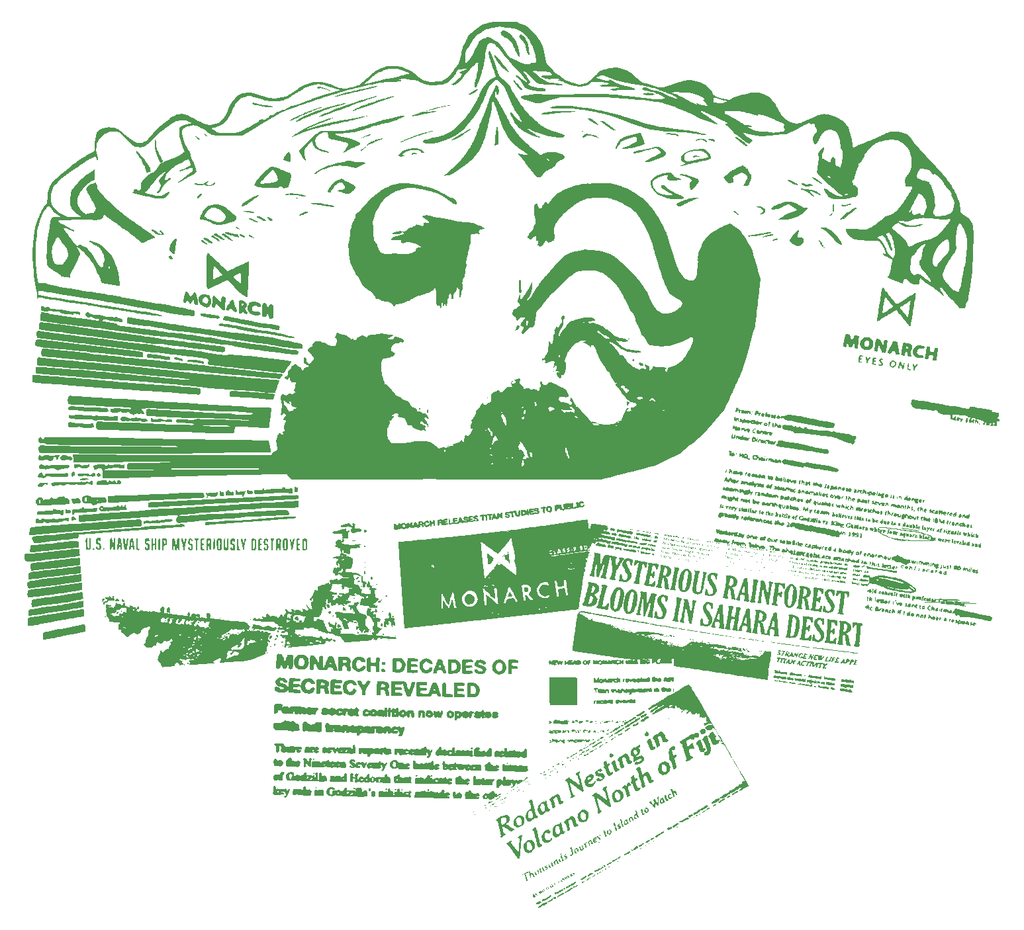
<source format=gto>
G04 #@! TF.GenerationSoftware,KiCad,Pcbnew,7.0.10*
G04 #@! TF.CreationDate,2024-06-20T09:05:48-05:00*
G04 #@! TF.ProjectId,g0dzilla_vs_rear,6730647a-696c-46c6-915f-76735f726561,1*
G04 #@! TF.SameCoordinates,Original*
G04 #@! TF.FileFunction,Legend,Top*
G04 #@! TF.FilePolarity,Positive*
%FSLAX46Y46*%
G04 Gerber Fmt 4.6, Leading zero omitted, Abs format (unit mm)*
G04 Created by KiCad (PCBNEW 7.0.10) date 2024-06-20 09:05:48*
%MOMM*%
%LPD*%
G01*
G04 APERTURE LIST*
G04 APERTURE END LIST*
G36*
X95734538Y-111003194D02*
G01*
X95713194Y-111024538D01*
X95691849Y-111003194D01*
X95713194Y-110981849D01*
X95734538Y-111003194D01*
G37*
G36*
X109010841Y-140629412D02*
G01*
X108989496Y-140650757D01*
X108968152Y-140629412D01*
X108989496Y-140608068D01*
X109010841Y-140629412D01*
G37*
G36*
X109950000Y-139092605D02*
G01*
X109928656Y-139113950D01*
X109907311Y-139092605D01*
X109928656Y-139071261D01*
X109950000Y-139092605D01*
G37*
G36*
X110889160Y-139604874D02*
G01*
X110867815Y-139626219D01*
X110846471Y-139604874D01*
X110867815Y-139583530D01*
X110889160Y-139604874D01*
G37*
G36*
X112084454Y-138452269D02*
G01*
X112063110Y-138473614D01*
X112041765Y-138452269D01*
X112063110Y-138430925D01*
X112084454Y-138452269D01*
G37*
G36*
X113877395Y-137940000D02*
G01*
X113856051Y-137961345D01*
X113834706Y-137940000D01*
X113856051Y-137918656D01*
X113877395Y-137940000D01*
G37*
G36*
X113962773Y-108783362D02*
G01*
X113941429Y-108804706D01*
X113920084Y-108783362D01*
X113941429Y-108762017D01*
X113962773Y-108783362D01*
G37*
G36*
X114346975Y-137171597D02*
G01*
X114325631Y-137192942D01*
X114304286Y-137171597D01*
X114325631Y-137150253D01*
X114346975Y-137171597D01*
G37*
G36*
X114432353Y-137171597D02*
G01*
X114411009Y-137192942D01*
X114389664Y-137171597D01*
X114411009Y-137150253D01*
X114432353Y-137171597D01*
G37*
G36*
X115670336Y-135890925D02*
G01*
X115648992Y-135912269D01*
X115627647Y-135890925D01*
X115648992Y-135869580D01*
X115670336Y-135890925D01*
G37*
G36*
X116481429Y-135976303D02*
G01*
X116460084Y-135997647D01*
X116438740Y-135976303D01*
X116460084Y-135954958D01*
X116481429Y-135976303D01*
G37*
G36*
X116993698Y-135634790D02*
G01*
X116972353Y-135656135D01*
X116951009Y-135634790D01*
X116972353Y-135613446D01*
X116993698Y-135634790D01*
G37*
G36*
X119000084Y-133969916D02*
G01*
X118978740Y-133991261D01*
X118957395Y-133969916D01*
X118978740Y-133948572D01*
X119000084Y-133969916D01*
G37*
G36*
X119000084Y-134951765D02*
G01*
X118978740Y-134973110D01*
X118957395Y-134951765D01*
X118978740Y-134930421D01*
X119000084Y-134951765D01*
G37*
G36*
X120793026Y-128633782D02*
G01*
X120771681Y-128655126D01*
X120750336Y-128633782D01*
X120771681Y-128612437D01*
X120793026Y-128633782D01*
G37*
G36*
X121134538Y-133756471D02*
G01*
X121113194Y-133777816D01*
X121091849Y-133756471D01*
X121113194Y-133735126D01*
X121134538Y-133756471D01*
G37*
G36*
X121561429Y-106179328D02*
G01*
X121540084Y-106200673D01*
X121518740Y-106179328D01*
X121540084Y-106157984D01*
X121561429Y-106179328D01*
G37*
G36*
X121732185Y-133414958D02*
G01*
X121710841Y-133436303D01*
X121689496Y-133414958D01*
X121710841Y-133393614D01*
X121732185Y-133414958D01*
G37*
G36*
X122244454Y-129786387D02*
G01*
X122223110Y-129807732D01*
X122201765Y-129786387D01*
X122223110Y-129765042D01*
X122244454Y-129786387D01*
G37*
G36*
X122543278Y-132945379D02*
G01*
X122521933Y-132966723D01*
X122500589Y-132945379D01*
X122521933Y-132924034D01*
X122543278Y-132945379D01*
G37*
G36*
X123695883Y-131750084D02*
G01*
X123674538Y-131771429D01*
X123653194Y-131750084D01*
X123674538Y-131728740D01*
X123695883Y-131750084D01*
G37*
G36*
X123823950Y-105581681D02*
G01*
X123802605Y-105603026D01*
X123781261Y-105581681D01*
X123802605Y-105560337D01*
X123823950Y-105581681D01*
G37*
G36*
X125318068Y-147374286D02*
G01*
X125296723Y-147395631D01*
X125275378Y-147374286D01*
X125296723Y-147352942D01*
X125318068Y-147374286D01*
G37*
G36*
X125915715Y-129615631D02*
G01*
X125894370Y-129636975D01*
X125873026Y-129615631D01*
X125894370Y-129594286D01*
X125915715Y-129615631D01*
G37*
G36*
X132745967Y-117748068D02*
G01*
X132724622Y-117769412D01*
X132703278Y-117748068D01*
X132724622Y-117726723D01*
X132745967Y-117748068D01*
G37*
G36*
X133172857Y-105538992D02*
G01*
X133151513Y-105560337D01*
X133130168Y-105538992D01*
X133151513Y-105517647D01*
X133172857Y-105538992D01*
G37*
G36*
X133258236Y-105752437D02*
G01*
X133236891Y-105773782D01*
X133215547Y-105752437D01*
X133236891Y-105731093D01*
X133258236Y-105752437D01*
G37*
G36*
X133300925Y-106136639D02*
G01*
X133279580Y-106157984D01*
X133258236Y-106136639D01*
X133279580Y-106115295D01*
X133300925Y-106136639D01*
G37*
G36*
X133514370Y-118473782D02*
G01*
X133493026Y-118495126D01*
X133471681Y-118473782D01*
X133493026Y-118452437D01*
X133514370Y-118473782D01*
G37*
G36*
X133557059Y-128036135D02*
G01*
X133535715Y-128057479D01*
X133514370Y-128036135D01*
X133535715Y-128014790D01*
X133557059Y-128036135D01*
G37*
G36*
X133685126Y-105026723D02*
G01*
X133663782Y-105048068D01*
X133642437Y-105026723D01*
X133663782Y-105005379D01*
X133685126Y-105026723D01*
G37*
G36*
X134410841Y-118473782D02*
G01*
X134389496Y-118495126D01*
X134368152Y-118473782D01*
X134389496Y-118452437D01*
X134410841Y-118473782D01*
G37*
G36*
X135051177Y-107588068D02*
G01*
X135029832Y-107609412D01*
X135008488Y-107588068D01*
X135029832Y-107566723D01*
X135051177Y-107588068D01*
G37*
G36*
X135051177Y-107673446D02*
G01*
X135029832Y-107694790D01*
X135008488Y-107673446D01*
X135029832Y-107652101D01*
X135051177Y-107673446D01*
G37*
G36*
X135435378Y-106478152D02*
G01*
X135414034Y-106499496D01*
X135392689Y-106478152D01*
X135414034Y-106456807D01*
X135435378Y-106478152D01*
G37*
G36*
X135520757Y-107203866D02*
G01*
X135499412Y-107225211D01*
X135478068Y-107203866D01*
X135499412Y-107182521D01*
X135520757Y-107203866D01*
G37*
G36*
X135691513Y-127908068D02*
G01*
X135670168Y-127929412D01*
X135648824Y-127908068D01*
X135670168Y-127886723D01*
X135691513Y-127908068D01*
G37*
G36*
X135776891Y-127011597D02*
G01*
X135755547Y-127032942D01*
X135734202Y-127011597D01*
X135755547Y-126990253D01*
X135776891Y-127011597D01*
G37*
G36*
X135904958Y-106734286D02*
G01*
X135883614Y-106755631D01*
X135862269Y-106734286D01*
X135883614Y-106712942D01*
X135904958Y-106734286D01*
G37*
G36*
X136118404Y-107758824D02*
G01*
X136097059Y-107780169D01*
X136075715Y-107758824D01*
X136097059Y-107737479D01*
X136118404Y-107758824D01*
G37*
G36*
X136417227Y-107801513D02*
G01*
X136395883Y-107822858D01*
X136374538Y-107801513D01*
X136395883Y-107780169D01*
X136417227Y-107801513D01*
G37*
G36*
X136417227Y-127737311D02*
G01*
X136395883Y-127758656D01*
X136374538Y-127737311D01*
X136395883Y-127715967D01*
X136417227Y-127737311D01*
G37*
G36*
X137014874Y-105752437D02*
G01*
X136993530Y-105773782D01*
X136972185Y-105752437D01*
X136993530Y-105731093D01*
X137014874Y-105752437D01*
G37*
G36*
X137014874Y-107331933D02*
G01*
X136993530Y-107353278D01*
X136972185Y-107331933D01*
X136993530Y-107310589D01*
X137014874Y-107331933D01*
G37*
G36*
X137100252Y-106776975D02*
G01*
X137078908Y-106798320D01*
X137057563Y-106776975D01*
X137078908Y-106755631D01*
X137100252Y-106776975D01*
G37*
G36*
X137228320Y-106776975D02*
G01*
X137206975Y-106798320D01*
X137185631Y-106776975D01*
X137206975Y-106755631D01*
X137228320Y-106776975D01*
G37*
G36*
X137228320Y-106905042D02*
G01*
X137206975Y-106926387D01*
X137185631Y-106905042D01*
X137206975Y-106883698D01*
X137228320Y-106905042D01*
G37*
G36*
X137441765Y-128334958D02*
G01*
X137420420Y-128356303D01*
X137399076Y-128334958D01*
X137420420Y-128313614D01*
X137441765Y-128334958D01*
G37*
G36*
X137527143Y-106819664D02*
G01*
X137505799Y-106841009D01*
X137484454Y-106819664D01*
X137505799Y-106798320D01*
X137527143Y-106819664D01*
G37*
G36*
X137527143Y-106990421D02*
G01*
X137505799Y-107011765D01*
X137484454Y-106990421D01*
X137505799Y-106969076D01*
X137527143Y-106990421D01*
G37*
G36*
X137569832Y-107374622D02*
G01*
X137548488Y-107395967D01*
X137527143Y-107374622D01*
X137548488Y-107353278D01*
X137569832Y-107374622D01*
G37*
G36*
X137612521Y-106947732D02*
G01*
X137591177Y-106969076D01*
X137569832Y-106947732D01*
X137591177Y-106926387D01*
X137612521Y-106947732D01*
G37*
G36*
X138039412Y-105795126D02*
G01*
X138018068Y-105816471D01*
X137996723Y-105795126D01*
X138018068Y-105773782D01*
X138039412Y-105795126D01*
G37*
G36*
X138338236Y-107502690D02*
G01*
X138316891Y-107524034D01*
X138295547Y-107502690D01*
X138316891Y-107481345D01*
X138338236Y-107502690D01*
G37*
G36*
X138978572Y-105923194D02*
G01*
X138957227Y-105944538D01*
X138935883Y-105923194D01*
X138957227Y-105901849D01*
X138978572Y-105923194D01*
G37*
G36*
X139618908Y-108356471D02*
G01*
X139597563Y-108377816D01*
X139576219Y-108356471D01*
X139597563Y-108335126D01*
X139618908Y-108356471D01*
G37*
G36*
X139789664Y-106691597D02*
G01*
X139768320Y-106712942D01*
X139746975Y-106691597D01*
X139768320Y-106670253D01*
X139789664Y-106691597D01*
G37*
G36*
X139832353Y-119967900D02*
G01*
X139811009Y-119989244D01*
X139789664Y-119967900D01*
X139811009Y-119946555D01*
X139832353Y-119967900D01*
G37*
G36*
X139960420Y-106691597D02*
G01*
X139939076Y-106712942D01*
X139917731Y-106691597D01*
X139939076Y-106670253D01*
X139960420Y-106691597D01*
G37*
G36*
X140814202Y-107460000D02*
G01*
X140792857Y-107481345D01*
X140771513Y-107460000D01*
X140792857Y-107438656D01*
X140814202Y-107460000D01*
G37*
G36*
X141113026Y-106905042D02*
G01*
X141091681Y-106926387D01*
X141070336Y-106905042D01*
X141091681Y-106883698D01*
X141113026Y-106905042D01*
G37*
G36*
X141155715Y-99477143D02*
G01*
X141134370Y-99498488D01*
X141113026Y-99477143D01*
X141134370Y-99455799D01*
X141155715Y-99477143D01*
G37*
G36*
X141454538Y-105795126D02*
G01*
X141433194Y-105816471D01*
X141411849Y-105795126D01*
X141433194Y-105773782D01*
X141454538Y-105795126D01*
G37*
G36*
X141753362Y-108014958D02*
G01*
X141732017Y-108036303D01*
X141710673Y-108014958D01*
X141732017Y-107993614D01*
X141753362Y-108014958D01*
G37*
G36*
X141838740Y-107630757D02*
G01*
X141817395Y-107652101D01*
X141796051Y-107630757D01*
X141817395Y-107609412D01*
X141838740Y-107630757D01*
G37*
G36*
X141966807Y-105880505D02*
G01*
X141945462Y-105901849D01*
X141924118Y-105880505D01*
X141945462Y-105859160D01*
X141966807Y-105880505D01*
G37*
G36*
X142308320Y-106478152D02*
G01*
X142286975Y-106499496D01*
X142265631Y-106478152D01*
X142286975Y-106456807D01*
X142308320Y-106478152D01*
G37*
G36*
X142905967Y-107118488D02*
G01*
X142884622Y-107139832D01*
X142863278Y-107118488D01*
X142884622Y-107097143D01*
X142905967Y-107118488D01*
G37*
G36*
X143247479Y-106093950D02*
G01*
X143226135Y-106115295D01*
X143204790Y-106093950D01*
X143226135Y-106072605D01*
X143247479Y-106093950D01*
G37*
G36*
X143290168Y-106734286D02*
G01*
X143268824Y-106755631D01*
X143247479Y-106734286D01*
X143268824Y-106712942D01*
X143290168Y-106734286D01*
G37*
G36*
X143418236Y-119284874D02*
G01*
X143396891Y-119306219D01*
X143375547Y-119284874D01*
X143396891Y-119263530D01*
X143418236Y-119284874D01*
G37*
G36*
X143460925Y-107331933D02*
G01*
X143439580Y-107353278D01*
X143418236Y-107331933D01*
X143439580Y-107310589D01*
X143460925Y-107331933D01*
G37*
G36*
X143588992Y-107374622D02*
G01*
X143567647Y-107395967D01*
X143546303Y-107374622D01*
X143567647Y-107353278D01*
X143588992Y-107374622D01*
G37*
G36*
X143973194Y-109039496D02*
G01*
X143951849Y-109060841D01*
X143930505Y-109039496D01*
X143951849Y-109018152D01*
X143973194Y-109039496D01*
G37*
G36*
X145211177Y-107033110D02*
G01*
X145189832Y-107054454D01*
X145168488Y-107033110D01*
X145189832Y-107011765D01*
X145211177Y-107033110D01*
G37*
G36*
X145808824Y-106478152D02*
G01*
X145787479Y-106499496D01*
X145766135Y-106478152D01*
X145787479Y-106456807D01*
X145808824Y-106478152D01*
G37*
G36*
X146150336Y-108100337D02*
G01*
X146128992Y-108121681D01*
X146107647Y-108100337D01*
X146128992Y-108078992D01*
X146150336Y-108100337D01*
G37*
G36*
X146193026Y-107673446D02*
G01*
X146171681Y-107694790D01*
X146150336Y-107673446D01*
X146171681Y-107652101D01*
X146193026Y-107673446D01*
G37*
G36*
X147601765Y-106691597D02*
G01*
X147580420Y-106712942D01*
X147559076Y-106691597D01*
X147580420Y-106670253D01*
X147601765Y-106691597D01*
G37*
G36*
X147772521Y-109509076D02*
G01*
X147751177Y-109530421D01*
X147729832Y-109509076D01*
X147751177Y-109487732D01*
X147772521Y-109509076D01*
G37*
G36*
X149906975Y-108740673D02*
G01*
X149885631Y-108762017D01*
X149864286Y-108740673D01*
X149885631Y-108719328D01*
X149906975Y-108740673D01*
G37*
G36*
X150291177Y-109679832D02*
G01*
X150269832Y-109701177D01*
X150248488Y-109679832D01*
X150269832Y-109658488D01*
X150291177Y-109679832D01*
G37*
G36*
X151358404Y-110064034D02*
G01*
X151337059Y-110085379D01*
X151315715Y-110064034D01*
X151337059Y-110042690D01*
X151358404Y-110064034D01*
G37*
G36*
X156267647Y-100672437D02*
G01*
X156246303Y-100693782D01*
X156224958Y-100672437D01*
X156246303Y-100651093D01*
X156267647Y-100672437D01*
G37*
G36*
X159213194Y-113564538D02*
G01*
X159191849Y-113585883D01*
X159170505Y-113564538D01*
X159191849Y-113543194D01*
X159213194Y-113564538D01*
G37*
G36*
X64429216Y-113386667D02*
G01*
X64434325Y-113437329D01*
X64429216Y-113443586D01*
X64403837Y-113437726D01*
X64400757Y-113415126D01*
X64416376Y-113379989D01*
X64429216Y-113386667D01*
G37*
G36*
X84621149Y-87602465D02*
G01*
X84615289Y-87627844D01*
X84592689Y-87630925D01*
X84557551Y-87615306D01*
X84564230Y-87602465D01*
X84614892Y-87597356D01*
X84621149Y-87602465D01*
G37*
G36*
X89490371Y-49654545D02*
G01*
X89477640Y-49673948D01*
X89434342Y-49676966D01*
X89388791Y-49666541D01*
X89408551Y-49651175D01*
X89475269Y-49646086D01*
X89490371Y-49654545D01*
G37*
G36*
X92586219Y-49182485D02*
G01*
X92591582Y-49198066D01*
X92532857Y-49204016D01*
X92472255Y-49197308D01*
X92479496Y-49182485D01*
X92566895Y-49176846D01*
X92586219Y-49182485D01*
G37*
G36*
X96574090Y-117100617D02*
G01*
X96579199Y-117151279D01*
X96574090Y-117157535D01*
X96548711Y-117151676D01*
X96545631Y-117129076D01*
X96561250Y-117093938D01*
X96574090Y-117100617D01*
G37*
G36*
X97772052Y-117957066D02*
G01*
X97759321Y-117976469D01*
X97716023Y-117979487D01*
X97670472Y-117969062D01*
X97690231Y-117953696D01*
X97756949Y-117948607D01*
X97772052Y-117957066D01*
G37*
G36*
X98668523Y-48288495D02*
G01*
X98655791Y-48307898D01*
X98612493Y-48310916D01*
X98566943Y-48300490D01*
X98586702Y-48285125D01*
X98653420Y-48280035D01*
X98668523Y-48288495D01*
G37*
G36*
X110448040Y-106940617D02*
G01*
X110453149Y-106991279D01*
X110448040Y-106997535D01*
X110422661Y-106991676D01*
X110419580Y-106969076D01*
X110435199Y-106933938D01*
X110448040Y-106940617D01*
G37*
G36*
X110490729Y-108392045D02*
G01*
X110495838Y-108442707D01*
X110490729Y-108448964D01*
X110465350Y-108443104D01*
X110462269Y-108420505D01*
X110477888Y-108385367D01*
X110490729Y-108392045D01*
G37*
G36*
X113948544Y-137420617D02*
G01*
X113953653Y-137471279D01*
X113948544Y-137477535D01*
X113923165Y-137471676D01*
X113920084Y-137449076D01*
X113935704Y-137413938D01*
X113948544Y-137420617D01*
G37*
G36*
X117278994Y-135989643D02*
G01*
X117284083Y-136056361D01*
X117275624Y-136071464D01*
X117256221Y-136058733D01*
X117253202Y-136015435D01*
X117263628Y-135969884D01*
X117278994Y-135989643D01*
G37*
G36*
X123638964Y-106556415D02*
G01*
X123633104Y-106581794D01*
X123610505Y-106584874D01*
X123575367Y-106569255D01*
X123582045Y-106556415D01*
X123632707Y-106551306D01*
X123638964Y-106556415D01*
G37*
G36*
X124279300Y-115307676D02*
G01*
X124273440Y-115333054D01*
X124250841Y-115336135D01*
X124215703Y-115320516D01*
X124222381Y-115307676D01*
X124273043Y-115302566D01*
X124279300Y-115307676D01*
G37*
G36*
X127352913Y-116289524D02*
G01*
X127347054Y-116314903D01*
X127324454Y-116317984D01*
X127289316Y-116302364D01*
X127295995Y-116289524D01*
X127346657Y-116284415D01*
X127352913Y-116289524D01*
G37*
G36*
X127438292Y-128583978D02*
G01*
X127432432Y-128609357D01*
X127409832Y-128612437D01*
X127374694Y-128596818D01*
X127381373Y-128583978D01*
X127432035Y-128578869D01*
X127438292Y-128583978D01*
G37*
G36*
X128550876Y-103784293D02*
G01*
X128538144Y-103803696D01*
X128494846Y-103806714D01*
X128449296Y-103796289D01*
X128469055Y-103780923D01*
X128535773Y-103775834D01*
X128550876Y-103784293D01*
G37*
G36*
X131581800Y-117444797D02*
G01*
X131569069Y-117464200D01*
X131525771Y-117467218D01*
X131480220Y-117456793D01*
X131499979Y-117441427D01*
X131566697Y-117436338D01*
X131581800Y-117444797D01*
G37*
G36*
X132518292Y-107282129D02*
G01*
X132512432Y-107307508D01*
X132489832Y-107310589D01*
X132454694Y-107294969D01*
X132461373Y-107282129D01*
X132512035Y-107277020D01*
X132518292Y-107282129D01*
G37*
G36*
X132603670Y-106684482D02*
G01*
X132608779Y-106735144D01*
X132603670Y-106741401D01*
X132578291Y-106735541D01*
X132575210Y-106712942D01*
X132590830Y-106677804D01*
X132603670Y-106684482D01*
G37*
G36*
X132646359Y-117612886D02*
G01*
X132651468Y-117663548D01*
X132646359Y-117669804D01*
X132620980Y-117663944D01*
X132617899Y-117641345D01*
X132633519Y-117606207D01*
X132646359Y-117612886D01*
G37*
G36*
X132817115Y-107196751D02*
G01*
X132822224Y-107247413D01*
X132817115Y-107253670D01*
X132791737Y-107247810D01*
X132788656Y-107225211D01*
X132804275Y-107190073D01*
X132817115Y-107196751D01*
G37*
G36*
X133414762Y-107324818D02*
G01*
X133408902Y-107350197D01*
X133386303Y-107353278D01*
X133351165Y-107337658D01*
X133357843Y-107324818D01*
X133408505Y-107319709D01*
X133414762Y-107324818D01*
G37*
G36*
X133457451Y-117356751D02*
G01*
X133462560Y-117407413D01*
X133457451Y-117413670D01*
X133432073Y-117407810D01*
X133428992Y-117385211D01*
X133444611Y-117350073D01*
X133457451Y-117356751D01*
G37*
G36*
X133542829Y-107452886D02*
G01*
X133536970Y-107478264D01*
X133514370Y-107481345D01*
X133479232Y-107465726D01*
X133485911Y-107452886D01*
X133536573Y-107447777D01*
X133542829Y-107452886D01*
G37*
G36*
X133670897Y-118423978D02*
G01*
X133665037Y-118449357D01*
X133642437Y-118452437D01*
X133607299Y-118436818D01*
X133613978Y-118423978D01*
X133664640Y-118418869D01*
X133670897Y-118423978D01*
G37*
G36*
X134268544Y-107580953D02*
G01*
X134262684Y-107606331D01*
X134240084Y-107609412D01*
X134204946Y-107593793D01*
X134211625Y-107580953D01*
X134262287Y-107575844D01*
X134268544Y-107580953D01*
G37*
G36*
X134738124Y-118509356D02*
G01*
X134743233Y-118560018D01*
X134738124Y-118566275D01*
X134712745Y-118560415D01*
X134709664Y-118537816D01*
X134725283Y-118502678D01*
X134738124Y-118509356D01*
G37*
G36*
X135079636Y-106983306D02*
G01*
X135084745Y-107033968D01*
X135079636Y-107040225D01*
X135054258Y-107034365D01*
X135051177Y-107011765D01*
X135066796Y-106976627D01*
X135079636Y-106983306D01*
G37*
G36*
X135379162Y-106576870D02*
G01*
X135384251Y-106643588D01*
X135375792Y-106658691D01*
X135356389Y-106645959D01*
X135353370Y-106602661D01*
X135363796Y-106557111D01*
X135379162Y-106576870D01*
G37*
G36*
X135506527Y-106641793D02*
G01*
X135511636Y-106692455D01*
X135506527Y-106698712D01*
X135481148Y-106692852D01*
X135478068Y-106670253D01*
X135493687Y-106635115D01*
X135506527Y-106641793D01*
G37*
G36*
X135805350Y-107111373D02*
G01*
X135810459Y-107162035D01*
X135805350Y-107168292D01*
X135779972Y-107162432D01*
X135776891Y-107139832D01*
X135792510Y-107104694D01*
X135805350Y-107111373D01*
G37*
G36*
X135805350Y-117740953D02*
G01*
X135799491Y-117766331D01*
X135776891Y-117769412D01*
X135741753Y-117753793D01*
X135748432Y-117740953D01*
X135799094Y-117735844D01*
X135805350Y-117740953D01*
G37*
G36*
X135890729Y-107196751D02*
G01*
X135895838Y-107247413D01*
X135890729Y-107253670D01*
X135865350Y-107247810D01*
X135862269Y-107225211D01*
X135877888Y-107190073D01*
X135890729Y-107196751D01*
G37*
G36*
X135934120Y-106576870D02*
G01*
X135939209Y-106643588D01*
X135930750Y-106658691D01*
X135911347Y-106645959D01*
X135908328Y-106602661D01*
X135918754Y-106557111D01*
X135934120Y-106576870D01*
G37*
G36*
X136104174Y-106172213D02*
G01*
X136098314Y-106197592D01*
X136075715Y-106200673D01*
X136040577Y-106185053D01*
X136047255Y-106172213D01*
X136097917Y-106167104D01*
X136104174Y-106172213D01*
G37*
G36*
X136232241Y-107794398D02*
G01*
X136237350Y-107845060D01*
X136232241Y-107851317D01*
X136206863Y-107845457D01*
X136203782Y-107822858D01*
X136219401Y-107787720D01*
X136232241Y-107794398D01*
G37*
G36*
X136829888Y-106129524D02*
G01*
X136834997Y-106180186D01*
X136829888Y-106186443D01*
X136804510Y-106180583D01*
X136801429Y-106157984D01*
X136817048Y-106122846D01*
X136829888Y-106129524D01*
G37*
G36*
X136829888Y-106300281D02*
G01*
X136824028Y-106325659D01*
X136801429Y-106328740D01*
X136766291Y-106313121D01*
X136772969Y-106300281D01*
X136823631Y-106295171D01*
X136829888Y-106300281D01*
G37*
G36*
X136915266Y-105574566D02*
G01*
X136920375Y-105625228D01*
X136915266Y-105631485D01*
X136889888Y-105625625D01*
X136886807Y-105603026D01*
X136902426Y-105567888D01*
X136915266Y-105574566D01*
G37*
G36*
X136915266Y-106727171D02*
G01*
X136920375Y-106777833D01*
X136915266Y-106784090D01*
X136889888Y-106778230D01*
X136886807Y-106755631D01*
X136902426Y-106720493D01*
X136915266Y-106727171D01*
G37*
G36*
X137128712Y-107837087D02*
G01*
X137133821Y-107887749D01*
X137128712Y-107894006D01*
X137103333Y-107888146D01*
X137100252Y-107865547D01*
X137115872Y-107830409D01*
X137128712Y-107837087D01*
G37*
G36*
X137384659Y-106275379D02*
G01*
X137390297Y-106362778D01*
X137384659Y-106382101D01*
X137369078Y-106387464D01*
X137363127Y-106328740D01*
X137369836Y-106268137D01*
X137384659Y-106275379D01*
G37*
G36*
X137387514Y-118085133D02*
G01*
X137374783Y-118104536D01*
X137331485Y-118107555D01*
X137285934Y-118097129D01*
X137305694Y-118081763D01*
X137372411Y-118076674D01*
X137387514Y-118085133D01*
G37*
G36*
X137512913Y-107965154D02*
G01*
X137518023Y-108015816D01*
X137512913Y-108022073D01*
X137487535Y-108016213D01*
X137484454Y-107993614D01*
X137500073Y-107958476D01*
X137512913Y-107965154D01*
G37*
G36*
X137555603Y-107538264D02*
G01*
X137549743Y-107563642D01*
X137527143Y-107566723D01*
X137492005Y-107551104D01*
X137498684Y-107538264D01*
X137549346Y-107533155D01*
X137555603Y-107538264D01*
G37*
G36*
X137640981Y-105275743D02*
G01*
X137635121Y-105301121D01*
X137612521Y-105304202D01*
X137577383Y-105288583D01*
X137584062Y-105275743D01*
X137634724Y-105270634D01*
X137640981Y-105275743D01*
G37*
G36*
X137769048Y-106385659D02*
G01*
X137774157Y-106436321D01*
X137769048Y-106442577D01*
X137743669Y-106436718D01*
X137740589Y-106414118D01*
X137756208Y-106378980D01*
X137769048Y-106385659D01*
G37*
G36*
X137812439Y-108028299D02*
G01*
X137817528Y-108095017D01*
X137809069Y-108110119D01*
X137789666Y-108097388D01*
X137786648Y-108054090D01*
X137797073Y-108008539D01*
X137812439Y-108028299D01*
G37*
G36*
X138195939Y-106471037D02*
G01*
X138201048Y-106521699D01*
X138195939Y-106527956D01*
X138170560Y-106522096D01*
X138167479Y-106499496D01*
X138183099Y-106464358D01*
X138195939Y-106471037D01*
G37*
G36*
X138195939Y-107452886D02*
G01*
X138190079Y-107478264D01*
X138167479Y-107481345D01*
X138132341Y-107465726D01*
X138139020Y-107452886D01*
X138189682Y-107447777D01*
X138195939Y-107452886D01*
G37*
G36*
X138282019Y-105296198D02*
G01*
X138287108Y-105362916D01*
X138278649Y-105378019D01*
X138259246Y-105365287D01*
X138256228Y-105321989D01*
X138266653Y-105276439D01*
X138282019Y-105296198D01*
G37*
G36*
X138836977Y-107046450D02*
G01*
X138842066Y-107113168D01*
X138833607Y-107128271D01*
X138814204Y-107115539D01*
X138811186Y-107072241D01*
X138821611Y-107026691D01*
X138836977Y-107046450D01*
G37*
G36*
X139049720Y-106001457D02*
G01*
X139054829Y-106052119D01*
X139049720Y-106058376D01*
X139024342Y-106052516D01*
X139021261Y-106029916D01*
X139036880Y-105994778D01*
X139049720Y-106001457D01*
G37*
G36*
X139178490Y-105979223D02*
G01*
X139183579Y-106045941D01*
X139175119Y-106061044D01*
X139155717Y-106048312D01*
X139152698Y-106005014D01*
X139163124Y-105959464D01*
X139178490Y-105979223D01*
G37*
G36*
X139348356Y-106574202D02*
G01*
X139353995Y-106661601D01*
X139348356Y-106680925D01*
X139332775Y-106686288D01*
X139326825Y-106627563D01*
X139333533Y-106566961D01*
X139348356Y-106574202D01*
G37*
G36*
X139433922Y-106599104D02*
G01*
X139439031Y-106649766D01*
X139433922Y-106656023D01*
X139408543Y-106650163D01*
X139405462Y-106627563D01*
X139421082Y-106592426D01*
X139433922Y-106599104D01*
G37*
G36*
X139561989Y-107239440D02*
G01*
X139567098Y-107290102D01*
X139561989Y-107296359D01*
X139536610Y-107290499D01*
X139533530Y-107267900D01*
X139549149Y-107232762D01*
X139561989Y-107239440D01*
G37*
G36*
X139732558Y-106104622D02*
G01*
X139738196Y-106192022D01*
X139732558Y-106211345D01*
X139716977Y-106216708D01*
X139711026Y-106157984D01*
X139717735Y-106097381D01*
X139732558Y-106104622D01*
G37*
G36*
X139732745Y-130419608D02*
G01*
X139737854Y-130470270D01*
X139732745Y-130476527D01*
X139707367Y-130470667D01*
X139704286Y-130448068D01*
X139719905Y-130412930D01*
X139732745Y-130419608D01*
G37*
G36*
X139775434Y-108392045D02*
G01*
X139780544Y-108442707D01*
X139775434Y-108448964D01*
X139750056Y-108443104D01*
X139746975Y-108420505D01*
X139762594Y-108385367D01*
X139775434Y-108392045D01*
G37*
G36*
X140159636Y-105574566D02*
G01*
X140153776Y-105599945D01*
X140131177Y-105603026D01*
X140096039Y-105587406D01*
X140102717Y-105574566D01*
X140153379Y-105569457D01*
X140159636Y-105574566D01*
G37*
G36*
X140714594Y-107879776D02*
G01*
X140719703Y-107930438D01*
X140714594Y-107936695D01*
X140689216Y-107930835D01*
X140686135Y-107908236D01*
X140701754Y-107873098D01*
X140714594Y-107879776D01*
G37*
G36*
X140842661Y-107196751D02*
G01*
X140847770Y-107247413D01*
X140842661Y-107253670D01*
X140817283Y-107247810D01*
X140814202Y-107225211D01*
X140829821Y-107190073D01*
X140842661Y-107196751D01*
G37*
G36*
X140928742Y-108497879D02*
G01*
X140933831Y-108564596D01*
X140925371Y-108579699D01*
X140905969Y-108566968D01*
X140902950Y-108523670D01*
X140913376Y-108478119D01*
X140928742Y-108497879D01*
G37*
G36*
X141098796Y-108562802D02*
G01*
X141092936Y-108588180D01*
X141070336Y-108591261D01*
X141035198Y-108575642D01*
X141041877Y-108562802D01*
X141092539Y-108557693D01*
X141098796Y-108562802D01*
G37*
G36*
X141184174Y-106342970D02*
G01*
X141178314Y-106368348D01*
X141155715Y-106371429D01*
X141120577Y-106355810D01*
X141127255Y-106342970D01*
X141177917Y-106337861D01*
X141184174Y-106342970D01*
G37*
G36*
X141226863Y-108007844D02*
G01*
X141231972Y-108058506D01*
X141226863Y-108064762D01*
X141201484Y-108058902D01*
X141198404Y-108036303D01*
X141214023Y-108001165D01*
X141226863Y-108007844D01*
G37*
G36*
X141354930Y-106897928D02*
G01*
X141360039Y-106948590D01*
X141354930Y-106954846D01*
X141329552Y-106948986D01*
X141326471Y-106926387D01*
X141342090Y-106891249D01*
X141354930Y-106897928D01*
G37*
G36*
X141354930Y-108477423D02*
G01*
X141360039Y-108528085D01*
X141354930Y-108534342D01*
X141329552Y-108528482D01*
X141326471Y-108505883D01*
X141342090Y-108470745D01*
X141354930Y-108477423D01*
G37*
G36*
X141397619Y-118850869D02*
G01*
X141402728Y-118901531D01*
X141397619Y-118907788D01*
X141372241Y-118901928D01*
X141369160Y-118879328D01*
X141384779Y-118844190D01*
X141397619Y-118850869D01*
G37*
G36*
X141525687Y-105745323D02*
G01*
X141530796Y-105795985D01*
X141525687Y-105802241D01*
X141500308Y-105796381D01*
X141497227Y-105773782D01*
X141512846Y-105738644D01*
X141525687Y-105745323D01*
G37*
G36*
X141525687Y-108050533D02*
G01*
X141530796Y-108101195D01*
X141525687Y-108107451D01*
X141500308Y-108101591D01*
X141497227Y-108078992D01*
X141512846Y-108043854D01*
X141525687Y-108050533D01*
G37*
G36*
X141525687Y-119277760D02*
G01*
X141519827Y-119303138D01*
X141497227Y-119306219D01*
X141462089Y-119290600D01*
X141468768Y-119277760D01*
X141519430Y-119272650D01*
X141525687Y-119277760D01*
G37*
G36*
X141697145Y-106918383D02*
G01*
X141702234Y-106985101D01*
X141693775Y-107000204D01*
X141674372Y-106987472D01*
X141671354Y-106944174D01*
X141681779Y-106898623D01*
X141697145Y-106918383D01*
G37*
G36*
X141953279Y-107003761D02*
G01*
X141958369Y-107070479D01*
X141949909Y-107085582D01*
X141930507Y-107072850D01*
X141927488Y-107029552D01*
X141937914Y-106984002D01*
X141953279Y-107003761D01*
G37*
G36*
X142037955Y-105958768D02*
G01*
X142032096Y-105984147D01*
X142009496Y-105987227D01*
X141974358Y-105971608D01*
X141981037Y-105958768D01*
X142031699Y-105953659D01*
X142037955Y-105958768D01*
G37*
G36*
X142166023Y-117612886D02*
G01*
X142171132Y-117663548D01*
X142166023Y-117669804D01*
X142140644Y-117663944D01*
X142137563Y-117641345D01*
X142153183Y-117606207D01*
X142166023Y-117612886D01*
G37*
G36*
X142251401Y-108648180D02*
G01*
X142256510Y-108698842D01*
X142251401Y-108705098D01*
X142226022Y-108699239D01*
X142222941Y-108676639D01*
X142238561Y-108641501D01*
X142251401Y-108648180D01*
G37*
G36*
X142507535Y-105958768D02*
G01*
X142512644Y-106009430D01*
X142507535Y-106015687D01*
X142482157Y-106009827D01*
X142479076Y-105987227D01*
X142494695Y-105952089D01*
X142507535Y-105958768D01*
G37*
G36*
X142592913Y-107068684D02*
G01*
X142598023Y-107119346D01*
X142592913Y-107125603D01*
X142567535Y-107119743D01*
X142564454Y-107097143D01*
X142580073Y-107062005D01*
X142592913Y-107068684D01*
G37*
G36*
X142592913Y-120302297D02*
G01*
X142587054Y-120327676D01*
X142564454Y-120330757D01*
X142529316Y-120315137D01*
X142535995Y-120302297D01*
X142586657Y-120297188D01*
X142592913Y-120302297D01*
G37*
G36*
X142720981Y-107068684D02*
G01*
X142726090Y-107119346D01*
X142720981Y-107125603D01*
X142695602Y-107119743D01*
X142692521Y-107097143D01*
X142708141Y-107062005D01*
X142720981Y-107068684D01*
G37*
G36*
X142849048Y-106641793D02*
G01*
X142843188Y-106667172D01*
X142820589Y-106670253D01*
X142785451Y-106654633D01*
X142792129Y-106641793D01*
X142842791Y-106636684D01*
X142849048Y-106641793D01*
G37*
G36*
X143019804Y-106599104D02*
G01*
X143024913Y-106649766D01*
X143019804Y-106656023D01*
X142994426Y-106650163D01*
X142991345Y-106627563D01*
X143006964Y-106592426D01*
X143019804Y-106599104D01*
G37*
G36*
X143020506Y-108839391D02*
G01*
X143025595Y-108906109D01*
X143017136Y-108921212D01*
X142997733Y-108908480D01*
X142994715Y-108865183D01*
X143005141Y-108819632D01*
X143020506Y-108839391D01*
G37*
G36*
X143062493Y-107709020D02*
G01*
X143067602Y-107759682D01*
X143062493Y-107765939D01*
X143037115Y-107760079D01*
X143034034Y-107737479D01*
X143049653Y-107702341D01*
X143062493Y-107709020D01*
G37*
G36*
X143446695Y-107154062D02*
G01*
X143451804Y-107204724D01*
X143446695Y-107210981D01*
X143421316Y-107205121D01*
X143418236Y-107182521D01*
X143433855Y-107147383D01*
X143446695Y-107154062D01*
G37*
G36*
X143574762Y-106129524D02*
G01*
X143568902Y-106154903D01*
X143546303Y-106157984D01*
X143511165Y-106142364D01*
X143517843Y-106129524D01*
X143568505Y-106124415D01*
X143574762Y-106129524D01*
G37*
G36*
X143660140Y-106214902D02*
G01*
X143665249Y-106265564D01*
X143660140Y-106271821D01*
X143634762Y-106265961D01*
X143631681Y-106243362D01*
X143647300Y-106208224D01*
X143660140Y-106214902D01*
G37*
G36*
X143745519Y-107239440D02*
G01*
X143750628Y-107290102D01*
X143745519Y-107296359D01*
X143720140Y-107290499D01*
X143717059Y-107267900D01*
X143732678Y-107232762D01*
X143745519Y-107239440D01*
G37*
G36*
X143788208Y-108947003D02*
G01*
X143793317Y-108997665D01*
X143788208Y-109003922D01*
X143762829Y-108998062D01*
X143759748Y-108975463D01*
X143775367Y-108940325D01*
X143788208Y-108947003D01*
G37*
G36*
X144087031Y-106727171D02*
G01*
X144092140Y-106777833D01*
X144087031Y-106784090D01*
X144061653Y-106778230D01*
X144058572Y-106755631D01*
X144074191Y-106720493D01*
X144087031Y-106727171D01*
G37*
G36*
X144087031Y-108904314D02*
G01*
X144092140Y-108954976D01*
X144087031Y-108961233D01*
X144061653Y-108955373D01*
X144058572Y-108932774D01*
X144074191Y-108897636D01*
X144087031Y-108904314D01*
G37*
G36*
X144257600Y-108922101D02*
G01*
X144263238Y-109009501D01*
X144257600Y-109028824D01*
X144242019Y-109034187D01*
X144236068Y-108975463D01*
X144242777Y-108914860D01*
X144257600Y-108922101D01*
G37*
G36*
X144343166Y-119448516D02*
G01*
X144337306Y-119473894D01*
X144314706Y-119476975D01*
X144279568Y-119461356D01*
X144286247Y-119448516D01*
X144336909Y-119443407D01*
X144343166Y-119448516D01*
G37*
G36*
X144385855Y-108434734D02*
G01*
X144390964Y-108485396D01*
X144385855Y-108491653D01*
X144360476Y-108485793D01*
X144357395Y-108463194D01*
X144373015Y-108428056D01*
X144385855Y-108434734D01*
G37*
G36*
X144684678Y-108605491D02*
G01*
X144678818Y-108630869D01*
X144656219Y-108633950D01*
X144621081Y-108618331D01*
X144627759Y-108605491D01*
X144678421Y-108600382D01*
X144684678Y-108605491D01*
G37*
G36*
X144856137Y-109010147D02*
G01*
X144861226Y-109076865D01*
X144852766Y-109091968D01*
X144833364Y-109079237D01*
X144830345Y-109035939D01*
X144840771Y-108990388D01*
X144856137Y-109010147D01*
G37*
G36*
X145111569Y-108007844D02*
G01*
X145105709Y-108033222D01*
X145083110Y-108036303D01*
X145047972Y-108020684D01*
X145054650Y-108007844D01*
X145105312Y-108002735D01*
X145111569Y-108007844D01*
G37*
G36*
X145410392Y-109160449D02*
G01*
X145404533Y-109185827D01*
X145381933Y-109188908D01*
X145346795Y-109173289D01*
X145353474Y-109160449D01*
X145404136Y-109155340D01*
X145410392Y-109160449D01*
G37*
G36*
X145495771Y-107580953D02*
G01*
X145500880Y-107631615D01*
X145495771Y-107637872D01*
X145470392Y-107632012D01*
X145467311Y-107609412D01*
X145482930Y-107574274D01*
X145495771Y-107580953D01*
G37*
G36*
X145837283Y-94475407D02*
G01*
X145842392Y-94526069D01*
X145837283Y-94532325D01*
X145811905Y-94526465D01*
X145808824Y-94503866D01*
X145824443Y-94468728D01*
X145837283Y-94475407D01*
G37*
G36*
X146008040Y-106342970D02*
G01*
X146002180Y-106368348D01*
X145979580Y-106371429D01*
X145944442Y-106355810D01*
X145951121Y-106342970D01*
X146001783Y-106337861D01*
X146008040Y-106342970D01*
G37*
G36*
X146648376Y-108221289D02*
G01*
X146642516Y-108246668D01*
X146619916Y-108249748D01*
X146584778Y-108234129D01*
X146591457Y-108221289D01*
X146642119Y-108216180D01*
X146648376Y-108221289D01*
G37*
G36*
X146691767Y-106662248D02*
G01*
X146696856Y-106728966D01*
X146688397Y-106744069D01*
X146668994Y-106731338D01*
X146665976Y-106688040D01*
X146676401Y-106642489D01*
X146691767Y-106662248D01*
G37*
G36*
X146776443Y-107154062D02*
G01*
X146781552Y-107204724D01*
X146776443Y-107210981D01*
X146751064Y-107205121D01*
X146747984Y-107182521D01*
X146763603Y-107147383D01*
X146776443Y-107154062D01*
G37*
G36*
X146904510Y-108776247D02*
G01*
X146898650Y-108801626D01*
X146876051Y-108804706D01*
X146840913Y-108789087D01*
X146847591Y-108776247D01*
X146898253Y-108771138D01*
X146904510Y-108776247D01*
G37*
G36*
X147203334Y-107879776D02*
G01*
X147197474Y-107905155D01*
X147174874Y-107908236D01*
X147139736Y-107892616D01*
X147146415Y-107879776D01*
X147197077Y-107874667D01*
X147203334Y-107879776D01*
G37*
G36*
X147246023Y-106641793D02*
G01*
X147251132Y-106692455D01*
X147246023Y-106698712D01*
X147220644Y-106692852D01*
X147217563Y-106670253D01*
X147233183Y-106635115D01*
X147246023Y-106641793D01*
G37*
G36*
X147587535Y-108904314D02*
G01*
X147592644Y-108954976D01*
X147587535Y-108961233D01*
X147562157Y-108955373D01*
X147559076Y-108932774D01*
X147574695Y-108897636D01*
X147587535Y-108904314D01*
G37*
G36*
X147715603Y-106769860D02*
G01*
X147720712Y-106820522D01*
X147715603Y-106826779D01*
X147690224Y-106820919D01*
X147687143Y-106798320D01*
X147702762Y-106763182D01*
X147715603Y-106769860D01*
G37*
G36*
X147843670Y-106727171D02*
G01*
X147848779Y-106777833D01*
X147843670Y-106784090D01*
X147818291Y-106778230D01*
X147815210Y-106755631D01*
X147830830Y-106720493D01*
X147843670Y-106727171D01*
G37*
G36*
X147886172Y-107854874D02*
G01*
X147891810Y-107942274D01*
X147886172Y-107961597D01*
X147870590Y-107966960D01*
X147864640Y-107908236D01*
X147871348Y-107847633D01*
X147886172Y-107854874D01*
G37*
G36*
X147971550Y-107299916D02*
G01*
X147977188Y-107387316D01*
X147971550Y-107406639D01*
X147955969Y-107412002D01*
X147950018Y-107353278D01*
X147956727Y-107292675D01*
X147971550Y-107299916D01*
G37*
G36*
X148014426Y-98232045D02*
G01*
X148008566Y-98257424D01*
X147985967Y-98260505D01*
X147950829Y-98244885D01*
X147957507Y-98232045D01*
X148008169Y-98226936D01*
X148014426Y-98232045D01*
G37*
G36*
X148014426Y-106855239D02*
G01*
X148008566Y-106880617D01*
X147985967Y-106883698D01*
X147950829Y-106868079D01*
X147957507Y-106855239D01*
X148008169Y-106850129D01*
X148014426Y-106855239D01*
G37*
G36*
X148142493Y-107965154D02*
G01*
X148147602Y-108015816D01*
X148142493Y-108022073D01*
X148117115Y-108016213D01*
X148114034Y-107993614D01*
X148129653Y-107958476D01*
X148142493Y-107965154D01*
G37*
G36*
X148825519Y-109544650D02*
G01*
X148830628Y-109595312D01*
X148825519Y-109601569D01*
X148800140Y-109595709D01*
X148797059Y-109573110D01*
X148812678Y-109537972D01*
X148825519Y-109544650D01*
G37*
G36*
X148910897Y-109715407D02*
G01*
X148905037Y-109740785D01*
X148882437Y-109743866D01*
X148847299Y-109728247D01*
X148853978Y-109715407D01*
X148904640Y-109710298D01*
X148910897Y-109715407D01*
G37*
G36*
X149167031Y-109160449D02*
G01*
X149172140Y-109211111D01*
X149167031Y-109217367D01*
X149141653Y-109211507D01*
X149138572Y-109188908D01*
X149154191Y-109153770D01*
X149167031Y-109160449D01*
G37*
G36*
X149380476Y-98445491D02*
G01*
X149374617Y-98470869D01*
X149352017Y-98473950D01*
X149316879Y-98458331D01*
X149323558Y-98445491D01*
X149374220Y-98440382D01*
X149380476Y-98445491D01*
G37*
G36*
X149935434Y-108605491D02*
G01*
X149929575Y-108630869D01*
X149906975Y-108633950D01*
X149871837Y-108618331D01*
X149878516Y-108605491D01*
X149929178Y-108600382D01*
X149935434Y-108605491D01*
G37*
G36*
X150106191Y-108178600D02*
G01*
X150111300Y-108229262D01*
X150106191Y-108235519D01*
X150080812Y-108229659D01*
X150077731Y-108207059D01*
X150093351Y-108171921D01*
X150106191Y-108178600D01*
G37*
G36*
X150405014Y-109928852D02*
G01*
X150410123Y-109979514D01*
X150405014Y-109985771D01*
X150379636Y-109979911D01*
X150376555Y-109957311D01*
X150392174Y-109922173D01*
X150405014Y-109928852D01*
G37*
G36*
X150789216Y-108178600D02*
G01*
X150783356Y-108203978D01*
X150760757Y-108207059D01*
X150725619Y-108191440D01*
X150732297Y-108178600D01*
X150782959Y-108173491D01*
X150789216Y-108178600D01*
G37*
G36*
X151215920Y-108836723D02*
G01*
X151221558Y-108924122D01*
X151215920Y-108943446D01*
X151200338Y-108948809D01*
X151194388Y-108890084D01*
X151201096Y-108829482D01*
X151215920Y-108836723D01*
G37*
G36*
X151685687Y-109971541D02*
G01*
X151679827Y-109996920D01*
X151657227Y-110000000D01*
X151622089Y-109984381D01*
X151628768Y-109971541D01*
X151679430Y-109966432D01*
X151685687Y-109971541D01*
G37*
G36*
X152155266Y-109544650D02*
G01*
X152160375Y-109595312D01*
X152155266Y-109601569D01*
X152129888Y-109595709D01*
X152126807Y-109573110D01*
X152142426Y-109537972D01*
X152155266Y-109544650D01*
G37*
G36*
X152155266Y-122479440D02*
G01*
X152149406Y-122504819D01*
X152126807Y-122507900D01*
X152091669Y-122492280D01*
X152098348Y-122479440D01*
X152149010Y-122474331D01*
X152155266Y-122479440D01*
G37*
G36*
X152326023Y-109544650D02*
G01*
X152320163Y-109570029D01*
X152297563Y-109573110D01*
X152262425Y-109557490D01*
X152269104Y-109544650D01*
X152319766Y-109539541D01*
X152326023Y-109544650D01*
G37*
G36*
X153051737Y-109672718D02*
G01*
X153056846Y-109723379D01*
X153051737Y-109729636D01*
X153026358Y-109723776D01*
X153023278Y-109701177D01*
X153038897Y-109666039D01*
X153051737Y-109672718D01*
G37*
G36*
X162059132Y-99256583D02*
G01*
X162053272Y-99281962D01*
X162030673Y-99285042D01*
X161995535Y-99269423D01*
X162002213Y-99256583D01*
X162052875Y-99251474D01*
X162059132Y-99256583D01*
G37*
G36*
X165602325Y-108562802D02*
G01*
X165607434Y-108613464D01*
X165602325Y-108619720D01*
X165576947Y-108613860D01*
X165573866Y-108591261D01*
X165589485Y-108556123D01*
X165602325Y-108562802D01*
G37*
G36*
X168505182Y-108178600D02*
G01*
X168499322Y-108203978D01*
X168476723Y-108207059D01*
X168441585Y-108191440D01*
X168448264Y-108178600D01*
X168498926Y-108173491D01*
X168505182Y-108178600D01*
G37*
G36*
X76227916Y-115147337D02*
G01*
X76203857Y-115190034D01*
X76180807Y-115201664D01*
X76144389Y-115188237D01*
X76146656Y-115167513D01*
X76182572Y-115121707D01*
X76194681Y-115119488D01*
X76227916Y-115147337D01*
G37*
G36*
X80061386Y-115281806D02*
G01*
X80067647Y-115312271D01*
X80053579Y-115373949D01*
X80016615Y-115355460D01*
X80005437Y-115339085D01*
X80010790Y-115284258D01*
X80024262Y-115272532D01*
X80061386Y-115281806D01*
G37*
G36*
X95431865Y-116881832D02*
G01*
X95426633Y-116921532D01*
X95403121Y-116953667D01*
X95375222Y-116921360D01*
X95359558Y-116858514D01*
X95367406Y-116841642D01*
X95409608Y-116834632D01*
X95431865Y-116881832D01*
G37*
G36*
X95651445Y-110707673D02*
G01*
X95627386Y-110750371D01*
X95604336Y-110762000D01*
X95567918Y-110748573D01*
X95570185Y-110727849D01*
X95606102Y-110682043D01*
X95618210Y-110679824D01*
X95651445Y-110707673D01*
G37*
G36*
X105382269Y-93112914D02*
G01*
X105347898Y-93171720D01*
X105314678Y-93180505D01*
X105264890Y-93155684D01*
X105263985Y-93129811D01*
X105306475Y-93073438D01*
X105357628Y-93066270D01*
X105382269Y-93112914D01*
G37*
G36*
X110541339Y-139336064D02*
G01*
X110517603Y-139374516D01*
X110464108Y-139395529D01*
X110445047Y-139376754D01*
X110448821Y-139318930D01*
X110464413Y-139304726D01*
X110525017Y-139294769D01*
X110541339Y-139336064D01*
G37*
G36*
X111318336Y-138882463D02*
G01*
X111294277Y-138925160D01*
X111271227Y-138936790D01*
X111234809Y-138923363D01*
X111237076Y-138902639D01*
X111272992Y-138856833D01*
X111285101Y-138854614D01*
X111318336Y-138882463D01*
G37*
G36*
X111576616Y-139229373D02*
G01*
X111597630Y-139282868D01*
X111578855Y-139301929D01*
X111521031Y-139298155D01*
X111506827Y-139282563D01*
X111496870Y-139221958D01*
X111538165Y-139205636D01*
X111576616Y-139229373D01*
G37*
G36*
X115580630Y-136394405D02*
G01*
X115603538Y-136420065D01*
X115592173Y-136465276D01*
X115563369Y-136482759D01*
X115508472Y-136475983D01*
X115499580Y-136444543D01*
X115526382Y-136388195D01*
X115580630Y-136394405D01*
G37*
G36*
X120369085Y-134185185D02*
G01*
X120406937Y-134226395D01*
X120363824Y-134246560D01*
X120342271Y-134247395D01*
X120298303Y-134226392D01*
X120302532Y-134204010D01*
X120353692Y-134179384D01*
X120369085Y-134185185D01*
G37*
G36*
X121722250Y-132958262D02*
G01*
X121700778Y-133005571D01*
X121666854Y-133025347D01*
X121614316Y-133026031D01*
X121611689Y-132985663D01*
X121648591Y-132927495D01*
X121699705Y-132926293D01*
X121722250Y-132958262D01*
G37*
G36*
X124884869Y-128578417D02*
G01*
X124861132Y-128616868D01*
X124807637Y-128637882D01*
X124788576Y-128619107D01*
X124792350Y-128561283D01*
X124807942Y-128547079D01*
X124868546Y-128537122D01*
X124884869Y-128578417D01*
G37*
G36*
X125087149Y-147491995D02*
G01*
X125075647Y-147530652D01*
X125041620Y-147565531D01*
X124987944Y-147593060D01*
X124976555Y-147574133D01*
X125003229Y-147518208D01*
X125056227Y-147485321D01*
X125087149Y-147491995D01*
G37*
G36*
X127095358Y-146323245D02*
G01*
X127084582Y-146370488D01*
X127033635Y-146403999D01*
X126988755Y-146386517D01*
X126982941Y-146360421D01*
X127017282Y-146307199D01*
X127048161Y-146299944D01*
X127095358Y-146323245D01*
G37*
G36*
X127313766Y-128338435D02*
G01*
X127314671Y-128364307D01*
X127272181Y-128420681D01*
X127221028Y-128427849D01*
X127196387Y-128381205D01*
X127230758Y-128322399D01*
X127263978Y-128313614D01*
X127313766Y-128338435D01*
G37*
G36*
X131625362Y-143663813D02*
G01*
X131626268Y-143689685D01*
X131583777Y-143746059D01*
X131532624Y-143753227D01*
X131507984Y-143706583D01*
X131542355Y-143647777D01*
X131575575Y-143638992D01*
X131625362Y-143663813D01*
G37*
G36*
X132536952Y-117543322D02*
G01*
X132557966Y-117596817D01*
X132539191Y-117615879D01*
X132481367Y-117612104D01*
X132467163Y-117596512D01*
X132457206Y-117535908D01*
X132498501Y-117519586D01*
X132536952Y-117543322D01*
G37*
G36*
X132654327Y-106530546D02*
G01*
X132660589Y-106561010D01*
X132646520Y-106622689D01*
X132609556Y-106604200D01*
X132598378Y-106587824D01*
X132603731Y-106532997D01*
X132617203Y-106521271D01*
X132654327Y-106530546D01*
G37*
G36*
X134022789Y-118418639D02*
G01*
X134017557Y-118458339D01*
X133994045Y-118490473D01*
X133966146Y-118458167D01*
X133950482Y-118395321D01*
X133958331Y-118378449D01*
X134000532Y-118371439D01*
X134022789Y-118418639D01*
G37*
G36*
X134228666Y-106323333D02*
G01*
X134207216Y-106395054D01*
X134165775Y-106440326D01*
X134134451Y-106415880D01*
X134131335Y-106344409D01*
X134149176Y-106317194D01*
X134205015Y-106288849D01*
X134228666Y-106323333D01*
G37*
G36*
X134666650Y-106909488D02*
G01*
X134672272Y-106915003D01*
X134705992Y-106970974D01*
X134701420Y-106991550D01*
X134669664Y-106978739D01*
X134648375Y-106938900D01*
X134635378Y-106889027D01*
X134666650Y-106909488D01*
G37*
G36*
X134671551Y-141897218D02*
G01*
X134647668Y-141947319D01*
X134605346Y-141966547D01*
X134559179Y-141955860D01*
X134565662Y-141911382D01*
X134607675Y-141859095D01*
X134632747Y-141855986D01*
X134671551Y-141897218D01*
G37*
G36*
X135218083Y-107106034D02*
G01*
X135212851Y-107145734D01*
X135189339Y-107177868D01*
X135161440Y-107145562D01*
X135145776Y-107082716D01*
X135153625Y-107065844D01*
X135195826Y-107058834D01*
X135218083Y-107106034D01*
G37*
G36*
X135260772Y-104928891D02*
G01*
X135255540Y-104968591D01*
X135232028Y-105000726D01*
X135204130Y-104968419D01*
X135188465Y-104905573D01*
X135196314Y-104888701D01*
X135238515Y-104881691D01*
X135260772Y-104928891D01*
G37*
G36*
X135521453Y-107033540D02*
G01*
X135546079Y-107084701D01*
X135540278Y-107100093D01*
X135499068Y-107137946D01*
X135478903Y-107094833D01*
X135478068Y-107073279D01*
X135499071Y-107029312D01*
X135521453Y-107033540D01*
G37*
G36*
X135649520Y-106478582D02*
G01*
X135674146Y-106529743D01*
X135668345Y-106545135D01*
X135627135Y-106582988D01*
X135606970Y-106539875D01*
X135606135Y-106518321D01*
X135627138Y-106474354D01*
X135649520Y-106478582D01*
G37*
G36*
X135901108Y-105569227D02*
G01*
X135895876Y-105608927D01*
X135872364Y-105641062D01*
X135844466Y-105608755D01*
X135828801Y-105545909D01*
X135836650Y-105529037D01*
X135878851Y-105522027D01*
X135901108Y-105569227D01*
G37*
G36*
X136370688Y-105526538D02*
G01*
X136365456Y-105566238D01*
X136341944Y-105598373D01*
X136314046Y-105566066D01*
X136298381Y-105503220D01*
X136306230Y-105486348D01*
X136348431Y-105479338D01*
X136370688Y-105526538D01*
G37*
G36*
X136370688Y-106636454D02*
G01*
X136365456Y-106676154D01*
X136341944Y-106708289D01*
X136314046Y-106675982D01*
X136298381Y-106613136D01*
X136306230Y-106596264D01*
X136348431Y-106589254D01*
X136370688Y-106636454D01*
G37*
G36*
X136712927Y-107193453D02*
G01*
X136719252Y-107213471D01*
X136689208Y-107253405D01*
X136671227Y-107261496D01*
X136634809Y-107248069D01*
X136637076Y-107227345D01*
X136674468Y-107183095D01*
X136712927Y-107193453D01*
G37*
G36*
X136787701Y-140632952D02*
G01*
X136780247Y-140684154D01*
X136724055Y-140726352D01*
X136680509Y-140707773D01*
X136673362Y-140675659D01*
X136707733Y-140616853D01*
X136740953Y-140608068D01*
X136787701Y-140632952D01*
G37*
G36*
X137019305Y-107980969D02*
G01*
X137040319Y-108034464D01*
X137021544Y-108053526D01*
X136963720Y-108049751D01*
X136949516Y-108034159D01*
X136939559Y-107973555D01*
X136980854Y-107957233D01*
X137019305Y-107980969D01*
G37*
G36*
X137899926Y-105768375D02*
G01*
X137878476Y-105840096D01*
X137837035Y-105885368D01*
X137805711Y-105860922D01*
X137802596Y-105789451D01*
X137820437Y-105762236D01*
X137876275Y-105733891D01*
X137899926Y-105768375D01*
G37*
G36*
X137912041Y-106862784D02*
G01*
X137936667Y-106913944D01*
X137930866Y-106929337D01*
X137889656Y-106967189D01*
X137869491Y-106924076D01*
X137868656Y-106902523D01*
X137889659Y-106858555D01*
X137912041Y-106862784D01*
G37*
G36*
X138886932Y-105420630D02*
G01*
X138893194Y-105451094D01*
X138879125Y-105512773D01*
X138842161Y-105494284D01*
X138830983Y-105477908D01*
X138836336Y-105423081D01*
X138849808Y-105411355D01*
X138886932Y-105420630D01*
G37*
G36*
X140835594Y-108410853D02*
G01*
X140829115Y-108443216D01*
X140795730Y-108501359D01*
X140775503Y-108476514D01*
X140771513Y-108417985D01*
X140787274Y-108358467D01*
X140812338Y-108355319D01*
X140835594Y-108410853D01*
G37*
G36*
X140978697Y-106274411D02*
G01*
X140984958Y-106304876D01*
X140970890Y-106366555D01*
X140933926Y-106348065D01*
X140922748Y-106331690D01*
X140928101Y-106276863D01*
X140941573Y-106265137D01*
X140978697Y-106274411D01*
G37*
G36*
X141233362Y-106856812D02*
G01*
X141256006Y-106903675D01*
X141255550Y-106972367D01*
X141239228Y-106991573D01*
X141207060Y-106977520D01*
X141198404Y-106928906D01*
X141207884Y-106851988D01*
X141233362Y-106856812D01*
G37*
G36*
X141362899Y-107427016D02*
G01*
X141369160Y-107457481D01*
X141355091Y-107519160D01*
X141318127Y-107500670D01*
X141306949Y-107484295D01*
X141312303Y-107429468D01*
X141325775Y-107417742D01*
X141362899Y-107427016D01*
G37*
G36*
X141875168Y-108067353D02*
G01*
X141881429Y-108097817D01*
X141867360Y-108159496D01*
X141830396Y-108141006D01*
X141819218Y-108124631D01*
X141824572Y-108069804D01*
X141838043Y-108058078D01*
X141875168Y-108067353D01*
G37*
G36*
X142735907Y-106521271D02*
G01*
X142760533Y-106572432D01*
X142754732Y-106587824D01*
X142713522Y-106625677D01*
X142693356Y-106582564D01*
X142692521Y-106561010D01*
X142713525Y-106517043D01*
X142735907Y-106521271D01*
G37*
G36*
X144874070Y-107976783D02*
G01*
X144909141Y-108027211D01*
X144905956Y-108056182D01*
X144869397Y-108041670D01*
X144835964Y-108010653D01*
X144808753Y-107962480D01*
X144822773Y-107950925D01*
X144874070Y-107976783D01*
G37*
G36*
X144906092Y-92058949D02*
G01*
X144912353Y-92089414D01*
X144898285Y-92151092D01*
X144861321Y-92132603D01*
X144850143Y-92116227D01*
X144855496Y-92061401D01*
X144868968Y-92049674D01*
X144906092Y-92058949D01*
G37*
G36*
X145595053Y-109214698D02*
G01*
X145600676Y-109220213D01*
X145634395Y-109276184D01*
X145629823Y-109296760D01*
X145598068Y-109283949D01*
X145576779Y-109244110D01*
X145563781Y-109194238D01*
X145595053Y-109214698D01*
G37*
G36*
X146638642Y-107104398D02*
G01*
X146622931Y-107134954D01*
X146580341Y-107165281D01*
X146560522Y-107147340D01*
X146563803Y-107088762D01*
X146579371Y-107074474D01*
X146635702Y-107059787D01*
X146638642Y-107104398D01*
G37*
G36*
X148921090Y-109024377D02*
G01*
X148941978Y-109066317D01*
X148929094Y-109097415D01*
X148889061Y-109131159D01*
X148862154Y-109105247D01*
X148850970Y-109040472D01*
X148900657Y-109019429D01*
X148921090Y-109024377D01*
G37*
G36*
X151517741Y-108841988D02*
G01*
X151496291Y-108913709D01*
X151454850Y-108958981D01*
X151423526Y-108934536D01*
X151420411Y-108863065D01*
X151438252Y-108835849D01*
X151494090Y-108807504D01*
X151517741Y-108841988D01*
G37*
G36*
X158440940Y-104886202D02*
G01*
X158435708Y-104925902D01*
X158412196Y-104958036D01*
X158384298Y-104925730D01*
X158368633Y-104862884D01*
X158376482Y-104846012D01*
X158418683Y-104839002D01*
X158440940Y-104886202D01*
G37*
G36*
X158618496Y-108657118D02*
G01*
X158656349Y-108698328D01*
X158613236Y-108718493D01*
X158591683Y-108719328D01*
X158547715Y-108698325D01*
X158551943Y-108675943D01*
X158603104Y-108651317D01*
X158618496Y-108657118D01*
G37*
G36*
X58417097Y-98409196D02*
G01*
X58424286Y-98426694D01*
X58390314Y-98473361D01*
X58360252Y-98489388D01*
X58305179Y-98482828D01*
X58296219Y-98451266D01*
X58330420Y-98395839D01*
X58360252Y-98388572D01*
X58417097Y-98409196D01*
G37*
G36*
X61533151Y-114986104D02*
G01*
X61540589Y-115015967D01*
X61514585Y-115074761D01*
X61455546Y-115064163D01*
X61440981Y-115051541D01*
X61413788Y-114989058D01*
X61458220Y-114953365D01*
X61476555Y-114951933D01*
X61533151Y-114986104D01*
G37*
G36*
X63162284Y-113149331D02*
G01*
X63162773Y-113158992D01*
X63129956Y-113200041D01*
X63117565Y-113201681D01*
X63092070Y-113175528D01*
X63098740Y-113158992D01*
X63137101Y-113118267D01*
X63143948Y-113116303D01*
X63162284Y-113149331D01*
G37*
G36*
X63541391Y-114201423D02*
G01*
X63565664Y-114255305D01*
X63547737Y-114322712D01*
X63502238Y-114354286D01*
X63449508Y-114323288D01*
X63437954Y-114307877D01*
X63436067Y-114244397D01*
X63483140Y-114198387D01*
X63541391Y-114201423D01*
G37*
G36*
X63631113Y-114514839D02*
G01*
X63632353Y-114525042D01*
X63599868Y-114566491D01*
X63589664Y-114567732D01*
X63548216Y-114535246D01*
X63546975Y-114525042D01*
X63579460Y-114483594D01*
X63589664Y-114482353D01*
X63631113Y-114514839D01*
G37*
G36*
X71648287Y-121088477D02*
G01*
X71650357Y-121127639D01*
X71614708Y-121198798D01*
X71565383Y-121214697D01*
X71532189Y-121170943D01*
X71529832Y-121145407D01*
X71556951Y-121072021D01*
X71596996Y-121056471D01*
X71648287Y-121088477D01*
G37*
G36*
X77041340Y-117224019D02*
G01*
X77043126Y-117235799D01*
X77009892Y-117285853D01*
X76997236Y-117291650D01*
X76958310Y-117271043D01*
X76951345Y-117235799D01*
X76973005Y-117182669D01*
X76997236Y-117179947D01*
X77041340Y-117224019D01*
G37*
G36*
X78483335Y-117035585D02*
G01*
X78488152Y-117065042D01*
X78465101Y-117121852D01*
X78445462Y-117129076D01*
X78407590Y-117094500D01*
X78402773Y-117065042D01*
X78425824Y-117008233D01*
X78445462Y-117001009D01*
X78483335Y-117035585D01*
G37*
G36*
X82660538Y-118745179D02*
G01*
X82671681Y-118790820D01*
X82643555Y-118863803D01*
X82583173Y-118879328D01*
X82515137Y-118856326D01*
X82508957Y-118805113D01*
X82548640Y-118736019D01*
X82610171Y-118715075D01*
X82660538Y-118745179D01*
G37*
G36*
X84244306Y-118645096D02*
G01*
X84244581Y-118689446D01*
X84203639Y-118764313D01*
X84172394Y-118784657D01*
X84129980Y-118772048D01*
X84129705Y-118727698D01*
X84170647Y-118652830D01*
X84201892Y-118632487D01*
X84244306Y-118645096D01*
G37*
G36*
X85104958Y-87481513D02*
G01*
X85145683Y-87519874D01*
X85147647Y-87526721D01*
X85114619Y-87545057D01*
X85104958Y-87545547D01*
X85063910Y-87512729D01*
X85062269Y-87500338D01*
X85088422Y-87474843D01*
X85104958Y-87481513D01*
G37*
G36*
X85274474Y-88004923D02*
G01*
X85275715Y-88015126D01*
X85243229Y-88056575D01*
X85233026Y-88057816D01*
X85191577Y-88025330D01*
X85190336Y-88015126D01*
X85222822Y-87973678D01*
X85233026Y-87972437D01*
X85274474Y-88004923D01*
G37*
G36*
X88178082Y-58379247D02*
G01*
X88178572Y-58388908D01*
X88145754Y-58429957D01*
X88133363Y-58431597D01*
X88107868Y-58405444D01*
X88114538Y-58388908D01*
X88152899Y-58348183D01*
X88159747Y-58346219D01*
X88178082Y-58379247D01*
G37*
G36*
X88508841Y-136801621D02*
G01*
X88520084Y-136851429D01*
X88489335Y-136921747D01*
X88422293Y-136936023D01*
X88380729Y-136911289D01*
X88369399Y-136852049D01*
X88406937Y-136789732D01*
X88460618Y-136766051D01*
X88508841Y-136801621D01*
G37*
G36*
X90647130Y-114814057D02*
G01*
X90654538Y-114842691D01*
X90630906Y-114912565D01*
X90580471Y-114936315D01*
X90553770Y-114922313D01*
X90526023Y-114854446D01*
X90551536Y-114795127D01*
X90590505Y-114781177D01*
X90647130Y-114814057D01*
G37*
G36*
X91630632Y-114109584D02*
G01*
X91625422Y-114169516D01*
X91607779Y-114224313D01*
X91586185Y-114199090D01*
X91573686Y-114171016D01*
X91557922Y-114095749D01*
X91567079Y-114067851D01*
X91609287Y-114058365D01*
X91630632Y-114109584D01*
G37*
G36*
X93214642Y-114301393D02*
G01*
X93215883Y-114311597D01*
X93183397Y-114353046D01*
X93173194Y-114354286D01*
X93131745Y-114321801D01*
X93130505Y-114311597D01*
X93162990Y-114270148D01*
X93173194Y-114268908D01*
X93214642Y-114301393D01*
G37*
G36*
X94105129Y-110023051D02*
G01*
X94112353Y-110042690D01*
X94077777Y-110080562D01*
X94048320Y-110085379D01*
X93991510Y-110062328D01*
X93984286Y-110042690D01*
X94018862Y-110004817D01*
X94048320Y-110000000D01*
X94105129Y-110023051D01*
G37*
G36*
X94269377Y-111048268D02*
G01*
X94275567Y-111095707D01*
X94235121Y-111168110D01*
X94171908Y-111185392D01*
X94141702Y-111167725D01*
X94111461Y-111094485D01*
X94149666Y-111036908D01*
X94200862Y-111024538D01*
X94269377Y-111048268D01*
G37*
G36*
X94705184Y-108028190D02*
G01*
X94710000Y-108057647D01*
X94686949Y-108114457D01*
X94667311Y-108121681D01*
X94629438Y-108087105D01*
X94624622Y-108057647D01*
X94647673Y-108000838D01*
X94667311Y-107993614D01*
X94705184Y-108028190D01*
G37*
G36*
X94726957Y-108581670D02*
G01*
X94723672Y-108652841D01*
X94682530Y-108706450D01*
X94674391Y-108709853D01*
X94633251Y-108696515D01*
X94631702Y-108628033D01*
X94657682Y-108555015D01*
X94688656Y-108537900D01*
X94726957Y-108581670D01*
G37*
G36*
X96512419Y-117882648D02*
G01*
X96522033Y-117893833D01*
X96517773Y-117949646D01*
X96506588Y-117959260D01*
X96450775Y-117955000D01*
X96441161Y-117943815D01*
X96445421Y-117888002D01*
X96456606Y-117878388D01*
X96512419Y-117882648D01*
G37*
G36*
X98632579Y-117419787D02*
G01*
X98637395Y-117449244D01*
X98614344Y-117506053D01*
X98594706Y-117513278D01*
X98556833Y-117478701D01*
X98552017Y-117449244D01*
X98575068Y-117392435D01*
X98594706Y-117385211D01*
X98632579Y-117419787D01*
G37*
G36*
X101386488Y-135277595D02*
G01*
X101392301Y-135341795D01*
X101333884Y-135396213D01*
X101251037Y-135417549D01*
X101205664Y-135386999D01*
X101184008Y-135311508D01*
X101224897Y-135250580D01*
X101307040Y-135235716D01*
X101386488Y-135277595D01*
G37*
G36*
X103371066Y-108455081D02*
G01*
X103375883Y-108484538D01*
X103352832Y-108541348D01*
X103333194Y-108548572D01*
X103295321Y-108513996D01*
X103290505Y-108484538D01*
X103313555Y-108427729D01*
X103333194Y-108420505D01*
X103371066Y-108455081D01*
G37*
G36*
X103728880Y-52725949D02*
G01*
X103730299Y-52739963D01*
X103663471Y-52745686D01*
X103653362Y-52745628D01*
X103587153Y-52739472D01*
X103593473Y-52726479D01*
X103600813Y-52724367D01*
X103693803Y-52718117D01*
X103728880Y-52725949D01*
G37*
G36*
X108583950Y-139903698D02*
G01*
X108625011Y-139958274D01*
X108626639Y-139970251D01*
X108594078Y-140009271D01*
X108583950Y-140010421D01*
X108546485Y-139975673D01*
X108541261Y-139943868D01*
X108561956Y-139899682D01*
X108583950Y-139903698D01*
G37*
G36*
X108802013Y-140276119D02*
G01*
X108803799Y-140287900D01*
X108770564Y-140337954D01*
X108757908Y-140343751D01*
X108718982Y-140323144D01*
X108712017Y-140287900D01*
X108733678Y-140234770D01*
X108757908Y-140232048D01*
X108802013Y-140276119D01*
G37*
G36*
X110168979Y-139394849D02*
G01*
X110190222Y-139439673D01*
X110151891Y-139483283D01*
X110091666Y-139498152D01*
X110048454Y-139486574D01*
X110073976Y-139439089D01*
X110077677Y-139434588D01*
X110138109Y-139392528D01*
X110168979Y-139394849D01*
G37*
G36*
X110381508Y-86957464D02*
G01*
X110383294Y-86969244D01*
X110350060Y-87019298D01*
X110337404Y-87025096D01*
X110298478Y-87004489D01*
X110291513Y-86969244D01*
X110313173Y-86916115D01*
X110337404Y-86913393D01*
X110381508Y-86957464D01*
G37*
G36*
X110626883Y-139742619D02*
G01*
X110633026Y-139773111D01*
X110610738Y-139831519D01*
X110590336Y-139839664D01*
X110548869Y-139809025D01*
X110547647Y-139799495D01*
X110578678Y-139741679D01*
X110590336Y-139732942D01*
X110626883Y-139742619D01*
G37*
G36*
X111369936Y-139286251D02*
G01*
X111401429Y-139331963D01*
X111369054Y-139364907D01*
X111303122Y-139365388D01*
X111260293Y-139342786D01*
X111251160Y-139287224D01*
X111254545Y-139280616D01*
X111304847Y-139263182D01*
X111369936Y-139286251D01*
G37*
G36*
X111486369Y-138333063D02*
G01*
X111544665Y-138365757D01*
X111547841Y-138393089D01*
X111485179Y-138428326D01*
X111406646Y-138416988D01*
X111388360Y-138403626D01*
X111373894Y-138355409D01*
X111421211Y-138328403D01*
X111486369Y-138333063D01*
G37*
G36*
X111728267Y-139140103D02*
G01*
X111721597Y-139156639D01*
X111683236Y-139197364D01*
X111676388Y-139199328D01*
X111658053Y-139166300D01*
X111657563Y-139156639D01*
X111690381Y-139115590D01*
X111702772Y-139113950D01*
X111728267Y-139140103D01*
G37*
G36*
X111776868Y-138158796D02*
G01*
X111770853Y-138208007D01*
X111734404Y-138251631D01*
X111662963Y-138299282D01*
X111623029Y-138280934D01*
X111622416Y-138232185D01*
X111671070Y-138165985D01*
X111710925Y-138150584D01*
X111776868Y-138158796D01*
G37*
G36*
X111819349Y-107983135D02*
G01*
X111861102Y-108036303D01*
X111896457Y-108101532D01*
X111899331Y-108121681D01*
X111863005Y-108093834D01*
X111806975Y-108036303D01*
X111763431Y-107975000D01*
X111768746Y-107950925D01*
X111819349Y-107983135D01*
G37*
G36*
X112021761Y-138029904D02*
G01*
X112035987Y-138065669D01*
X111974240Y-138106189D01*
X111874236Y-138130356D01*
X111831594Y-138099975D01*
X111828320Y-138073404D01*
X111865326Y-138027785D01*
X111935042Y-138014706D01*
X112021761Y-138029904D01*
G37*
G36*
X112211281Y-137951141D02*
G01*
X112212521Y-137961345D01*
X112180036Y-138002794D01*
X112169832Y-138004034D01*
X112128384Y-137971549D01*
X112127143Y-137961345D01*
X112159628Y-137919896D01*
X112169832Y-137918656D01*
X112211281Y-137951141D01*
G37*
G36*
X112291757Y-138803460D02*
G01*
X112297899Y-138833952D01*
X112275612Y-138892359D01*
X112255210Y-138900505D01*
X112213743Y-138869866D01*
X112212521Y-138860335D01*
X112243552Y-138802520D01*
X112255210Y-138793782D01*
X112291757Y-138803460D01*
G37*
G36*
X112534811Y-138670076D02*
G01*
X112511345Y-138708404D01*
X112447066Y-138762214D01*
X112415513Y-138772437D01*
X112402501Y-138746732D01*
X112425967Y-138708404D01*
X112490245Y-138654594D01*
X112521799Y-138644370D01*
X112534811Y-138670076D01*
G37*
G36*
X112717586Y-137598858D02*
G01*
X112724790Y-137617313D01*
X112696545Y-137673057D01*
X112641794Y-137686407D01*
X112624022Y-137675591D01*
X112598053Y-137613622D01*
X112643744Y-137578382D01*
X112660757Y-137577143D01*
X112717586Y-137598858D01*
G37*
G36*
X112923730Y-137560756D02*
G01*
X112916891Y-137577143D01*
X112860340Y-137618239D01*
X112847819Y-137619832D01*
X112824674Y-137593530D01*
X112831513Y-137577143D01*
X112888064Y-137536048D01*
X112900585Y-137534454D01*
X112923730Y-137560756D01*
G37*
G36*
X112955823Y-133706581D02*
G01*
X112972798Y-133745799D01*
X112957948Y-133806309D01*
X112895547Y-133820505D01*
X112825482Y-133798899D01*
X112818295Y-133745799D01*
X112860389Y-133682290D01*
X112895547Y-133671093D01*
X112955823Y-133706581D01*
G37*
G36*
X112974782Y-106445140D02*
G01*
X112980925Y-106475632D01*
X112958637Y-106534040D01*
X112938236Y-106542185D01*
X112896768Y-106511546D01*
X112895547Y-106502016D01*
X112926577Y-106444200D01*
X112938236Y-106435463D01*
X112974782Y-106445140D01*
G37*
G36*
X113435999Y-137261933D02*
G01*
X113429160Y-137278320D01*
X113372609Y-137319415D01*
X113360088Y-137321009D01*
X113336943Y-137294707D01*
X113343782Y-137278320D01*
X113400333Y-137237224D01*
X113412854Y-137235631D01*
X113435999Y-137261933D01*
G37*
G36*
X113809442Y-137035746D02*
G01*
X113812037Y-137074277D01*
X113767842Y-137118446D01*
X113700467Y-137138381D01*
X113644415Y-137130205D01*
X113632535Y-137094445D01*
X113683584Y-137048007D01*
X113741788Y-137029916D01*
X113809442Y-137035746D01*
G37*
G36*
X114175069Y-136841301D02*
G01*
X114176219Y-136851429D01*
X114141472Y-136888894D01*
X114109666Y-136894118D01*
X114065480Y-136873423D01*
X114069496Y-136851429D01*
X114124072Y-136810368D01*
X114136049Y-136808740D01*
X114175069Y-136841301D01*
G37*
G36*
X114204234Y-137304473D02*
G01*
X114197563Y-137321009D01*
X114159203Y-137361734D01*
X114152355Y-137363698D01*
X114134019Y-137330670D01*
X114133530Y-137321009D01*
X114166347Y-137279960D01*
X114178738Y-137278320D01*
X114204234Y-137304473D01*
G37*
G36*
X114303046Y-137695007D02*
G01*
X114304286Y-137705211D01*
X114271801Y-137746659D01*
X114261597Y-137747900D01*
X114220148Y-137715414D01*
X114218908Y-137705211D01*
X114251393Y-137663762D01*
X114261597Y-137662521D01*
X114303046Y-137695007D01*
G37*
G36*
X114941333Y-137301616D02*
G01*
X114944622Y-137315970D01*
X114913470Y-137376319D01*
X114901933Y-137385042D01*
X114862533Y-137383091D01*
X114859244Y-137368737D01*
X114890396Y-137308388D01*
X114901933Y-137299664D01*
X114941333Y-137301616D01*
G37*
G36*
X115327583Y-136158200D02*
G01*
X115328824Y-136168404D01*
X115296339Y-136209852D01*
X115286135Y-136211093D01*
X115244686Y-136178608D01*
X115243446Y-136168404D01*
X115275931Y-136126955D01*
X115286135Y-136125715D01*
X115327583Y-136158200D01*
G37*
G36*
X115579292Y-136017305D02*
G01*
X115576954Y-136043005D01*
X115522906Y-136107700D01*
X115502248Y-136117711D01*
X115462557Y-136106057D01*
X115464895Y-136080358D01*
X115518943Y-136015662D01*
X115539601Y-136005652D01*
X115579292Y-136017305D01*
G37*
G36*
X115826587Y-136365462D02*
G01*
X115819748Y-136381849D01*
X115763197Y-136422944D01*
X115750676Y-136424538D01*
X115727531Y-136398236D01*
X115734370Y-136381849D01*
X115790921Y-136340754D01*
X115803442Y-136339160D01*
X115826587Y-136365462D01*
G37*
G36*
X116053298Y-135773998D02*
G01*
X116054538Y-135784202D01*
X116022053Y-135825651D01*
X116011849Y-135826891D01*
X115970400Y-135794406D01*
X115969160Y-135784202D01*
X116001645Y-135742754D01*
X116011849Y-135741513D01*
X116053298Y-135773998D01*
G37*
G36*
X116347219Y-136028670D02*
G01*
X116353362Y-136059162D01*
X116331074Y-136117570D01*
X116310673Y-136125715D01*
X116269205Y-136095076D01*
X116267984Y-136085545D01*
X116299014Y-136027730D01*
X116310673Y-136018992D01*
X116347219Y-136028670D01*
G37*
G36*
X116522381Y-135430989D02*
G01*
X116524118Y-135442690D01*
X116509553Y-135484269D01*
X116505293Y-135485379D01*
X116468846Y-135455465D01*
X116460084Y-135442690D01*
X116463469Y-135403352D01*
X116478909Y-135400000D01*
X116522381Y-135430989D01*
G37*
G36*
X117846239Y-135688620D02*
G01*
X117847479Y-135698824D01*
X117814994Y-135740273D01*
X117804790Y-135741513D01*
X117763342Y-135709028D01*
X117762101Y-135698824D01*
X117794586Y-135657375D01*
X117804790Y-135656135D01*
X117846239Y-135688620D01*
G37*
G36*
X118055259Y-135547725D02*
G01*
X118052920Y-135573425D01*
X117998872Y-135638120D01*
X117978215Y-135648131D01*
X117938523Y-135636477D01*
X117940862Y-135610778D01*
X117994910Y-135546082D01*
X118015568Y-135536072D01*
X118055259Y-135547725D01*
G37*
G36*
X118222128Y-134479570D02*
G01*
X118231681Y-134522355D01*
X118203216Y-134596914D01*
X118124796Y-134604301D01*
X118112504Y-134600340D01*
X118079595Y-134568773D01*
X118107059Y-134520723D01*
X118175623Y-134466279D01*
X118222128Y-134479570D01*
G37*
G36*
X118396294Y-134833376D02*
G01*
X118402437Y-134863868D01*
X118380149Y-134922275D01*
X118359748Y-134930421D01*
X118318281Y-134899781D01*
X118317059Y-134890251D01*
X118348090Y-134832436D01*
X118359748Y-134823698D01*
X118396294Y-134833376D01*
G37*
G36*
X118543111Y-134790695D02*
G01*
X118551849Y-134802353D01*
X118542171Y-134838900D01*
X118511679Y-134845042D01*
X118453272Y-134822755D01*
X118445126Y-134802353D01*
X118475765Y-134760886D01*
X118485296Y-134759664D01*
X118543111Y-134790695D01*
G37*
G36*
X118652906Y-135206212D02*
G01*
X118650568Y-135231912D01*
X118596519Y-135296607D01*
X118575862Y-135306618D01*
X118536170Y-135294965D01*
X118538509Y-135269265D01*
X118592557Y-135204570D01*
X118613215Y-135194559D01*
X118652906Y-135206212D01*
G37*
G36*
X118692300Y-134665408D02*
G01*
X118701261Y-134696970D01*
X118667060Y-134752398D01*
X118637227Y-134759664D01*
X118580383Y-134739040D01*
X118573194Y-134721542D01*
X118607166Y-134674875D01*
X118637227Y-134658849D01*
X118692300Y-134665408D01*
G37*
G36*
X119041533Y-134450637D02*
G01*
X119042773Y-134460841D01*
X119010288Y-134502289D01*
X119000084Y-134503530D01*
X118958636Y-134471045D01*
X118957395Y-134460841D01*
X118989881Y-134419392D01*
X119000084Y-134418152D01*
X119041533Y-134450637D01*
G37*
G36*
X119550226Y-106576762D02*
G01*
X119555042Y-106606219D01*
X119531991Y-106663028D01*
X119512353Y-106670253D01*
X119474480Y-106635676D01*
X119469664Y-106606219D01*
X119492715Y-106549410D01*
X119512353Y-106542185D01*
X119550226Y-106576762D01*
G37*
G36*
X119625746Y-134572372D02*
G01*
X119619076Y-134588908D01*
X119580715Y-134629633D01*
X119573867Y-134631597D01*
X119555532Y-134598569D01*
X119555042Y-134588908D01*
X119587860Y-134547859D01*
X119600251Y-134546219D01*
X119625746Y-134572372D01*
G37*
G36*
X119967427Y-133505294D02*
G01*
X119960589Y-133521681D01*
X119904038Y-133562776D01*
X119891516Y-133564370D01*
X119868372Y-133538068D01*
X119875210Y-133521681D01*
X119931761Y-133480586D01*
X119944283Y-133478992D01*
X119967427Y-133505294D01*
G37*
G36*
X120403479Y-145420717D02*
G01*
X120403353Y-145485113D01*
X120369085Y-145536833D01*
X120314258Y-145531479D01*
X120302532Y-145518008D01*
X120296817Y-145446978D01*
X120343252Y-145394493D01*
X120368654Y-145389244D01*
X120403479Y-145420717D01*
G37*
G36*
X120818010Y-128333261D02*
G01*
X120825932Y-128364307D01*
X120776253Y-128423390D01*
X120709939Y-128425615D01*
X120694307Y-128414111D01*
X120666030Y-128352937D01*
X120713811Y-128317406D01*
X120753894Y-128313614D01*
X120818010Y-128333261D01*
G37*
G36*
X121005681Y-133333820D02*
G01*
X120984869Y-133391568D01*
X120946238Y-133433149D01*
X120887018Y-133461202D01*
X120855391Y-133433603D01*
X120860162Y-133376011D01*
X120916732Y-133324596D01*
X120974454Y-133308889D01*
X121005681Y-133333820D01*
G37*
G36*
X121305294Y-133082421D02*
G01*
X121374499Y-133116210D01*
X121390673Y-133142458D01*
X121354875Y-133173111D01*
X121305294Y-133180169D01*
X121236064Y-133155161D01*
X121219916Y-133120131D01*
X121251294Y-133078184D01*
X121305294Y-133082421D01*
G37*
G36*
X122570120Y-52823331D02*
G01*
X122585967Y-52860673D01*
X122554255Y-52914425D01*
X122486832Y-52921490D01*
X122443670Y-52896247D01*
X122416320Y-52835326D01*
X122464480Y-52799962D01*
X122500589Y-52796639D01*
X122570120Y-52823331D01*
G37*
G36*
X123428098Y-106434890D02*
G01*
X123428217Y-106479995D01*
X123372223Y-106516274D01*
X123296441Y-106539315D01*
X123271212Y-106517185D01*
X123268992Y-106478152D01*
X123304582Y-106426003D01*
X123354370Y-106414118D01*
X123428098Y-106434890D01*
G37*
G36*
X123567815Y-107118488D02*
G01*
X123608540Y-107156849D01*
X123610505Y-107163696D01*
X123577476Y-107182032D01*
X123567815Y-107182521D01*
X123526767Y-107149704D01*
X123525126Y-107137313D01*
X123551279Y-107111818D01*
X123567815Y-107118488D01*
G37*
G36*
X124245495Y-128302397D02*
G01*
X124245370Y-128366793D01*
X124211101Y-128418514D01*
X124156274Y-128413160D01*
X124144548Y-128399688D01*
X124138834Y-128328659D01*
X124185269Y-128276174D01*
X124210671Y-128270925D01*
X124245495Y-128302397D01*
G37*
G36*
X124246024Y-128561636D02*
G01*
X124250841Y-128591093D01*
X124227790Y-128647902D01*
X124208152Y-128655126D01*
X124170279Y-128620550D01*
X124165462Y-128591093D01*
X124188513Y-128534284D01*
X124208152Y-128527059D01*
X124246024Y-128561636D01*
G37*
G36*
X124562285Y-129796195D02*
G01*
X124571009Y-129807732D01*
X124569057Y-129847132D01*
X124554703Y-129850421D01*
X124494354Y-129819268D01*
X124485631Y-129807732D01*
X124487582Y-129768331D01*
X124501936Y-129765042D01*
X124562285Y-129796195D01*
G37*
G36*
X124798274Y-142906366D02*
G01*
X124805799Y-142955967D01*
X124783272Y-143028607D01*
X124733150Y-143034322D01*
X124699076Y-142998656D01*
X124693827Y-142928015D01*
X124740563Y-142875731D01*
X124765629Y-142870589D01*
X124798274Y-142906366D01*
G37*
G36*
X125140087Y-128336665D02*
G01*
X125147311Y-128356303D01*
X125112735Y-128394176D01*
X125083278Y-128398992D01*
X125026468Y-128375941D01*
X125019244Y-128356303D01*
X125053820Y-128318430D01*
X125083278Y-128313614D01*
X125140087Y-128336665D01*
G37*
G36*
X126359783Y-128243199D02*
G01*
X126377591Y-128302942D01*
X126367242Y-128381218D01*
X126321261Y-128398992D01*
X126268423Y-128369525D01*
X126264930Y-128302942D01*
X126291729Y-128227869D01*
X126321261Y-128206891D01*
X126359783Y-128243199D01*
G37*
G36*
X126853634Y-116137024D02*
G01*
X126854874Y-116147227D01*
X126822389Y-116188676D01*
X126812185Y-116189916D01*
X126770737Y-116157431D01*
X126769496Y-116147227D01*
X126801981Y-116105779D01*
X126812185Y-116104538D01*
X126853634Y-116137024D01*
G37*
G36*
X127451281Y-128303410D02*
G01*
X127452521Y-128313614D01*
X127420036Y-128355062D01*
X127409832Y-128356303D01*
X127368384Y-128323818D01*
X127367143Y-128313614D01*
X127399628Y-128272165D01*
X127409832Y-128270925D01*
X127451281Y-128303410D01*
G37*
G36*
X127818797Y-116466130D02*
G01*
X127815378Y-116488740D01*
X127778864Y-116529420D01*
X127772689Y-116531429D01*
X127738750Y-116501655D01*
X127730000Y-116488740D01*
X127740138Y-116452574D01*
X127772689Y-116446051D01*
X127818797Y-116466130D01*
G37*
G36*
X128304566Y-103755695D02*
G01*
X128306303Y-103767395D01*
X128291738Y-103808975D01*
X128287478Y-103810084D01*
X128251031Y-103780171D01*
X128242269Y-103767395D01*
X128245654Y-103728058D01*
X128261094Y-103724706D01*
X128304566Y-103755695D01*
G37*
G36*
X128468914Y-79414221D02*
G01*
X128477059Y-79434622D01*
X128446420Y-79476089D01*
X128436889Y-79477311D01*
X128379074Y-79446281D01*
X128370336Y-79434622D01*
X128380014Y-79398076D01*
X128410506Y-79391933D01*
X128468914Y-79414221D01*
G37*
G36*
X128689283Y-145377194D02*
G01*
X128690505Y-145386725D01*
X128659474Y-145444540D01*
X128647815Y-145453278D01*
X128611269Y-145443600D01*
X128605126Y-145413108D01*
X128627414Y-145354700D01*
X128647815Y-145346555D01*
X128689283Y-145377194D01*
G37*
G36*
X128725969Y-103790446D02*
G01*
X128733194Y-103810084D01*
X128698617Y-103847957D01*
X128669160Y-103852774D01*
X128612351Y-103829723D01*
X128605126Y-103810084D01*
X128639703Y-103772212D01*
X128669160Y-103767395D01*
X128725969Y-103790446D01*
G37*
G36*
X128728377Y-104911888D02*
G01*
X128733194Y-104941345D01*
X128710143Y-104998154D01*
X128690505Y-105005379D01*
X128652632Y-104970802D01*
X128647815Y-104941345D01*
X128670866Y-104884536D01*
X128690505Y-104877311D01*
X128728377Y-104911888D01*
G37*
G36*
X130056555Y-144613989D02*
G01*
X130021938Y-144655185D01*
X129939983Y-144702939D01*
X129861052Y-144736930D01*
X129851795Y-144727513D01*
X129903910Y-144667102D01*
X129985206Y-144595510D01*
X130040845Y-144580988D01*
X130056555Y-144613989D01*
G37*
G36*
X130611023Y-144269667D02*
G01*
X130611513Y-144279328D01*
X130578696Y-144320377D01*
X130566304Y-144322017D01*
X130540809Y-144295864D01*
X130547479Y-144279328D01*
X130585840Y-144238603D01*
X130592688Y-144236639D01*
X130611023Y-144269667D01*
G37*
G36*
X131067700Y-144008080D02*
G01*
X131059748Y-144023194D01*
X131019526Y-144063962D01*
X131012020Y-144065883D01*
X131009108Y-144038308D01*
X131017059Y-144023194D01*
X131057281Y-143982426D01*
X131064787Y-143980505D01*
X131067700Y-144008080D01*
G37*
G36*
X131299155Y-104801498D02*
G01*
X131300941Y-104813278D01*
X131267707Y-104863332D01*
X131255051Y-104869129D01*
X131216125Y-104848522D01*
X131209160Y-104813278D01*
X131230820Y-104760148D01*
X131255051Y-104757426D01*
X131299155Y-104801498D01*
G37*
G36*
X131422116Y-143800087D02*
G01*
X131422605Y-143809748D01*
X131389788Y-143850797D01*
X131377397Y-143852437D01*
X131351901Y-143826284D01*
X131358572Y-143809748D01*
X131396932Y-143769024D01*
X131403780Y-143767059D01*
X131422116Y-143800087D01*
G37*
G36*
X132530784Y-117800401D02*
G01*
X132532521Y-117812101D01*
X132517956Y-117853680D01*
X132513696Y-117854790D01*
X132477250Y-117824877D01*
X132468488Y-117812101D01*
X132471872Y-117772764D01*
X132487313Y-117769412D01*
X132530784Y-117800401D01*
G37*
G36*
X132547912Y-107084074D02*
G01*
X132574341Y-107142857D01*
X132547005Y-107181038D01*
X132535041Y-107182521D01*
X132476814Y-107151659D01*
X132470311Y-107142782D01*
X132472351Y-107092110D01*
X132517481Y-107070052D01*
X132547912Y-107084074D01*
G37*
G36*
X132695273Y-107218276D02*
G01*
X132703278Y-107267900D01*
X132685401Y-107337268D01*
X132660589Y-107353278D01*
X132625904Y-107317524D01*
X132617899Y-107267900D01*
X132635777Y-107198531D01*
X132660589Y-107182521D01*
X132695273Y-107218276D01*
G37*
G36*
X132773118Y-106079834D02*
G01*
X132803201Y-106107781D01*
X132846608Y-106178051D01*
X132838963Y-106217309D01*
X132782118Y-106210440D01*
X132746768Y-106180293D01*
X132706505Y-106104340D01*
X132720409Y-106064274D01*
X132773118Y-106079834D01*
G37*
G36*
X132823684Y-106620516D02*
G01*
X132831345Y-106667733D01*
X132811742Y-106749455D01*
X132788656Y-106776975D01*
X132757001Y-106761862D01*
X132745967Y-106694116D01*
X132760272Y-106612693D01*
X132788656Y-106584874D01*
X132823684Y-106620516D01*
G37*
G36*
X132829608Y-117885779D02*
G01*
X132831345Y-117897479D01*
X132816780Y-117939059D01*
X132812520Y-117940169D01*
X132776073Y-117910255D01*
X132767311Y-117897479D01*
X132770696Y-117858142D01*
X132786136Y-117854790D01*
X132829608Y-117885779D01*
G37*
G36*
X132953269Y-106701275D02*
G01*
X132959412Y-106731767D01*
X132937124Y-106790175D01*
X132916723Y-106798320D01*
X132875256Y-106767681D01*
X132874034Y-106758150D01*
X132905065Y-106700335D01*
X132916723Y-106691597D01*
X132953269Y-106701275D01*
G37*
G36*
X133036282Y-107200337D02*
G01*
X133026132Y-107259059D01*
X132979399Y-107329420D01*
X132934174Y-107382610D01*
X132918483Y-107364504D01*
X132916723Y-107297403D01*
X132937643Y-107205483D01*
X132980757Y-107182521D01*
X133036282Y-107200337D01*
G37*
G36*
X133123298Y-117407113D02*
G01*
X133123573Y-117451463D01*
X133082631Y-117526330D01*
X133051386Y-117546673D01*
X133008972Y-117534065D01*
X133008696Y-117489715D01*
X133049639Y-117414847D01*
X133080884Y-117394504D01*
X133123298Y-117407113D01*
G37*
G36*
X133123341Y-106709120D02*
G01*
X133130168Y-106758150D01*
X133111806Y-106826139D01*
X133087479Y-106841009D01*
X133055661Y-106804401D01*
X133044790Y-106731767D01*
X133058341Y-106659136D01*
X133087479Y-106648908D01*
X133123341Y-106709120D01*
G37*
G36*
X133168457Y-106149688D02*
G01*
X133172857Y-106176809D01*
X133146841Y-106249489D01*
X133130168Y-106264706D01*
X133096568Y-106251636D01*
X133087479Y-106203192D01*
X133104896Y-106132467D01*
X133130168Y-106115295D01*
X133168457Y-106149688D01*
G37*
G36*
X133338269Y-104524582D02*
G01*
X133338143Y-104588978D01*
X133303874Y-104640698D01*
X133249048Y-104635345D01*
X133237321Y-104621873D01*
X133231607Y-104550844D01*
X133278042Y-104498359D01*
X133303444Y-104493110D01*
X133338269Y-104524582D01*
G37*
G36*
X133420987Y-106748696D02*
G01*
X133428992Y-106798320D01*
X133411115Y-106867688D01*
X133386303Y-106883698D01*
X133351619Y-106847944D01*
X133343614Y-106798320D01*
X133361491Y-106728951D01*
X133386303Y-106712942D01*
X133420987Y-106748696D01*
G37*
G36*
X133469944Y-117501577D02*
G01*
X133471681Y-117513278D01*
X133457116Y-117554857D01*
X133452856Y-117555967D01*
X133416409Y-117526053D01*
X133407647Y-117513278D01*
X133411032Y-117473940D01*
X133426473Y-117470589D01*
X133469944Y-117501577D01*
G37*
G36*
X133471319Y-104568143D02*
G01*
X133471681Y-104591295D01*
X133461628Y-104684483D01*
X133435341Y-104700143D01*
X133400639Y-104639652D01*
X133403426Y-104555516D01*
X133423324Y-104524391D01*
X133458661Y-104509507D01*
X133471319Y-104568143D01*
G37*
G36*
X133505281Y-105637441D02*
G01*
X133514370Y-105685884D01*
X133496953Y-105756609D01*
X133471681Y-105773782D01*
X133433392Y-105739388D01*
X133428992Y-105712268D01*
X133455009Y-105639588D01*
X133471681Y-105624370D01*
X133505281Y-105637441D01*
G37*
G36*
X133551085Y-106754200D02*
G01*
X133591566Y-106801081D01*
X133615674Y-106867216D01*
X133587925Y-106880602D01*
X133527839Y-106835339D01*
X133517524Y-106823465D01*
X133492117Y-106763408D01*
X133503753Y-106740848D01*
X133551085Y-106754200D01*
G37*
G36*
X133598526Y-107255850D02*
G01*
X133599748Y-107265380D01*
X133568718Y-107323196D01*
X133557059Y-107331933D01*
X133520513Y-107322256D01*
X133514370Y-107291764D01*
X133536658Y-107233356D01*
X133557059Y-107225211D01*
X133598526Y-107255850D01*
G37*
G36*
X133713321Y-106217574D02*
G01*
X133717143Y-106255813D01*
X133698342Y-106333387D01*
X133664616Y-106357199D01*
X133623972Y-106321815D01*
X133616590Y-106271800D01*
X133640261Y-106192486D01*
X133681641Y-106172958D01*
X133713321Y-106217574D01*
G37*
G36*
X133810215Y-105131357D02*
G01*
X133813194Y-105154790D01*
X133786129Y-105226396D01*
X133770505Y-105240169D01*
X133739033Y-105224857D01*
X133727815Y-105154790D01*
X133741093Y-105080604D01*
X133770505Y-105069412D01*
X133810215Y-105131357D01*
G37*
G36*
X133897331Y-117631141D02*
G01*
X133898572Y-117641345D01*
X133866086Y-117682794D01*
X133855883Y-117684034D01*
X133814434Y-117651549D01*
X133813194Y-117641345D01*
X133845679Y-117599896D01*
X133855883Y-117598656D01*
X133897331Y-117631141D01*
G37*
G36*
X134108728Y-107461952D02*
G01*
X134112017Y-107476306D01*
X134080865Y-107536655D01*
X134069328Y-107545379D01*
X134029928Y-107543427D01*
X134026639Y-107529073D01*
X134057791Y-107468724D01*
X134069328Y-107460000D01*
X134108728Y-107461952D01*
G37*
G36*
X134268742Y-104651363D02*
G01*
X134282773Y-104706555D01*
X134252588Y-104777902D01*
X134197395Y-104791933D01*
X134126049Y-104761747D01*
X134112017Y-104706555D01*
X134142203Y-104635208D01*
X134197395Y-104621177D01*
X134268742Y-104651363D01*
G37*
G36*
X134304922Y-107341880D02*
G01*
X134298211Y-107374622D01*
X134267911Y-107430791D01*
X134256862Y-107438656D01*
X134241939Y-107403797D01*
X134240084Y-107374622D01*
X134262425Y-107317802D01*
X134281434Y-107310589D01*
X134304922Y-107341880D01*
G37*
G36*
X134366911Y-106318536D02*
G01*
X134368152Y-106328740D01*
X134335666Y-106370189D01*
X134325462Y-106371429D01*
X134284014Y-106338944D01*
X134282773Y-106328740D01*
X134315259Y-106287291D01*
X134325462Y-106286051D01*
X134366911Y-106318536D01*
G37*
G36*
X134559291Y-106954671D02*
G01*
X134554345Y-106990421D01*
X134512443Y-107046910D01*
X134491652Y-107054454D01*
X134457810Y-107019811D01*
X134453530Y-106990421D01*
X134487015Y-106933809D01*
X134516224Y-106926387D01*
X134559291Y-106954671D01*
G37*
G36*
X134578187Y-105856892D02*
G01*
X134581597Y-105883024D01*
X134557729Y-105938197D01*
X134538908Y-105944538D01*
X134504559Y-105908676D01*
X134496219Y-105856641D01*
X134512652Y-105797614D01*
X134538908Y-105795126D01*
X134578187Y-105856892D01*
G37*
G36*
X134706514Y-105260959D02*
G01*
X134708366Y-105314874D01*
X134700825Y-105411371D01*
X134674456Y-105425611D01*
X134645840Y-105389918D01*
X134643303Y-105322304D01*
X134663367Y-105272523D01*
X134694436Y-105230816D01*
X134706514Y-105260959D01*
G37*
G36*
X134736323Y-106391508D02*
G01*
X134726789Y-106460614D01*
X134687929Y-106522567D01*
X134641779Y-106575859D01*
X134628771Y-106559420D01*
X134633992Y-106487497D01*
X134655427Y-106400904D01*
X134687252Y-106366900D01*
X134736323Y-106391508D01*
G37*
G36*
X134875604Y-107601299D02*
G01*
X134880420Y-107630757D01*
X134857370Y-107687566D01*
X134837731Y-107694790D01*
X134799859Y-107660214D01*
X134795042Y-107630757D01*
X134818093Y-107573947D01*
X134837731Y-107566723D01*
X134875604Y-107601299D01*
G37*
G36*
X134885038Y-105313767D02*
G01*
X134886824Y-105325547D01*
X134853590Y-105375601D01*
X134840933Y-105381398D01*
X134802008Y-105360791D01*
X134795042Y-105325547D01*
X134816703Y-105272417D01*
X134840933Y-105269695D01*
X134885038Y-105313767D01*
G37*
G36*
X134914715Y-105865386D02*
G01*
X134933427Y-105911064D01*
X134921965Y-105965883D01*
X134894203Y-106024623D01*
X134871502Y-106005226D01*
X134858384Y-105974714D01*
X134845695Y-105891849D01*
X134884463Y-105859316D01*
X134914715Y-105865386D01*
G37*
G36*
X134917444Y-106433775D02*
G01*
X134915105Y-106459475D01*
X134861057Y-106524170D01*
X134840399Y-106534181D01*
X134800708Y-106522528D01*
X134803047Y-106496828D01*
X134857095Y-106432133D01*
X134877752Y-106422122D01*
X134917444Y-106433775D01*
G37*
G36*
X135067661Y-106462996D02*
G01*
X135087365Y-106514458D01*
X135062467Y-106542077D01*
X135059301Y-106542185D01*
X135009974Y-106507980D01*
X134991681Y-106474585D01*
X134990524Y-106424540D01*
X135016463Y-106423891D01*
X135067661Y-106462996D01*
G37*
G36*
X135178004Y-107727276D02*
G01*
X135179244Y-107737479D01*
X135146759Y-107778928D01*
X135136555Y-107780169D01*
X135095106Y-107747683D01*
X135093866Y-107737479D01*
X135126351Y-107696031D01*
X135136555Y-107694790D01*
X135178004Y-107727276D01*
G37*
G36*
X135214272Y-106449759D02*
G01*
X135221933Y-106496977D01*
X135202331Y-106578699D01*
X135179244Y-106606219D01*
X135147589Y-106591105D01*
X135136555Y-106523360D01*
X135150860Y-106441937D01*
X135179244Y-106414118D01*
X135214272Y-106449759D01*
G37*
G36*
X135220693Y-107556519D02*
G01*
X135221933Y-107566723D01*
X135189448Y-107608172D01*
X135179244Y-107609412D01*
X135137795Y-107576927D01*
X135136555Y-107566723D01*
X135169040Y-107525275D01*
X135179244Y-107524034D01*
X135220693Y-107556519D01*
G37*
G36*
X135409173Y-107060643D02*
G01*
X135428878Y-107112105D01*
X135403979Y-107139724D01*
X135400814Y-107139832D01*
X135351487Y-107105627D01*
X135333194Y-107072232D01*
X135332036Y-107022187D01*
X135357975Y-107021538D01*
X135409173Y-107060643D01*
G37*
G36*
X135687503Y-106028249D02*
G01*
X135696724Y-106043790D01*
X135724039Y-106115148D01*
X135713443Y-106148838D01*
X135677283Y-106129524D01*
X135652432Y-106065878D01*
X135650122Y-106033474D01*
X135658151Y-105993770D01*
X135687503Y-106028249D01*
G37*
G36*
X135814764Y-107643989D02*
G01*
X135819580Y-107673446D01*
X135796529Y-107730255D01*
X135776891Y-107737479D01*
X135739018Y-107702903D01*
X135734202Y-107673446D01*
X135757253Y-107616637D01*
X135776891Y-107609412D01*
X135814764Y-107643989D01*
G37*
G36*
X135815180Y-106576579D02*
G01*
X135819580Y-106603700D01*
X135793563Y-106676380D01*
X135776891Y-106691597D01*
X135743291Y-106678526D01*
X135734202Y-106630083D01*
X135751619Y-106559358D01*
X135776891Y-106542185D01*
X135815180Y-106576579D01*
G37*
G36*
X135896953Y-106022982D02*
G01*
X135904958Y-106072605D01*
X135887081Y-106141974D01*
X135862269Y-106157984D01*
X135827585Y-106122229D01*
X135819580Y-106072605D01*
X135837457Y-106003237D01*
X135862269Y-105987227D01*
X135896953Y-106022982D01*
G37*
G36*
X136028209Y-107643989D02*
G01*
X136033026Y-107673446D01*
X136009975Y-107730255D01*
X135990336Y-107737479D01*
X135952464Y-107702903D01*
X135947647Y-107673446D01*
X135970698Y-107616637D01*
X135990336Y-107609412D01*
X136028209Y-107643989D01*
G37*
G36*
X136114994Y-106625296D02*
G01*
X136118404Y-106651427D01*
X136094535Y-106706601D01*
X136075715Y-106712942D01*
X136041366Y-106677080D01*
X136033026Y-106625044D01*
X136049459Y-106566017D01*
X136075715Y-106563530D01*
X136114994Y-106625296D01*
G37*
G36*
X136146418Y-107849011D02*
G01*
X136139748Y-107865547D01*
X136101387Y-107906271D01*
X136094540Y-107908236D01*
X136076204Y-107875208D01*
X136075715Y-107865547D01*
X136108532Y-107824498D01*
X136120923Y-107822858D01*
X136146418Y-107849011D01*
G37*
G36*
X136156277Y-105979115D02*
G01*
X136161093Y-106008572D01*
X136138042Y-106065381D01*
X136118404Y-106072605D01*
X136080531Y-106038029D01*
X136075715Y-106008572D01*
X136098765Y-105951763D01*
X136118404Y-105944538D01*
X136156277Y-105979115D01*
G37*
G36*
X136499560Y-105553572D02*
G01*
X136502605Y-105603026D01*
X136486386Y-105672419D01*
X136463913Y-105688404D01*
X136441954Y-105654407D01*
X136447547Y-105603026D01*
X136472329Y-105534060D01*
X136486240Y-105517647D01*
X136499560Y-105553572D01*
G37*
G36*
X136665701Y-105553289D02*
G01*
X136673362Y-105600506D01*
X136653759Y-105682228D01*
X136630673Y-105709748D01*
X136599018Y-105694635D01*
X136587984Y-105626890D01*
X136602289Y-105545466D01*
X136630673Y-105517647D01*
X136665701Y-105553289D01*
G37*
G36*
X136735101Y-117921858D02*
G01*
X136789157Y-117986665D01*
X136775496Y-118025867D01*
X136707231Y-118038883D01*
X136649723Y-118007236D01*
X136595667Y-117942429D01*
X136609328Y-117903227D01*
X136677593Y-117890210D01*
X136735101Y-117921858D01*
G37*
G36*
X136793424Y-105596091D02*
G01*
X136801429Y-105645715D01*
X136783552Y-105715083D01*
X136758740Y-105731093D01*
X136724056Y-105695339D01*
X136716051Y-105645715D01*
X136733928Y-105576346D01*
X136758740Y-105560337D01*
X136793424Y-105596091D01*
G37*
G36*
X136833519Y-105041911D02*
G01*
X136844118Y-105112101D01*
X136829505Y-105192327D01*
X136801429Y-105218824D01*
X136769338Y-105182291D01*
X136758740Y-105112101D01*
X136773353Y-105031875D01*
X136801429Y-105005379D01*
X136833519Y-105041911D01*
G37*
G36*
X136843629Y-127877062D02*
G01*
X136844118Y-127886723D01*
X136811301Y-127927772D01*
X136798909Y-127929412D01*
X136773414Y-127903259D01*
X136780084Y-127886723D01*
X136818445Y-127845998D01*
X136825293Y-127844034D01*
X136843629Y-127877062D01*
G37*
G36*
X136926529Y-107209395D02*
G01*
X136901103Y-107287146D01*
X136886807Y-107310589D01*
X136855668Y-107344114D01*
X136845246Y-107301715D01*
X136844772Y-107278572D01*
X136860331Y-107203621D01*
X136886807Y-107182521D01*
X136926529Y-107209395D01*
G37*
G36*
X137051420Y-105591359D02*
G01*
X137057563Y-105621851D01*
X137035275Y-105680259D01*
X137014874Y-105688404D01*
X136973407Y-105657765D01*
X136972185Y-105648234D01*
X137003216Y-105590419D01*
X137014874Y-105581681D01*
X137051420Y-105591359D01*
G37*
G36*
X137179877Y-107341132D02*
G01*
X137185631Y-107369584D01*
X137160583Y-107443340D01*
X137142941Y-107460000D01*
X137106006Y-107450802D01*
X137100252Y-107422350D01*
X137125300Y-107348594D01*
X137142941Y-107331933D01*
X137179877Y-107341132D01*
G37*
G36*
X137217721Y-105639558D02*
G01*
X137228320Y-105709748D01*
X137213707Y-105789974D01*
X137185631Y-105816471D01*
X137153540Y-105779939D01*
X137142941Y-105709748D01*
X137157554Y-105629522D01*
X137185631Y-105603026D01*
X137217721Y-105639558D01*
G37*
G36*
X137267007Y-105102016D02*
G01*
X137259950Y-105153168D01*
X137245097Y-105193988D01*
X137202921Y-105255923D01*
X137170917Y-105245325D01*
X137173261Y-105176135D01*
X137207050Y-105106930D01*
X137233299Y-105090757D01*
X137267007Y-105102016D01*
G37*
G36*
X137270519Y-106319079D02*
G01*
X137271009Y-106328740D01*
X137238191Y-106369789D01*
X137225800Y-106371429D01*
X137200305Y-106345276D01*
X137206975Y-106328740D01*
X137245336Y-106288015D01*
X137252184Y-106286051D01*
X137270519Y-106319079D01*
G37*
G36*
X137355146Y-105763578D02*
G01*
X137356387Y-105773782D01*
X137323902Y-105815231D01*
X137313698Y-105816471D01*
X137272249Y-105783986D01*
X137271009Y-105773782D01*
X137303494Y-105732333D01*
X137313698Y-105731093D01*
X137355146Y-105763578D01*
G37*
G36*
X137474985Y-105682274D02*
G01*
X137484454Y-105752437D01*
X137470356Y-105840971D01*
X137441340Y-105851565D01*
X137417324Y-105784228D01*
X137414264Y-105752407D01*
X137422651Y-105672354D01*
X137446281Y-105645715D01*
X137474985Y-105682274D01*
G37*
G36*
X137606766Y-105785214D02*
G01*
X137601557Y-105845147D01*
X137583914Y-105899944D01*
X137562320Y-105874721D01*
X137549820Y-105846647D01*
X137534057Y-105771379D01*
X137543214Y-105743481D01*
X137585421Y-105733995D01*
X137606766Y-105785214D01*
G37*
G36*
X137697899Y-107374622D02*
G01*
X137738624Y-107412983D01*
X137740589Y-107419831D01*
X137707560Y-107438166D01*
X137697899Y-107438656D01*
X137656851Y-107405839D01*
X137655210Y-107393447D01*
X137681363Y-107367952D01*
X137697899Y-107374622D01*
G37*
G36*
X137702517Y-106252926D02*
G01*
X137704303Y-106264706D01*
X137671069Y-106314761D01*
X137658412Y-106320558D01*
X137619487Y-106299951D01*
X137612521Y-106264706D01*
X137634182Y-106211577D01*
X137658412Y-106208855D01*
X137702517Y-106252926D01*
G37*
G36*
X137778473Y-105232745D02*
G01*
X137775118Y-105290189D01*
X137760067Y-105344141D01*
X137740545Y-105319307D01*
X137727650Y-105287420D01*
X137711203Y-105211813D01*
X137718239Y-105184255D01*
X137757383Y-105179053D01*
X137778473Y-105232745D01*
G37*
G36*
X137949634Y-106363134D02*
G01*
X137954034Y-106390254D01*
X137928017Y-106462934D01*
X137911345Y-106478152D01*
X137877745Y-106465081D01*
X137868656Y-106416637D01*
X137886073Y-106345913D01*
X137911345Y-106328740D01*
X137949634Y-106363134D01*
G37*
G36*
X137995482Y-107983410D02*
G01*
X137996723Y-107993614D01*
X137964238Y-108035062D01*
X137954034Y-108036303D01*
X137912585Y-108003818D01*
X137911345Y-107993614D01*
X137943830Y-107952165D01*
X137954034Y-107950925D01*
X137995482Y-107983410D01*
G37*
G36*
X138033658Y-107469199D02*
G01*
X138039412Y-107497651D01*
X138014364Y-107571407D01*
X137996723Y-107588068D01*
X137959788Y-107578869D01*
X137954034Y-107550417D01*
X137979082Y-107476661D01*
X137996723Y-107460000D01*
X138033658Y-107469199D01*
G37*
G36*
X138251617Y-106361225D02*
G01*
X138252857Y-106371429D01*
X138220372Y-106412878D01*
X138210168Y-106414118D01*
X138168720Y-106381633D01*
X138167479Y-106371429D01*
X138199965Y-106329980D01*
X138210168Y-106328740D01*
X138251617Y-106361225D01*
G37*
G36*
X138338236Y-105752437D02*
G01*
X138378960Y-105790798D01*
X138380925Y-105797646D01*
X138347896Y-105815982D01*
X138338236Y-105816471D01*
X138297187Y-105783654D01*
X138295547Y-105771263D01*
X138321699Y-105745767D01*
X138338236Y-105752437D01*
G37*
G36*
X138379701Y-106403643D02*
G01*
X138380925Y-106435463D01*
X138367848Y-106515712D01*
X138342752Y-106542185D01*
X138316207Y-106505834D01*
X138310735Y-106435493D01*
X138329942Y-106346945D01*
X138359570Y-106336325D01*
X138379701Y-106403643D01*
G37*
G36*
X138398887Y-106960384D02*
G01*
X138393294Y-107011765D01*
X138368512Y-107080731D01*
X138354601Y-107097143D01*
X138341281Y-107061219D01*
X138338236Y-107011765D01*
X138354455Y-106942371D01*
X138376928Y-106926387D01*
X138398887Y-106960384D01*
G37*
G36*
X138507751Y-105336687D02*
G01*
X138508992Y-105346891D01*
X138476507Y-105388340D01*
X138466303Y-105389580D01*
X138424854Y-105357095D01*
X138423614Y-105346891D01*
X138456099Y-105305443D01*
X138466303Y-105304202D01*
X138507751Y-105336687D01*
G37*
G36*
X138507751Y-105891645D02*
G01*
X138508992Y-105901849D01*
X138476507Y-105943298D01*
X138466303Y-105944538D01*
X138424854Y-105912053D01*
X138423614Y-105901849D01*
X138456099Y-105860401D01*
X138466303Y-105859160D01*
X138507751Y-105891645D01*
G37*
G36*
X138594370Y-106478152D02*
G01*
X138635095Y-106516512D01*
X138637059Y-106523360D01*
X138604031Y-106541696D01*
X138594370Y-106542185D01*
X138553321Y-106509368D01*
X138551681Y-106496977D01*
X138577834Y-106471481D01*
X138594370Y-106478152D01*
G37*
G36*
X138594370Y-107545379D02*
G01*
X138635095Y-107583739D01*
X138637059Y-107590587D01*
X138604031Y-107608923D01*
X138594370Y-107609412D01*
X138553321Y-107576595D01*
X138551681Y-107564204D01*
X138577834Y-107538708D01*
X138594370Y-107545379D01*
G37*
G36*
X138673605Y-105890182D02*
G01*
X138679748Y-105920674D01*
X138657460Y-105979082D01*
X138637059Y-105987227D01*
X138595592Y-105956588D01*
X138594370Y-105947058D01*
X138625401Y-105889242D01*
X138637059Y-105880505D01*
X138673605Y-105890182D01*
G37*
G36*
X138804849Y-105331076D02*
G01*
X138779422Y-105408827D01*
X138765126Y-105432269D01*
X138733987Y-105465795D01*
X138723566Y-105423396D01*
X138723091Y-105400253D01*
X138738650Y-105325302D01*
X138765126Y-105304202D01*
X138804849Y-105331076D01*
G37*
G36*
X138963353Y-107058599D02*
G01*
X138965466Y-107065939D01*
X138971715Y-107158929D01*
X138963884Y-107194006D01*
X138949870Y-107195425D01*
X138944146Y-107128597D01*
X138944205Y-107118488D01*
X138950360Y-107052279D01*
X138963353Y-107058599D01*
G37*
G36*
X139176799Y-106546330D02*
G01*
X139178911Y-106553670D01*
X139185161Y-106646660D01*
X139177329Y-106681737D01*
X139163315Y-106683156D01*
X139157592Y-106616328D01*
X139157650Y-106606219D01*
X139163806Y-106540010D01*
X139176799Y-106546330D01*
G37*
G36*
X139187201Y-105424157D02*
G01*
X139192017Y-105453614D01*
X139168966Y-105510423D01*
X139149328Y-105517647D01*
X139111455Y-105483071D01*
X139106639Y-105453614D01*
X139129690Y-105396805D01*
X139149328Y-105389580D01*
X139187201Y-105424157D01*
G37*
G36*
X139276284Y-107686200D02*
G01*
X139292833Y-107716135D01*
X139306699Y-107771705D01*
X139302627Y-107780169D01*
X139266962Y-107751937D01*
X139234706Y-107716135D01*
X139208731Y-107664132D01*
X139224912Y-107652101D01*
X139276284Y-107686200D01*
G37*
G36*
X139305410Y-108275901D02*
G01*
X139298740Y-108292437D01*
X139260379Y-108333162D01*
X139253531Y-108335126D01*
X139235196Y-108302098D01*
X139234706Y-108292437D01*
X139267524Y-108251389D01*
X139279915Y-108249748D01*
X139305410Y-108275901D01*
G37*
G36*
X139373303Y-105995342D02*
G01*
X139423316Y-106013139D01*
X139485667Y-106054807D01*
X139466902Y-106088109D01*
X139405462Y-106096999D01*
X139336187Y-106074097D01*
X139320084Y-106042113D01*
X139328886Y-105995076D01*
X139373303Y-105995342D01*
G37*
G36*
X139618908Y-107716135D02*
G01*
X139659633Y-107754496D01*
X139661597Y-107761343D01*
X139628569Y-107779679D01*
X139618908Y-107780169D01*
X139577859Y-107747351D01*
X139576219Y-107734960D01*
X139602372Y-107709465D01*
X139618908Y-107716135D01*
G37*
G36*
X139713764Y-105545505D02*
G01*
X139723377Y-105556690D01*
X139719117Y-105612503D01*
X139707932Y-105622117D01*
X139652119Y-105617857D01*
X139642506Y-105606672D01*
X139646766Y-105550859D01*
X139657951Y-105541245D01*
X139713764Y-105545505D01*
G37*
G36*
X139830616Y-107213510D02*
G01*
X139832353Y-107225211D01*
X139817788Y-107266790D01*
X139813528Y-107267900D01*
X139777081Y-107237986D01*
X139768320Y-107225211D01*
X139771704Y-107185873D01*
X139787145Y-107182521D01*
X139830616Y-107213510D01*
G37*
G36*
X139903057Y-106098758D02*
G01*
X139896387Y-106115295D01*
X139858026Y-106156019D01*
X139851178Y-106157984D01*
X139832843Y-106124955D01*
X139832353Y-106115295D01*
X139865171Y-106074246D01*
X139877562Y-106072605D01*
X139903057Y-106098758D01*
G37*
G36*
X139917731Y-105547967D02*
G01*
X139986910Y-105580631D01*
X140003110Y-105605351D01*
X139967599Y-105631088D01*
X139917731Y-105633977D01*
X139848258Y-105607319D01*
X139832353Y-105576593D01*
X139865944Y-105543766D01*
X139917731Y-105547967D01*
G37*
G36*
X140253995Y-120307874D02*
G01*
X140259244Y-120333276D01*
X140227772Y-120368101D01*
X140163375Y-120367975D01*
X140111655Y-120333706D01*
X140117009Y-120278880D01*
X140130480Y-120267153D01*
X140201510Y-120261439D01*
X140253995Y-120307874D01*
G37*
G36*
X140936515Y-106786174D02*
G01*
X140942269Y-106814626D01*
X140917221Y-106888382D01*
X140899580Y-106905042D01*
X140862645Y-106895844D01*
X140856891Y-106867392D01*
X140881939Y-106793636D01*
X140899580Y-106776975D01*
X140936515Y-106786174D01*
G37*
G36*
X141278966Y-105765669D02*
G01*
X141283782Y-105795126D01*
X141260731Y-105851936D01*
X141241093Y-105859160D01*
X141203220Y-105824584D01*
X141198404Y-105795126D01*
X141221455Y-105738317D01*
X141241093Y-105731093D01*
X141278966Y-105765669D01*
G37*
G36*
X141454049Y-107941264D02*
G01*
X141454538Y-107950925D01*
X141421721Y-107991973D01*
X141409330Y-107993614D01*
X141383834Y-107967461D01*
X141390505Y-107950925D01*
X141428865Y-107910200D01*
X141435713Y-107908236D01*
X141454049Y-107941264D01*
G37*
G36*
X141526654Y-106851681D02*
G01*
X141533293Y-106959950D01*
X141526654Y-107001093D01*
X141514281Y-107014379D01*
X141507544Y-106955351D01*
X141507131Y-106926387D01*
X141511582Y-106848722D01*
X141522663Y-106839569D01*
X141526654Y-106851681D01*
G37*
G36*
X141666743Y-105891645D02*
G01*
X141667984Y-105901849D01*
X141635498Y-105943298D01*
X141625294Y-105944538D01*
X141583846Y-105912053D01*
X141582605Y-105901849D01*
X141615091Y-105860401D01*
X141625294Y-105859160D01*
X141666743Y-105891645D01*
G37*
G36*
X141837518Y-105847110D02*
G01*
X141838740Y-105856641D01*
X141807709Y-105914456D01*
X141796051Y-105923194D01*
X141759505Y-105913516D01*
X141753362Y-105883024D01*
X141775650Y-105824616D01*
X141796051Y-105816471D01*
X141837518Y-105847110D01*
G37*
G36*
X142122889Y-106952540D02*
G01*
X142116219Y-106969076D01*
X142077858Y-107009801D01*
X142071010Y-107011765D01*
X142052675Y-106978737D01*
X142052185Y-106969076D01*
X142085003Y-106928027D01*
X142097394Y-106926387D01*
X142122889Y-106952540D01*
G37*
G36*
X142122889Y-107080607D02*
G01*
X142116219Y-107097143D01*
X142077858Y-107137868D01*
X142071010Y-107139832D01*
X142052675Y-107106804D01*
X142052185Y-107097143D01*
X142085003Y-107056095D01*
X142097394Y-107054454D01*
X142122889Y-107080607D01*
G37*
G36*
X142165034Y-105905994D02*
G01*
X142167146Y-105913334D01*
X142173396Y-106006324D01*
X142165565Y-106041401D01*
X142151550Y-106042820D01*
X142145827Y-105975992D01*
X142145886Y-105965883D01*
X142152041Y-105899674D01*
X142165034Y-105905994D01*
G37*
G36*
X142177286Y-106440992D02*
G01*
X142151859Y-106518743D01*
X142137563Y-106542185D01*
X142106424Y-106575711D01*
X142096003Y-106533312D01*
X142095528Y-106510169D01*
X142111087Y-106435218D01*
X142137563Y-106414118D01*
X142177286Y-106440992D01*
G37*
G36*
X142179012Y-94450973D02*
G01*
X142180252Y-94461177D01*
X142147767Y-94502625D01*
X142137563Y-94503866D01*
X142096115Y-94471381D01*
X142094874Y-94461177D01*
X142127360Y-94419728D01*
X142137563Y-94418488D01*
X142179012Y-94450973D01*
G37*
G36*
X142258426Y-94098689D02*
G01*
X142265631Y-94117145D01*
X142237385Y-94172889D01*
X142182635Y-94186239D01*
X142164862Y-94175422D01*
X142138893Y-94113454D01*
X142184585Y-94078214D01*
X142201597Y-94076975D01*
X142258426Y-94098689D01*
G37*
G36*
X142305274Y-107005000D02*
G01*
X142308320Y-107054454D01*
X142292100Y-107123848D01*
X142269627Y-107139832D01*
X142247668Y-107105836D01*
X142253261Y-107054454D01*
X142278043Y-106985489D01*
X142291954Y-106969076D01*
X142305274Y-107005000D01*
G37*
G36*
X142393698Y-107075799D02*
G01*
X142434422Y-107114159D01*
X142436387Y-107121007D01*
X142403359Y-107139343D01*
X142393698Y-107139832D01*
X142352649Y-107107015D01*
X142351009Y-107094624D01*
X142377162Y-107069128D01*
X142393698Y-107075799D01*
G37*
G36*
X142406319Y-119422750D02*
G01*
X142415042Y-119434286D01*
X142413091Y-119473686D01*
X142398737Y-119476975D01*
X142338388Y-119445823D01*
X142329664Y-119434286D01*
X142331616Y-119394886D01*
X142345970Y-119391597D01*
X142406319Y-119422750D01*
G37*
G36*
X142435146Y-108751813D02*
G01*
X142436387Y-108762017D01*
X142403902Y-108803466D01*
X142393698Y-108804706D01*
X142352249Y-108772221D01*
X142351009Y-108762017D01*
X142383494Y-108720569D01*
X142393698Y-108719328D01*
X142435146Y-108751813D01*
G37*
G36*
X142471871Y-120309782D02*
G01*
X142479076Y-120328237D01*
X142450830Y-120383982D01*
X142396080Y-120397331D01*
X142378308Y-120386515D01*
X142352339Y-120324547D01*
X142398030Y-120289307D01*
X142415042Y-120288068D01*
X142471871Y-120309782D01*
G37*
G36*
X142645016Y-107558610D02*
G01*
X142649832Y-107588068D01*
X142626781Y-107644877D01*
X142607143Y-107652101D01*
X142569270Y-107617525D01*
X142564454Y-107588068D01*
X142587505Y-107531258D01*
X142607143Y-107524034D01*
X142645016Y-107558610D01*
G37*
G36*
X142990123Y-106060556D02*
G01*
X142991345Y-106070086D01*
X142960314Y-106127901D01*
X142948656Y-106136639D01*
X142912110Y-106126961D01*
X142905967Y-106096469D01*
X142928255Y-106038062D01*
X142948656Y-106029916D01*
X142990123Y-106060556D01*
G37*
G36*
X143118190Y-106060556D02*
G01*
X143119412Y-106070086D01*
X143088381Y-106127901D01*
X143076723Y-106136639D01*
X143040177Y-106126961D01*
X143034034Y-106096469D01*
X143056322Y-106038062D01*
X143076723Y-106029916D01*
X143118190Y-106060556D01*
G37*
G36*
X143190116Y-107208674D02*
G01*
X143183446Y-107225211D01*
X143145085Y-107265935D01*
X143138237Y-107267900D01*
X143119902Y-107234871D01*
X143119412Y-107225211D01*
X143152229Y-107184162D01*
X143164621Y-107182521D01*
X143190116Y-107208674D01*
G37*
G36*
X143290168Y-108868740D02*
G01*
X143330893Y-108907101D01*
X143332857Y-108913948D01*
X143299829Y-108932284D01*
X143290168Y-108932774D01*
X143249120Y-108899956D01*
X143247479Y-108887565D01*
X143273632Y-108862070D01*
X143290168Y-108868740D01*
G37*
G36*
X143331617Y-106617360D02*
G01*
X143332857Y-106627563D01*
X143300372Y-106669012D01*
X143290168Y-106670253D01*
X143248720Y-106637767D01*
X143247479Y-106627563D01*
X143279965Y-106586115D01*
X143290168Y-106584874D01*
X143331617Y-106617360D01*
G37*
G36*
X143460335Y-119767082D02*
G01*
X143476362Y-119797143D01*
X143475591Y-119853880D01*
X143429408Y-119852782D01*
X143404006Y-119832718D01*
X143376502Y-119773827D01*
X143401192Y-119734866D01*
X143413668Y-119733110D01*
X143460335Y-119767082D01*
G37*
G36*
X143488395Y-108766162D02*
G01*
X143490508Y-108773502D01*
X143496757Y-108866492D01*
X143488926Y-108901569D01*
X143474912Y-108902988D01*
X143469188Y-108836160D01*
X143469247Y-108826051D01*
X143475402Y-108759842D01*
X143488395Y-108766162D01*
G37*
G36*
X143513743Y-106610992D02*
G01*
X143505186Y-106671365D01*
X143477789Y-106703952D01*
X143431752Y-106733072D01*
X143418460Y-106688531D01*
X143418236Y-106671936D01*
X143434776Y-106601643D01*
X143458405Y-106584874D01*
X143513743Y-106610992D01*
G37*
G36*
X143588992Y-107203866D02*
G01*
X143629717Y-107242227D01*
X143631681Y-107249074D01*
X143598653Y-107267410D01*
X143588992Y-107267900D01*
X143547943Y-107235082D01*
X143546303Y-107222691D01*
X143572456Y-107197196D01*
X143588992Y-107203866D01*
G37*
G36*
X143610336Y-117801653D02*
G01*
X143690320Y-117822504D01*
X143717059Y-117838422D01*
X143680414Y-117850742D01*
X143610336Y-117854790D01*
X143530081Y-117842192D01*
X143503614Y-117818021D01*
X143539131Y-117797481D01*
X143610336Y-117801653D01*
G37*
G36*
X143840310Y-106704829D02*
G01*
X143845126Y-106734286D01*
X143822075Y-106791095D01*
X143802437Y-106798320D01*
X143764564Y-106763743D01*
X143759748Y-106734286D01*
X143782799Y-106677477D01*
X143802437Y-106670253D01*
X143840310Y-106704829D01*
G37*
G36*
X143959800Y-106740517D02*
G01*
X143951849Y-106755631D01*
X143911627Y-106796399D01*
X143904121Y-106798320D01*
X143901209Y-106770745D01*
X143909160Y-106755631D01*
X143949382Y-106714862D01*
X143956888Y-106712942D01*
X143959800Y-106740517D01*
G37*
G36*
X144065998Y-107277353D02*
G01*
X144030695Y-107353278D01*
X143990667Y-107424125D01*
X143976068Y-107421877D01*
X143973823Y-107366469D01*
X143991982Y-107279539D01*
X144018723Y-107244800D01*
X144069028Y-107228892D01*
X144065998Y-107277353D01*
G37*
G36*
X144100771Y-109051180D02*
G01*
X144101261Y-109060841D01*
X144068443Y-109101889D01*
X144056052Y-109103530D01*
X144030557Y-109077377D01*
X144037227Y-109060841D01*
X144075588Y-109020116D01*
X144082436Y-109018152D01*
X144100771Y-109051180D01*
G37*
G36*
X144129276Y-108446658D02*
G01*
X144122605Y-108463194D01*
X144084245Y-108503918D01*
X144077397Y-108505883D01*
X144059061Y-108472855D01*
X144058572Y-108463194D01*
X144091389Y-108422145D01*
X144103780Y-108420505D01*
X144129276Y-108446658D01*
G37*
G36*
X144139134Y-106192560D02*
G01*
X144143950Y-106222017D01*
X144120899Y-106278827D01*
X144101261Y-106286051D01*
X144063388Y-106251475D01*
X144058572Y-106222017D01*
X144081623Y-106165208D01*
X144101261Y-106157984D01*
X144139134Y-106192560D01*
G37*
G36*
X144191256Y-89091918D02*
G01*
X144193042Y-89103698D01*
X144159808Y-89153752D01*
X144147152Y-89159549D01*
X144108226Y-89138943D01*
X144101261Y-89103698D01*
X144122921Y-89050568D01*
X144147152Y-89047846D01*
X144191256Y-89091918D01*
G37*
G36*
X144229328Y-107246555D02*
G01*
X144270053Y-107284916D01*
X144272017Y-107291764D01*
X144238989Y-107310099D01*
X144229328Y-107310589D01*
X144188279Y-107277771D01*
X144186639Y-107265380D01*
X144212792Y-107239885D01*
X144229328Y-107246555D01*
G37*
G36*
X144233945Y-88750405D02*
G01*
X144235731Y-88762185D01*
X144202497Y-88812240D01*
X144189841Y-88818037D01*
X144150915Y-88797430D01*
X144143950Y-88762185D01*
X144165610Y-88709056D01*
X144189841Y-88706334D01*
X144233945Y-88750405D01*
G37*
G36*
X144313484Y-106231312D02*
G01*
X144314706Y-106240842D01*
X144283676Y-106298658D01*
X144272017Y-106307395D01*
X144235471Y-106297718D01*
X144229328Y-106267226D01*
X144251616Y-106208818D01*
X144272017Y-106200673D01*
X144313484Y-106231312D01*
G37*
G36*
X144510823Y-106306746D02*
G01*
X144506807Y-106328740D01*
X144452231Y-106369801D01*
X144440254Y-106371429D01*
X144401234Y-106338868D01*
X144400084Y-106328740D01*
X144434832Y-106291275D01*
X144466637Y-106286051D01*
X144510823Y-106306746D01*
G37*
G36*
X144519063Y-106704668D02*
G01*
X144528152Y-106753111D01*
X144510735Y-106823836D01*
X144485462Y-106841009D01*
X144447174Y-106806615D01*
X144442773Y-106779495D01*
X144468790Y-106706814D01*
X144485462Y-106691597D01*
X144519063Y-106704668D01*
G37*
G36*
X144598311Y-106247507D02*
G01*
X144600424Y-106254846D01*
X144606673Y-106347837D01*
X144598842Y-106382914D01*
X144584828Y-106384333D01*
X144579104Y-106317505D01*
X144579163Y-106307395D01*
X144585318Y-106241187D01*
X144598311Y-106247507D01*
G37*
G36*
X144697936Y-106855307D02*
G01*
X144698254Y-106873026D01*
X144688268Y-106955891D01*
X144658596Y-106959267D01*
X144640210Y-106935021D01*
X144641721Y-106874228D01*
X144658382Y-106838971D01*
X144687972Y-106808733D01*
X144697936Y-106855307D01*
G37*
G36*
X144775514Y-106277429D02*
G01*
X144784286Y-106323701D01*
X144765237Y-106406470D01*
X144741597Y-106435463D01*
X144707680Y-106422740D01*
X144698908Y-106376468D01*
X144717957Y-106293699D01*
X144741597Y-106264706D01*
X144775514Y-106277429D01*
G37*
G36*
X144825735Y-106873494D02*
G01*
X144826975Y-106883698D01*
X144794490Y-106925146D01*
X144784286Y-106926387D01*
X144742837Y-106893902D01*
X144741597Y-106883698D01*
X144774082Y-106842249D01*
X144784286Y-106841009D01*
X144825735Y-106873494D01*
G37*
G36*
X144907549Y-106342661D02*
G01*
X144904193Y-106400105D01*
X144889143Y-106454057D01*
X144869620Y-106429223D01*
X144856726Y-106397336D01*
X144840278Y-106321729D01*
X144847315Y-106294171D01*
X144886459Y-106288969D01*
X144907549Y-106342661D01*
G37*
G36*
X145167998Y-107386306D02*
G01*
X145168488Y-107395967D01*
X145135670Y-107437015D01*
X145123279Y-107438656D01*
X145097784Y-107412503D01*
X145104454Y-107395967D01*
X145142815Y-107355242D01*
X145149663Y-107353278D01*
X145167998Y-107386306D01*
G37*
G36*
X145168488Y-119370253D02*
G01*
X145209212Y-119408613D01*
X145211177Y-119415461D01*
X145178149Y-119433797D01*
X145168488Y-119434286D01*
X145127439Y-119401469D01*
X145125799Y-119389078D01*
X145151952Y-119363582D01*
X145168488Y-119370253D01*
G37*
G36*
X145209440Y-109091829D02*
G01*
X145211177Y-109103530D01*
X145196612Y-109145109D01*
X145192352Y-109146219D01*
X145155905Y-109116305D01*
X145147143Y-109103530D01*
X145150528Y-109064193D01*
X145165968Y-109060841D01*
X145209440Y-109091829D01*
G37*
G36*
X145367259Y-106952540D02*
G01*
X145360589Y-106969076D01*
X145322228Y-107009801D01*
X145315380Y-107011765D01*
X145297044Y-106978737D01*
X145296555Y-106969076D01*
X145329372Y-106928027D01*
X145341763Y-106926387D01*
X145367259Y-106952540D01*
G37*
G36*
X145423382Y-108026099D02*
G01*
X145424622Y-108036303D01*
X145392137Y-108077752D01*
X145381933Y-108078992D01*
X145340485Y-108046507D01*
X145339244Y-108036303D01*
X145371729Y-107994854D01*
X145381933Y-107993614D01*
X145423382Y-108026099D01*
G37*
G36*
X145467311Y-119541009D02*
G01*
X145508036Y-119579370D01*
X145510000Y-119586217D01*
X145476972Y-119604553D01*
X145467311Y-119605042D01*
X145426263Y-119572225D01*
X145424622Y-119559834D01*
X145450775Y-119534339D01*
X145467311Y-119541009D01*
G37*
G36*
X145508109Y-106395774D02*
G01*
X145518538Y-106405580D01*
X145547784Y-106463671D01*
X145518538Y-106508034D01*
X145480307Y-106529047D01*
X145467623Y-106477354D01*
X145467311Y-106456807D01*
X145475920Y-106388955D01*
X145508109Y-106395774D01*
G37*
G36*
X145665592Y-107017232D02*
G01*
X145672907Y-107032929D01*
X145696633Y-107109699D01*
X145684820Y-107139832D01*
X145646649Y-107104050D01*
X145623395Y-107045646D01*
X145607898Y-106957391D01*
X145623901Y-106947422D01*
X145665592Y-107017232D01*
G37*
G36*
X145675940Y-106448694D02*
G01*
X145680757Y-106478152D01*
X145657706Y-106534961D01*
X145638068Y-106542185D01*
X145600195Y-106507609D01*
X145595378Y-106478152D01*
X145618429Y-106421342D01*
X145638068Y-106414118D01*
X145675940Y-106448694D01*
G37*
G36*
X145888448Y-107511888D02*
G01*
X145894202Y-107540340D01*
X145869154Y-107614096D01*
X145851513Y-107630757D01*
X145814578Y-107621558D01*
X145808824Y-107593106D01*
X145833872Y-107519350D01*
X145851513Y-107502690D01*
X145888448Y-107511888D01*
G37*
G36*
X145892961Y-107044250D02*
G01*
X145894202Y-107054454D01*
X145861717Y-107095903D01*
X145851513Y-107097143D01*
X145810064Y-107064658D01*
X145808824Y-107054454D01*
X145841309Y-107013006D01*
X145851513Y-107011765D01*
X145892961Y-107044250D01*
G37*
G36*
X146490699Y-107684662D02*
G01*
X146491849Y-107694790D01*
X146457102Y-107732255D01*
X146425296Y-107737479D01*
X146381110Y-107716784D01*
X146385126Y-107694790D01*
X146439703Y-107653730D01*
X146451679Y-107652101D01*
X146490699Y-107684662D01*
G37*
G36*
X146704054Y-107599208D02*
G01*
X146705294Y-107609412D01*
X146672809Y-107650861D01*
X146662605Y-107652101D01*
X146621157Y-107619616D01*
X146619916Y-107609412D01*
X146652402Y-107567964D01*
X146662605Y-107566723D01*
X146704054Y-107599208D01*
G37*
G36*
X146789432Y-109306771D02*
G01*
X146790673Y-109316975D01*
X146758187Y-109358424D01*
X146747984Y-109359664D01*
X146706535Y-109327179D01*
X146705294Y-109316975D01*
X146737780Y-109275527D01*
X146747984Y-109274286D01*
X146789432Y-109306771D01*
G37*
G36*
X146872762Y-107760775D02*
G01*
X146876051Y-107775130D01*
X146844898Y-107835478D01*
X146833362Y-107844202D01*
X146793962Y-107842251D01*
X146790673Y-107827896D01*
X146821825Y-107767548D01*
X146833362Y-107758824D01*
X146872762Y-107760775D01*
G37*
G36*
X146953284Y-106692540D02*
G01*
X146961429Y-106712942D01*
X146930790Y-106754409D01*
X146921259Y-106755631D01*
X146863444Y-106724600D01*
X146854706Y-106712942D01*
X146864384Y-106676395D01*
X146894876Y-106670253D01*
X146953284Y-106692540D01*
G37*
G36*
X147045567Y-107172318D02*
G01*
X147046807Y-107182521D01*
X147014322Y-107223970D01*
X147004118Y-107225211D01*
X146962669Y-107192725D01*
X146961429Y-107182521D01*
X146993914Y-107141073D01*
X147004118Y-107139832D01*
X147045567Y-107172318D01*
G37*
G36*
X147144634Y-106611553D02*
G01*
X147153519Y-106668551D01*
X147122898Y-106733252D01*
X147084929Y-106755631D01*
X147050715Y-106721165D01*
X147046807Y-106694116D01*
X147069922Y-106625225D01*
X147118722Y-106599047D01*
X147144634Y-106611553D01*
G37*
G36*
X147212722Y-107128747D02*
G01*
X147205646Y-107204762D01*
X147174874Y-107267900D01*
X147145287Y-107296776D01*
X147133787Y-107251894D01*
X147132839Y-107214538D01*
X147145753Y-107129357D01*
X147174874Y-107097143D01*
X147212722Y-107128747D01*
G37*
G36*
X147345631Y-109466387D02*
G01*
X147386355Y-109504748D01*
X147388320Y-109511595D01*
X147355291Y-109529931D01*
X147345631Y-109530421D01*
X147304582Y-109497603D01*
X147302941Y-109485212D01*
X147329094Y-109459717D01*
X147345631Y-109466387D01*
G37*
G36*
X147387830Y-108240087D02*
G01*
X147388320Y-108249748D01*
X147355502Y-108290797D01*
X147343111Y-108292437D01*
X147317616Y-108266284D01*
X147324286Y-108249748D01*
X147362647Y-108209024D01*
X147369494Y-108207059D01*
X147387830Y-108240087D01*
G37*
G36*
X147429154Y-106662423D02*
G01*
X147431009Y-106691597D01*
X147408668Y-106748417D01*
X147389659Y-106755631D01*
X147366171Y-106724339D01*
X147372882Y-106691597D01*
X147403182Y-106635428D01*
X147414231Y-106627563D01*
X147429154Y-106662423D01*
G37*
G36*
X147642563Y-107164178D02*
G01*
X147652992Y-107173984D01*
X147682238Y-107232074D01*
X147652992Y-107276437D01*
X147614761Y-107297451D01*
X147602077Y-107245757D01*
X147601765Y-107225211D01*
X147610374Y-107157358D01*
X147642563Y-107164178D01*
G37*
G36*
X147853083Y-107174409D02*
G01*
X147857899Y-107203866D01*
X147834849Y-107260675D01*
X147815210Y-107267900D01*
X147777338Y-107233323D01*
X147772521Y-107203866D01*
X147795572Y-107147057D01*
X147815210Y-107139832D01*
X147853083Y-107174409D01*
G37*
G36*
X147941540Y-109476031D02*
G01*
X147943278Y-109487732D01*
X147928713Y-109529311D01*
X147924452Y-109530421D01*
X147888006Y-109500507D01*
X147879244Y-109487732D01*
X147882629Y-109448394D01*
X147898069Y-109445042D01*
X147941540Y-109476031D01*
G37*
G36*
X148155482Y-107343074D02*
G01*
X148156723Y-107353278D01*
X148124238Y-107394726D01*
X148114034Y-107395967D01*
X148072585Y-107363482D01*
X148071345Y-107353278D01*
X148103830Y-107311829D01*
X148114034Y-107310589D01*
X148155482Y-107343074D01*
G37*
G36*
X149089362Y-107899947D02*
G01*
X149062575Y-107975334D01*
X149027981Y-108022311D01*
X149002269Y-107990312D01*
X148994074Y-107969683D01*
X148994302Y-107888712D01*
X149019731Y-107859655D01*
X149074534Y-107850820D01*
X149089362Y-107899947D01*
G37*
G36*
X149127538Y-107389736D02*
G01*
X149138572Y-107457481D01*
X149124266Y-107538904D01*
X149095883Y-107566723D01*
X149060855Y-107531082D01*
X149053194Y-107483864D01*
X149072796Y-107402143D01*
X149095883Y-107374622D01*
X149127538Y-107389736D01*
G37*
G36*
X149222213Y-109049140D02*
G01*
X149223950Y-109060841D01*
X149209385Y-109102420D01*
X149205125Y-109103530D01*
X149168678Y-109073616D01*
X149159916Y-109060841D01*
X149163301Y-109021503D01*
X149178741Y-109018152D01*
X149222213Y-109049140D01*
G37*
G36*
X149284688Y-107425536D02*
G01*
X149272565Y-107502378D01*
X149241395Y-107559613D01*
X149224891Y-107566723D01*
X149208002Y-107531139D01*
X149213407Y-107460498D01*
X149239588Y-107388726D01*
X149267513Y-107375162D01*
X149284688Y-107425536D01*
G37*
G36*
X149344012Y-109096595D02*
G01*
X149352017Y-109146219D01*
X149334140Y-109215587D01*
X149309328Y-109231597D01*
X149274644Y-109195843D01*
X149266639Y-109146219D01*
X149284516Y-109076851D01*
X149309328Y-109060841D01*
X149344012Y-109096595D01*
G37*
G36*
X149426797Y-107432499D02*
G01*
X149437395Y-107502690D01*
X149422782Y-107582916D01*
X149394706Y-107609412D01*
X149362616Y-107572880D01*
X149352017Y-107502690D01*
X149366630Y-107422463D01*
X149394706Y-107395967D01*
X149426797Y-107432499D01*
G37*
G36*
X149478193Y-109085186D02*
G01*
X149488622Y-109094992D01*
X149517868Y-109153083D01*
X149488622Y-109197446D01*
X149450392Y-109218459D01*
X149437707Y-109166765D01*
X149437395Y-109146219D01*
X149446004Y-109078366D01*
X149478193Y-109085186D01*
G37*
G36*
X149649103Y-109134518D02*
G01*
X149650841Y-109146219D01*
X149636276Y-109187798D01*
X149632015Y-109188908D01*
X149595569Y-109158994D01*
X149586807Y-109146219D01*
X149590192Y-109106882D01*
X149605632Y-109103530D01*
X149649103Y-109134518D01*
G37*
G36*
X149692308Y-109646438D02*
G01*
X149693530Y-109655968D01*
X149662499Y-109713784D01*
X149650841Y-109722521D01*
X149614295Y-109712844D01*
X149608152Y-109682352D01*
X149630440Y-109623944D01*
X149650841Y-109615799D01*
X149692308Y-109646438D01*
G37*
G36*
X149856809Y-108025660D02*
G01*
X149853827Y-108095970D01*
X149827218Y-108165797D01*
X149795176Y-108194735D01*
X149764405Y-108173591D01*
X149768136Y-108102029D01*
X149797318Y-108021055D01*
X149829543Y-107993614D01*
X149856809Y-108025660D01*
G37*
G36*
X150105746Y-109727330D02*
G01*
X150099076Y-109743866D01*
X150060715Y-109784591D01*
X150053867Y-109786555D01*
X150035532Y-109753527D01*
X150035042Y-109743866D01*
X150067860Y-109702817D01*
X150080251Y-109701177D01*
X150105746Y-109727330D01*
G37*
G36*
X150227947Y-108707930D02*
G01*
X150221236Y-108740673D01*
X150190936Y-108796841D01*
X150179887Y-108804706D01*
X150164964Y-108769847D01*
X150163110Y-108740673D01*
X150185450Y-108683853D01*
X150204459Y-108676639D01*
X150227947Y-108707930D01*
G37*
G36*
X150289936Y-109776351D02*
G01*
X150291177Y-109786555D01*
X150258691Y-109828004D01*
X150248488Y-109829244D01*
X150207039Y-109796759D01*
X150205799Y-109786555D01*
X150238284Y-109745106D01*
X150248488Y-109743866D01*
X150289936Y-109776351D01*
G37*
G36*
X150320444Y-109203945D02*
G01*
X150313085Y-109247921D01*
X150274914Y-109296647D01*
X150222670Y-109341043D01*
X150206499Y-109321679D01*
X150205799Y-109301199D01*
X150230173Y-109231995D01*
X150281850Y-109194134D01*
X150320444Y-109203945D01*
G37*
G36*
X150332625Y-101366603D02*
G01*
X150333866Y-101376807D01*
X150301381Y-101418256D01*
X150291177Y-101419496D01*
X150249728Y-101387011D01*
X150248488Y-101376807D01*
X150280973Y-101335359D01*
X150291177Y-101334118D01*
X150332625Y-101366603D01*
G37*
G36*
X150556789Y-109857102D02*
G01*
X150566402Y-109868287D01*
X150562143Y-109924100D01*
X150550957Y-109933713D01*
X150495144Y-109929454D01*
X150485531Y-109918268D01*
X150489791Y-109862456D01*
X150500976Y-109852842D01*
X150556789Y-109857102D01*
G37*
G36*
X150587034Y-109258471D02*
G01*
X150561607Y-109336222D01*
X150547311Y-109359664D01*
X150516172Y-109393190D01*
X150505750Y-109350791D01*
X150505276Y-109327647D01*
X150520835Y-109252697D01*
X150547311Y-109231597D01*
X150587034Y-109258471D01*
G37*
G36*
X150628641Y-108713284D02*
G01*
X150632689Y-108783362D01*
X150620091Y-108863618D01*
X150595920Y-108890084D01*
X150575380Y-108854567D01*
X150579552Y-108783362D01*
X150600403Y-108703378D01*
X150616321Y-108676639D01*
X150628641Y-108713284D01*
G37*
G36*
X150716827Y-109861729D02*
G01*
X150718068Y-109871933D01*
X150685582Y-109913382D01*
X150675378Y-109914622D01*
X150633930Y-109882137D01*
X150632689Y-109871933D01*
X150665175Y-109830485D01*
X150675378Y-109829244D01*
X150716827Y-109861729D01*
G37*
G36*
X150754614Y-109347997D02*
G01*
X150760757Y-109378489D01*
X150738469Y-109436897D01*
X150718068Y-109445042D01*
X150676600Y-109414403D01*
X150675378Y-109404873D01*
X150706409Y-109347057D01*
X150718068Y-109338320D01*
X150754614Y-109347997D01*
G37*
G36*
X150798629Y-108753904D02*
G01*
X150803446Y-108783362D01*
X150780395Y-108840171D01*
X150760757Y-108847395D01*
X150722884Y-108812819D01*
X150718068Y-108783362D01*
X150741118Y-108726552D01*
X150760757Y-108719328D01*
X150798629Y-108753904D01*
G37*
G36*
X150923852Y-108200012D02*
G01*
X150931513Y-108247229D01*
X150911910Y-108328951D01*
X150888824Y-108356471D01*
X150857169Y-108341357D01*
X150846135Y-108273612D01*
X150860440Y-108192189D01*
X150888824Y-108164370D01*
X150923852Y-108200012D01*
G37*
G36*
X150931513Y-108783362D02*
G01*
X150972574Y-108837938D01*
X150974202Y-108849915D01*
X150941641Y-108888935D01*
X150931513Y-108890084D01*
X150894048Y-108855337D01*
X150888824Y-108823531D01*
X150909519Y-108779346D01*
X150931513Y-108783362D01*
G37*
G36*
X151007802Y-107131559D02*
G01*
X151016891Y-107180002D01*
X150999474Y-107250727D01*
X150974202Y-107267900D01*
X150935913Y-107233506D01*
X150931513Y-107206385D01*
X150957530Y-107133705D01*
X150974202Y-107118488D01*
X151007802Y-107131559D01*
G37*
G36*
X151094608Y-108797659D02*
G01*
X151102269Y-108844876D01*
X151082667Y-108926598D01*
X151059580Y-108954118D01*
X151027925Y-108939004D01*
X151016891Y-108871259D01*
X151031197Y-108789836D01*
X151059580Y-108762017D01*
X151094608Y-108797659D01*
G37*
G36*
X151265021Y-109950376D02*
G01*
X151273026Y-110000000D01*
X151255148Y-110069369D01*
X151230336Y-110085379D01*
X151195652Y-110049624D01*
X151187647Y-110000000D01*
X151205524Y-109930632D01*
X151230336Y-109914622D01*
X151265021Y-109950376D01*
G37*
G36*
X151298085Y-109402559D02*
G01*
X151273026Y-109466387D01*
X151244697Y-109524950D01*
X151235228Y-109502306D01*
X151233337Y-109458234D01*
X151248315Y-109372270D01*
X151273026Y-109338320D01*
X151309237Y-109335702D01*
X151298085Y-109402559D01*
G37*
G36*
X151481655Y-109436930D02*
G01*
X151486471Y-109466387D01*
X151463420Y-109523196D01*
X151443782Y-109530421D01*
X151405909Y-109495844D01*
X151401093Y-109466387D01*
X151424144Y-109409578D01*
X151443782Y-109402353D01*
X151481655Y-109436930D01*
G37*
G36*
X151526182Y-109997912D02*
G01*
X151529160Y-110021345D01*
X151502096Y-110092951D01*
X151486471Y-110106723D01*
X151455000Y-110091412D01*
X151443782Y-110021345D01*
X151457060Y-109947158D01*
X151486471Y-109935967D01*
X151526182Y-109997912D01*
G37*
G36*
X151821555Y-110031679D02*
G01*
X151824546Y-110096028D01*
X151794861Y-110128064D01*
X151794379Y-110128068D01*
X151764408Y-110092080D01*
X151754273Y-110041767D01*
X151764747Y-109983199D01*
X151787878Y-109980253D01*
X151821555Y-110031679D01*
G37*
G36*
X152020888Y-109476334D02*
G01*
X152014177Y-109509076D01*
X151983877Y-109565245D01*
X151972828Y-109573110D01*
X151957905Y-109538251D01*
X151956051Y-109509076D01*
X151978391Y-109452256D01*
X151997400Y-109445042D01*
X152020888Y-109476334D01*
G37*
G36*
X152125567Y-110160553D02*
G01*
X152126807Y-110170757D01*
X152094322Y-110212205D01*
X152084118Y-110213446D01*
X152042669Y-110180960D01*
X152041429Y-110170757D01*
X152073914Y-110129308D01*
X152084118Y-110128068D01*
X152125567Y-110160553D01*
G37*
G36*
X152378137Y-110099300D02*
G01*
X152374782Y-110156743D01*
X152359731Y-110210696D01*
X152340208Y-110185861D01*
X152327314Y-110153974D01*
X152310867Y-110078368D01*
X152317903Y-110050809D01*
X152357047Y-110045607D01*
X152378137Y-110099300D01*
G37*
G36*
X152462753Y-109526791D02*
G01*
X152465319Y-109583782D01*
X152458922Y-109679706D01*
X152434429Y-109697400D01*
X152412147Y-109669160D01*
X152411363Y-109608008D01*
X152427972Y-109551765D01*
X152452497Y-109501926D01*
X152462753Y-109526791D01*
G37*
G36*
X152942517Y-107448220D02*
G01*
X152944303Y-107460000D01*
X152911069Y-107510055D01*
X152898412Y-107515852D01*
X152859487Y-107495245D01*
X152852521Y-107460000D01*
X152874182Y-107406871D01*
X152898412Y-107404149D01*
X152942517Y-107448220D01*
G37*
G36*
X153022128Y-109562981D02*
G01*
X153023278Y-109573110D01*
X152988530Y-109610574D01*
X152956725Y-109615799D01*
X152912539Y-109595103D01*
X152916555Y-109573110D01*
X152971131Y-109532049D01*
X152983108Y-109530421D01*
X153022128Y-109562981D01*
G37*
G36*
X153435494Y-64178086D02*
G01*
X153428824Y-64194622D01*
X153390463Y-64235347D01*
X153383615Y-64237311D01*
X153365280Y-64204283D01*
X153364790Y-64194622D01*
X153397608Y-64153574D01*
X153409999Y-64151933D01*
X153435494Y-64178086D01*
G37*
G36*
X153442023Y-67717414D02*
G01*
X153450168Y-67737816D01*
X153419529Y-67779283D01*
X153409999Y-67780505D01*
X153352183Y-67749474D01*
X153343446Y-67737816D01*
X153353123Y-67701269D01*
X153383615Y-67695126D01*
X153442023Y-67717414D01*
G37*
G36*
X153629462Y-121517513D02*
G01*
X153655649Y-121580378D01*
X153621658Y-121623004D01*
X153552553Y-121620327D01*
X153535547Y-121611429D01*
X153495492Y-121566760D01*
X153525231Y-121519291D01*
X153584033Y-121488402D01*
X153629462Y-121517513D01*
G37*
G36*
X154083300Y-110363227D02*
G01*
X154090505Y-110381683D01*
X154062259Y-110437427D01*
X154007509Y-110450776D01*
X153989736Y-110439960D01*
X153963767Y-110377992D01*
X154009459Y-110342752D01*
X154026471Y-110341513D01*
X154083300Y-110363227D01*
G37*
G36*
X154189290Y-109734904D02*
G01*
X154186331Y-109807900D01*
X154158127Y-109888056D01*
X154128217Y-109914622D01*
X154099859Y-109878061D01*
X154090505Y-109807900D01*
X154110618Y-109725362D01*
X154148618Y-109701177D01*
X154189290Y-109734904D01*
G37*
G36*
X154388088Y-107641898D02*
G01*
X154389328Y-107652101D01*
X154356843Y-107693550D01*
X154346639Y-107694790D01*
X154305190Y-107662305D01*
X154303950Y-107652101D01*
X154336435Y-107610653D01*
X154346639Y-107609412D01*
X154388088Y-107641898D01*
G37*
G36*
X154766702Y-110380380D02*
G01*
X154773530Y-110429411D01*
X154755167Y-110497399D01*
X154730841Y-110512269D01*
X154699022Y-110475661D01*
X154688152Y-110403027D01*
X154701703Y-110330397D01*
X154730841Y-110320169D01*
X154766702Y-110380380D01*
G37*
G36*
X154936809Y-110373559D02*
G01*
X154933827Y-110443869D01*
X154907218Y-110513697D01*
X154875176Y-110542634D01*
X154844405Y-110521490D01*
X154848136Y-110449928D01*
X154877318Y-110368954D01*
X154909543Y-110341513D01*
X154936809Y-110373559D01*
G37*
G36*
X154940046Y-109818713D02*
G01*
X154933248Y-109893668D01*
X154906279Y-109951197D01*
X154862420Y-109982339D01*
X154842761Y-109965721D01*
X154833039Y-109894801D01*
X154859944Y-109820053D01*
X154906164Y-109786555D01*
X154940046Y-109818713D01*
G37*
G36*
X156295662Y-109471195D02*
G01*
X156288992Y-109487732D01*
X156250631Y-109528456D01*
X156243783Y-109530421D01*
X156225448Y-109497392D01*
X156224958Y-109487732D01*
X156257776Y-109446683D01*
X156270167Y-109445042D01*
X156295662Y-109471195D01*
G37*
G36*
X162841765Y-108911429D02*
G01*
X162882490Y-108949790D01*
X162884454Y-108956637D01*
X162851426Y-108974973D01*
X162841765Y-108975463D01*
X162800716Y-108942645D01*
X162799076Y-108930254D01*
X162825229Y-108904759D01*
X162841765Y-108911429D01*
G37*
G36*
X164995811Y-101364942D02*
G01*
X164973065Y-101401952D01*
X164908382Y-101456761D01*
X164873247Y-101449069D01*
X164886667Y-101385011D01*
X164891481Y-101375612D01*
X164942867Y-101318416D01*
X164980434Y-101315378D01*
X164995811Y-101364942D01*
G37*
G36*
X166341029Y-100384755D02*
G01*
X166342269Y-100394958D01*
X166309784Y-100436407D01*
X166299580Y-100437647D01*
X166258132Y-100405162D01*
X166256891Y-100394958D01*
X166289376Y-100353510D01*
X166299580Y-100352269D01*
X166341029Y-100384755D01*
G37*
G36*
X166853298Y-109221393D02*
G01*
X166854538Y-109231597D01*
X166822053Y-109273046D01*
X166811849Y-109274286D01*
X166770400Y-109241801D01*
X166769160Y-109231597D01*
X166801645Y-109190148D01*
X166811849Y-109188908D01*
X166853298Y-109221393D01*
G37*
G36*
X172104054Y-108709124D02*
G01*
X172105294Y-108719328D01*
X172072809Y-108760777D01*
X172062605Y-108762017D01*
X172021157Y-108729532D01*
X172019916Y-108719328D01*
X172052402Y-108677880D01*
X172062605Y-108676639D01*
X172104054Y-108709124D01*
G37*
G36*
X172343415Y-104239739D02*
G01*
X172382931Y-104299035D01*
X172379784Y-104327190D01*
X172320058Y-104363534D01*
X172257936Y-104327284D01*
X172254706Y-104322353D01*
X172243192Y-104253492D01*
X172284942Y-104219328D01*
X172343415Y-104239739D01*
G37*
G36*
X61337865Y-106230962D02*
G01*
X61352215Y-106301593D01*
X61325591Y-106351954D01*
X61249948Y-106409535D01*
X61190785Y-106386223D01*
X61172609Y-106352129D01*
X61170850Y-106261064D01*
X61229312Y-106205892D01*
X61263110Y-106200673D01*
X61337865Y-106230962D01*
G37*
G36*
X69251891Y-115449355D02*
G01*
X69291964Y-115509884D01*
X69278600Y-115566751D01*
X69208012Y-115591302D01*
X69120432Y-115580321D01*
X69075210Y-115549580D01*
X69068907Y-115478632D01*
X69127637Y-115429873D01*
X69179885Y-115421513D01*
X69251891Y-115449355D01*
G37*
G36*
X73457315Y-115641044D02*
G01*
X73475351Y-115702249D01*
X73443327Y-115765602D01*
X73372718Y-115798459D01*
X73299525Y-115795142D01*
X73284343Y-115739661D01*
X73287340Y-115713081D01*
X73328851Y-115630284D01*
X73386807Y-115613614D01*
X73457315Y-115641044D01*
G37*
G36*
X76843527Y-117400870D02*
G01*
X76858639Y-117455507D01*
X76857934Y-117459426D01*
X76812579Y-117526913D01*
X76736617Y-117551250D01*
X76682456Y-117528983D01*
X76650421Y-117456930D01*
X76690067Y-117401473D01*
X76762374Y-117385211D01*
X76843527Y-117400870D01*
G37*
G36*
X82225038Y-119552582D02*
G01*
X82231006Y-119622079D01*
X82178966Y-119681222D01*
X82115319Y-119682151D01*
X82075905Y-119628180D01*
X82074034Y-119607562D01*
X82089498Y-119528674D01*
X82108089Y-119503656D01*
X82173357Y-119502217D01*
X82225038Y-119552582D01*
G37*
G36*
X83621375Y-116775229D02*
G01*
X83633854Y-116866245D01*
X83625147Y-116908222D01*
X83579376Y-116984458D01*
X83517039Y-116994819D01*
X83467336Y-116936975D01*
X83459432Y-116841385D01*
X83497845Y-116766336D01*
X83548855Y-116744874D01*
X83621375Y-116775229D01*
G37*
G36*
X84167959Y-118143009D02*
G01*
X84198929Y-118218916D01*
X84165347Y-118303569D01*
X84093612Y-118362031D01*
X84040484Y-118338233D01*
X84020954Y-118299534D01*
X83996437Y-118181556D01*
X84034184Y-118120018D01*
X84081760Y-118110925D01*
X84167959Y-118143009D01*
G37*
G36*
X88225061Y-134956990D02*
G01*
X88249154Y-135022510D01*
X88219709Y-135081702D01*
X88138370Y-135137367D01*
X88060654Y-135128269D01*
X88024037Y-135081877D01*
X88022593Y-134989390D01*
X88089797Y-134936295D01*
X88135883Y-134930421D01*
X88225061Y-134956990D01*
G37*
G36*
X93861841Y-116965746D02*
G01*
X93877563Y-117021769D01*
X93846181Y-117094738D01*
X93777455Y-117125645D01*
X93715398Y-117102092D01*
X93689967Y-117038152D01*
X93685462Y-116990925D01*
X93708518Y-116929884D01*
X93781513Y-116923334D01*
X93861841Y-116965746D01*
G37*
G36*
X97028723Y-114273509D02*
G01*
X97036555Y-114311597D01*
X97006952Y-114373846D01*
X96933278Y-114376511D01*
X96887143Y-114353592D01*
X96844573Y-114313443D01*
X96878614Y-114275281D01*
X96887143Y-114269602D01*
X96974307Y-114240173D01*
X97028723Y-114273509D01*
G37*
G36*
X97132927Y-117148566D02*
G01*
X97129003Y-117203496D01*
X97092051Y-117248605D01*
X97014594Y-117297181D01*
X96956185Y-117264756D01*
X96951177Y-117257143D01*
X96944679Y-117186373D01*
X97004102Y-117137942D01*
X97060419Y-117129076D01*
X97132927Y-117148566D01*
G37*
G36*
X99489416Y-137019875D02*
G01*
X99512521Y-137086219D01*
X99477824Y-137162203D01*
X99413054Y-137185686D01*
X99339862Y-137182368D01*
X99324679Y-137126888D01*
X99327676Y-137100308D01*
X99365501Y-137024827D01*
X99429957Y-136997212D01*
X99489416Y-137019875D01*
G37*
G36*
X102831646Y-137095164D02*
G01*
X102845997Y-137165795D01*
X102819373Y-137216156D01*
X102743730Y-137273737D01*
X102684567Y-137250424D01*
X102666390Y-137216330D01*
X102664631Y-137125265D01*
X102723094Y-137070094D01*
X102756891Y-137064874D01*
X102831646Y-137095164D01*
G37*
G36*
X108417819Y-131755740D02*
G01*
X108440809Y-131821964D01*
X108411642Y-131880022D01*
X108343757Y-131936897D01*
X108280001Y-131917592D01*
X108254311Y-131894294D01*
X108223684Y-131818635D01*
X108258899Y-131752209D01*
X108329863Y-131728740D01*
X108417819Y-131755740D01*
G37*
G36*
X110134702Y-139035241D02*
G01*
X110177175Y-139059104D01*
X110153374Y-139113401D01*
X110147451Y-139121547D01*
X110078989Y-139168541D01*
X110033278Y-139155341D01*
X110002500Y-139105187D01*
X110032301Y-139055703D01*
X110101463Y-139032019D01*
X110134702Y-139035241D01*
G37*
G36*
X112358467Y-138321814D02*
G01*
X112345924Y-138364786D01*
X112333166Y-138376682D01*
X112248060Y-138401792D01*
X112212286Y-138388090D01*
X112175294Y-138352906D01*
X112217541Y-138324588D01*
X112222982Y-138322472D01*
X112310887Y-138304462D01*
X112358467Y-138321814D01*
G37*
G36*
X117655771Y-134812024D02*
G01*
X117676723Y-134837506D01*
X117640674Y-134885574D01*
X117558195Y-134922236D01*
X117498918Y-134930421D01*
X117470336Y-134899526D01*
X117473736Y-134877059D01*
X117517489Y-134833995D01*
X117590695Y-134809876D01*
X117655771Y-134812024D01*
G37*
G36*
X117951711Y-146757072D02*
G01*
X117971205Y-146812876D01*
X117933384Y-146850748D01*
X117866222Y-146848804D01*
X117847122Y-146838895D01*
X117804880Y-146799560D01*
X117839674Y-146761922D01*
X117847122Y-146757072D01*
X117925767Y-146740792D01*
X117951711Y-146757072D01*
G37*
G36*
X118829663Y-83552758D02*
G01*
X118933159Y-83593776D01*
X118981970Y-83632132D01*
X118966128Y-83656926D01*
X118928471Y-83660841D01*
X118828727Y-83629518D01*
X118781529Y-83590649D01*
X118748620Y-83542771D01*
X118777882Y-83538348D01*
X118829663Y-83552758D01*
G37*
G36*
X119534316Y-148946022D02*
G01*
X119574564Y-148972177D01*
X119574820Y-149019821D01*
X119503110Y-149034546D01*
X119437647Y-149027708D01*
X119362621Y-149000351D01*
X119341597Y-148972157D01*
X119376295Y-148942157D01*
X119453819Y-148933447D01*
X119534316Y-148946022D01*
G37*
G36*
X120513705Y-148264143D02*
G01*
X120559859Y-148311919D01*
X120579259Y-148385532D01*
X120567202Y-148447137D01*
X120538393Y-148462858D01*
X120488437Y-148429475D01*
X120449556Y-148373823D01*
X120420727Y-148285469D01*
X120453799Y-148251675D01*
X120513705Y-148264143D01*
G37*
G36*
X122089914Y-133150539D02*
G01*
X122116387Y-133175601D01*
X122081168Y-133223655D01*
X122002965Y-133242249D01*
X121956303Y-133234356D01*
X121904355Y-133195532D01*
X121924048Y-133156470D01*
X122004169Y-133137533D01*
X122009664Y-133137479D01*
X122089914Y-133150539D01*
G37*
G36*
X122970109Y-131353993D02*
G01*
X122970168Y-131360656D01*
X122938211Y-131420537D01*
X122906135Y-131429916D01*
X122849177Y-131421141D01*
X122842101Y-131413799D01*
X122870390Y-131376967D01*
X122906135Y-131344538D01*
X122956630Y-131314775D01*
X122970109Y-131353993D01*
G37*
G36*
X124697790Y-143817983D02*
G01*
X124674577Y-143877582D01*
X124601718Y-143934379D01*
X124537231Y-143911124D01*
X124535434Y-143909356D01*
X124509928Y-143846044D01*
X124567334Y-143795862D01*
X124574861Y-143792833D01*
X124659794Y-143782301D01*
X124697790Y-143817983D01*
G37*
G36*
X125409696Y-130670165D02*
G01*
X125442511Y-130754095D01*
X125445481Y-130778908D01*
X125415298Y-130823851D01*
X125351162Y-130827337D01*
X125295567Y-130787710D01*
X125296372Y-130722195D01*
X125321296Y-130678967D01*
X125371366Y-130638575D01*
X125409696Y-130670165D01*
G37*
G36*
X125513031Y-147234221D02*
G01*
X125500645Y-147274065D01*
X125488824Y-147288908D01*
X125427200Y-147342572D01*
X125398219Y-147352942D01*
X125364960Y-147318289D01*
X125360757Y-147288908D01*
X125396825Y-147236888D01*
X125451362Y-147224874D01*
X125513031Y-147234221D01*
G37*
G36*
X125953499Y-146964805D02*
G01*
X125983491Y-147000779D01*
X125940833Y-147040257D01*
X125921482Y-147051032D01*
X125853585Y-147077662D01*
X125831613Y-147045136D01*
X125830336Y-147012931D01*
X125846409Y-146939354D01*
X125901716Y-146936873D01*
X125953499Y-146964805D01*
G37*
G36*
X126658465Y-130333785D02*
G01*
X126717900Y-130389794D01*
X126726807Y-130425383D01*
X126696436Y-130481451D01*
X126620989Y-130481954D01*
X126568976Y-130456960D01*
X126540068Y-130404881D01*
X126567693Y-130351548D01*
X126629336Y-130327955D01*
X126658465Y-130333785D01*
G37*
G36*
X127189323Y-89862529D02*
G01*
X127177401Y-89905267D01*
X127112566Y-89977267D01*
X127041371Y-90027109D01*
X127002168Y-90018086D01*
X127003822Y-89953214D01*
X127055284Y-89886240D01*
X127129011Y-89851200D01*
X127137580Y-89850757D01*
X127189323Y-89862529D01*
G37*
G36*
X128631838Y-116760582D02*
G01*
X128647815Y-116782336D01*
X128619813Y-116839492D01*
X128560914Y-116884491D01*
X128508779Y-116889758D01*
X128505148Y-116886801D01*
X128476103Y-116814530D01*
X128513717Y-116756986D01*
X128562437Y-116744874D01*
X128631838Y-116760582D01*
G37*
G36*
X129018201Y-103844396D02*
G01*
X129032017Y-103852774D01*
X129066153Y-103884125D01*
X129023975Y-103894384D01*
X129002520Y-103894809D01*
X128916435Y-103877890D01*
X128882605Y-103852774D01*
X128885721Y-103817577D01*
X128940147Y-103814785D01*
X129018201Y-103844396D01*
G37*
G36*
X133057740Y-105510378D02*
G01*
X133099807Y-105588962D01*
X133109125Y-105669200D01*
X133095389Y-105697570D01*
X133045146Y-105703844D01*
X133006056Y-105653104D01*
X132963709Y-105544540D01*
X132974194Y-105483646D01*
X133000599Y-105474958D01*
X133057740Y-105510378D01*
G37*
G36*
X133277887Y-106675674D02*
G01*
X133285908Y-106730791D01*
X133264221Y-106811286D01*
X133227624Y-106873307D01*
X133207691Y-106883698D01*
X133187188Y-106849747D01*
X133196628Y-106787647D01*
X133232772Y-106691104D01*
X133263239Y-106666315D01*
X133277887Y-106675674D01*
G37*
G36*
X133341394Y-117410210D02*
G01*
X133343614Y-117449244D01*
X133308024Y-117501393D01*
X133258236Y-117513278D01*
X133188838Y-117497295D01*
X133172857Y-117475156D01*
X133206975Y-117428968D01*
X133240382Y-117411122D01*
X133316165Y-117388081D01*
X133341394Y-117410210D01*
G37*
G36*
X133542173Y-105041060D02*
G01*
X133575894Y-105120735D01*
X133576321Y-105203351D01*
X133559616Y-105233343D01*
X133514069Y-105231418D01*
X133475636Y-105183524D01*
X133432428Y-105070656D01*
X133452642Y-105013047D01*
X133488047Y-105005379D01*
X133542173Y-105041060D01*
G37*
G36*
X133729511Y-118273480D02*
G01*
X133781177Y-118316070D01*
X133838234Y-118381207D01*
X133832831Y-118407051D01*
X133806563Y-118409748D01*
X133723433Y-118379229D01*
X133684270Y-118344683D01*
X133647334Y-118276813D01*
X133668678Y-118251229D01*
X133729511Y-118273480D01*
G37*
G36*
X134061581Y-106185161D02*
G01*
X134056223Y-106268367D01*
X134032858Y-106364116D01*
X134003085Y-106429989D01*
X133979191Y-106437819D01*
X133966236Y-106377246D01*
X133979647Y-106283409D01*
X134010491Y-106200782D01*
X134031736Y-106176178D01*
X134061581Y-106185161D01*
G37*
G36*
X134719686Y-105847139D02*
G01*
X134778731Y-105911047D01*
X134795042Y-105953076D01*
X134772097Y-105987949D01*
X134720859Y-105967817D01*
X134667725Y-105903240D01*
X134666975Y-105901849D01*
X134644765Y-105836236D01*
X134656935Y-105816471D01*
X134719686Y-105847139D01*
G37*
G36*
X134864871Y-106960016D02*
G01*
X134897393Y-107032614D01*
X134894230Y-107101747D01*
X134878555Y-107119641D01*
X134833032Y-107105612D01*
X134797184Y-107058456D01*
X134757522Y-106970059D01*
X134768636Y-106932598D01*
X134811408Y-106926387D01*
X134864871Y-106960016D01*
G37*
G36*
X135549548Y-104843682D02*
G01*
X135563446Y-104855967D01*
X135632072Y-104934771D01*
X135646628Y-104990023D01*
X135616403Y-105005379D01*
X135571106Y-104973389D01*
X135531025Y-104920580D01*
X135484140Y-104831718D01*
X135490855Y-104805006D01*
X135549548Y-104843682D01*
G37*
G36*
X135591617Y-105883909D02*
G01*
X135582869Y-105955211D01*
X135538270Y-106060905D01*
X135492459Y-106101793D01*
X135463600Y-106083733D01*
X135451917Y-106006564D01*
X135479228Y-105919783D01*
X135529954Y-105863914D01*
X135549957Y-105859160D01*
X135591617Y-105883909D01*
G37*
G36*
X136056812Y-105483689D02*
G01*
X136057318Y-105553907D01*
X136049941Y-105577829D01*
X136006692Y-105636291D01*
X135963046Y-105637265D01*
X135948301Y-105592353D01*
X135970474Y-105509708D01*
X135985654Y-105481073D01*
X136027689Y-105451533D01*
X136056812Y-105483689D01*
G37*
G36*
X136065116Y-104913844D02*
G01*
X136075715Y-104984034D01*
X136069953Y-105070926D01*
X136046683Y-105085213D01*
X136018796Y-105062297D01*
X135992858Y-104999702D01*
X135995918Y-104924044D01*
X136024628Y-104878861D01*
X136033026Y-104877311D01*
X136065116Y-104913844D01*
G37*
G36*
X136219823Y-107143390D02*
G01*
X136251970Y-107206322D01*
X136269404Y-107286321D01*
X136265734Y-107344508D01*
X136254326Y-107353278D01*
X136213156Y-107317447D01*
X136189109Y-107259092D01*
X136179061Y-107175610D01*
X136194675Y-107133089D01*
X136219823Y-107143390D01*
G37*
G36*
X136281667Y-106054377D02*
G01*
X136284460Y-106108802D01*
X136254849Y-106186857D01*
X136246471Y-106200673D01*
X136215120Y-106234808D01*
X136204860Y-106192630D01*
X136204436Y-106171175D01*
X136221354Y-106085091D01*
X136246471Y-106051261D01*
X136281667Y-106054377D01*
G37*
G36*
X136364655Y-105006200D02*
G01*
X136411116Y-105066778D01*
X136416574Y-105096913D01*
X136380666Y-105115458D01*
X136310535Y-105118258D01*
X136223151Y-105088377D01*
X136203812Y-105035524D01*
X136231497Y-104982060D01*
X136294947Y-104975123D01*
X136364655Y-105006200D01*
G37*
G36*
X137018628Y-106134470D02*
G01*
X137014195Y-106219887D01*
X136972059Y-106301566D01*
X136968617Y-106305261D01*
X136941248Y-106299837D01*
X136929642Y-106219886D01*
X136929496Y-106205653D01*
X136942994Y-106104705D01*
X136982857Y-106084149D01*
X137018628Y-106134470D01*
G37*
G36*
X137072078Y-105081146D02*
G01*
X137042875Y-105154457D01*
X136991101Y-105242340D01*
X136945326Y-105256191D01*
X136918824Y-105236611D01*
X136928822Y-105195967D01*
X136976193Y-105129972D01*
X137034743Y-105070270D01*
X137074891Y-105048068D01*
X137072078Y-105081146D01*
G37*
G36*
X137391583Y-106780091D02*
G01*
X137394376Y-106834516D01*
X137364765Y-106912571D01*
X137356387Y-106926387D01*
X137325036Y-106960523D01*
X137314776Y-106918344D01*
X137314351Y-106896890D01*
X137331270Y-106810805D01*
X137356387Y-106776975D01*
X137391583Y-106780091D01*
G37*
G36*
X137522252Y-105118871D02*
G01*
X137524143Y-105162943D01*
X137509165Y-105248907D01*
X137484454Y-105282858D01*
X137446812Y-105285785D01*
X137444765Y-105274705D01*
X137462612Y-105210765D01*
X137484454Y-105154790D01*
X137512783Y-105096228D01*
X137522252Y-105118871D01*
G37*
G36*
X137789216Y-106863367D02*
G01*
X137810307Y-106917586D01*
X137793028Y-106992784D01*
X137791840Y-106994949D01*
X137759514Y-107036777D01*
X137737483Y-107002498D01*
X137729503Y-106973986D01*
X137724915Y-106893321D01*
X137741646Y-106861700D01*
X137789216Y-106863367D01*
G37*
G36*
X138078447Y-106350084D02*
G01*
X138060164Y-106454884D01*
X138039412Y-106499496D01*
X138006492Y-106541988D01*
X138000049Y-106510307D01*
X138000377Y-106499496D01*
X138018751Y-106407979D01*
X138039412Y-106350084D01*
X138076100Y-106264706D01*
X138078447Y-106350084D01*
G37*
G36*
X138090775Y-106907862D02*
G01*
X138104532Y-106939929D01*
X138110515Y-107008993D01*
X138086806Y-107067742D01*
X138050113Y-107087951D01*
X138028228Y-107068846D01*
X138025025Y-107004100D01*
X138040172Y-106947732D01*
X138068149Y-106888701D01*
X138090775Y-106907862D01*
G37*
G36*
X138635178Y-105282014D02*
G01*
X138637059Y-105298191D01*
X138619794Y-105384500D01*
X138581099Y-105455716D01*
X138551110Y-105474958D01*
X138532867Y-105440815D01*
X138539486Y-105388915D01*
X138571382Y-105315281D01*
X138610037Y-105273364D01*
X138635178Y-105282014D01*
G37*
G36*
X138799852Y-106354480D02*
G01*
X138794735Y-106439102D01*
X138769720Y-106541755D01*
X138740058Y-106605505D01*
X138713868Y-106605545D01*
X138701039Y-106536440D01*
X138711697Y-106442115D01*
X138738163Y-106360362D01*
X138770103Y-106328740D01*
X138799852Y-106354480D01*
G37*
G36*
X139062822Y-106508370D02*
G01*
X139063296Y-106531513D01*
X139047737Y-106606463D01*
X139021261Y-106627563D01*
X138980264Y-106603051D01*
X138979225Y-106595547D01*
X139000555Y-106535687D01*
X139021261Y-106499496D01*
X139052400Y-106465971D01*
X139062822Y-106508370D01*
G37*
G36*
X141320210Y-106234002D02*
G01*
X141308468Y-106326327D01*
X141283782Y-106392774D01*
X141258913Y-106437691D01*
X141247443Y-106411128D01*
X141244093Y-106339412D01*
X141253519Y-106245044D01*
X141280503Y-106201083D01*
X141283782Y-106200673D01*
X141320210Y-106234002D01*
G37*
G36*
X143692923Y-106659222D02*
G01*
X143681635Y-106728687D01*
X143650563Y-106797687D01*
X143626528Y-106822849D01*
X143590947Y-106816382D01*
X143588992Y-106804331D01*
X143606257Y-106718022D01*
X143644952Y-106646806D01*
X143674941Y-106627563D01*
X143692923Y-106659222D01*
G37*
G36*
X143995685Y-106080867D02*
G01*
X144001567Y-106133784D01*
X143979387Y-106213291D01*
X143944210Y-106275324D01*
X143925526Y-106286051D01*
X143894568Y-106250364D01*
X143887815Y-106203192D01*
X143908466Y-106127101D01*
X143953632Y-106077705D01*
X143995685Y-106080867D01*
G37*
G36*
X146097820Y-106400365D02*
G01*
X146105308Y-106459369D01*
X146087423Y-106539677D01*
X146064958Y-106584874D01*
X146035207Y-106614257D01*
X146023812Y-106569708D01*
X146022923Y-106534032D01*
X146036761Y-106439507D01*
X146064958Y-106392774D01*
X146097820Y-106400365D01*
G37*
G36*
X146617084Y-106581868D02*
G01*
X146612863Y-106657749D01*
X146574825Y-106708788D01*
X146555883Y-106712942D01*
X146499046Y-106691744D01*
X146491849Y-106673744D01*
X146508876Y-106588046D01*
X146547378Y-106529408D01*
X146581700Y-106523605D01*
X146617084Y-106581868D01*
G37*
G36*
X149113736Y-108423955D02*
G01*
X149124327Y-108503997D01*
X149124342Y-108507761D01*
X149114070Y-108605320D01*
X149091627Y-108630381D01*
X149069572Y-108578512D01*
X149063158Y-108529343D01*
X149069114Y-108441260D01*
X149089421Y-108403154D01*
X149113736Y-108423955D01*
G37*
G36*
X149564384Y-108001656D02*
G01*
X149564809Y-108023111D01*
X149547890Y-108109196D01*
X149522773Y-108143026D01*
X149484904Y-108135557D01*
X149480738Y-108113528D01*
X149503258Y-108030284D01*
X149522773Y-107993614D01*
X149554124Y-107959478D01*
X149564384Y-108001656D01*
G37*
G36*
X149687824Y-108030627D02*
G01*
X149690529Y-108089664D01*
X149679340Y-108174784D01*
X149650841Y-108207059D01*
X149611699Y-108182793D01*
X149611152Y-108175042D01*
X149628911Y-108113395D01*
X149650841Y-108057647D01*
X149677051Y-108007044D01*
X149687824Y-108030627D01*
G37*
G36*
X149835198Y-109134589D02*
G01*
X149838813Y-109139539D01*
X149823550Y-109183837D01*
X149776147Y-109223415D01*
X149712819Y-109253232D01*
X149693843Y-109225831D01*
X149693530Y-109215182D01*
X149722368Y-109156515D01*
X149782688Y-109122832D01*
X149835198Y-109134589D01*
G37*
G36*
X149991225Y-108130555D02*
G01*
X149991700Y-108153698D01*
X149976141Y-108228648D01*
X149949664Y-108249748D01*
X149908667Y-108225236D01*
X149907629Y-108217732D01*
X149928958Y-108157872D01*
X149949664Y-108121681D01*
X149980803Y-108088156D01*
X149991225Y-108130555D01*
G37*
G36*
X150070239Y-108658410D02*
G01*
X150073031Y-108712836D01*
X150043420Y-108790890D01*
X150035042Y-108804706D01*
X150003691Y-108838842D01*
X149993431Y-108796664D01*
X149993007Y-108775209D01*
X150009925Y-108689125D01*
X150035042Y-108655295D01*
X150070239Y-108658410D01*
G37*
G36*
X150117125Y-107520163D02*
G01*
X150137851Y-107602017D01*
X150113099Y-107672667D01*
X150068597Y-107694790D01*
X150044623Y-107663294D01*
X150051820Y-107627265D01*
X150075447Y-107538688D01*
X150078385Y-107509870D01*
X150094262Y-107492296D01*
X150117125Y-107520163D01*
G37*
G36*
X150267451Y-108117829D02*
G01*
X150274578Y-108182660D01*
X150250777Y-108256443D01*
X150211287Y-108292424D01*
X150210542Y-108292437D01*
X150185821Y-108255781D01*
X150172899Y-108185715D01*
X150184250Y-108102069D01*
X150224084Y-108078776D01*
X150267451Y-108117829D01*
G37*
G36*
X151858581Y-109344051D02*
G01*
X151868105Y-109410936D01*
X151845661Y-109497746D01*
X151827984Y-109530421D01*
X151791434Y-109569289D01*
X151781205Y-109562437D01*
X151772514Y-109424436D01*
X151798409Y-109341390D01*
X151818497Y-109327252D01*
X151858581Y-109344051D01*
G37*
G36*
X152839616Y-108413598D02*
G01*
X152841366Y-108482924D01*
X152817772Y-108584597D01*
X152790583Y-108616064D01*
X152770837Y-108572852D01*
X152767143Y-108512998D01*
X152779307Y-108420054D01*
X152808834Y-108378024D01*
X152811293Y-108377816D01*
X152839616Y-108413598D01*
G37*
G36*
X152846816Y-109567433D02*
G01*
X152849521Y-109626471D01*
X152838331Y-109711591D01*
X152809832Y-109743866D01*
X152770690Y-109719600D01*
X152770144Y-109711849D01*
X152787902Y-109650202D01*
X152809832Y-109594454D01*
X152836043Y-109543851D01*
X152846816Y-109567433D01*
G37*
G36*
X153415985Y-109633704D02*
G01*
X153474562Y-109676783D01*
X153531000Y-109751797D01*
X153521507Y-109784573D01*
X153458335Y-109767178D01*
X153396807Y-109727130D01*
X153337119Y-109670885D01*
X153322101Y-109643109D01*
X153350805Y-109615978D01*
X153415985Y-109633704D01*
G37*
G36*
X154655526Y-108033005D02*
G01*
X154668181Y-108143332D01*
X154654046Y-108255516D01*
X154612243Y-108292437D01*
X154573631Y-108260710D01*
X154566314Y-108159369D01*
X154568180Y-108132353D01*
X154591126Y-108019818D01*
X154625038Y-107987229D01*
X154655526Y-108033005D01*
G37*
G36*
X155630750Y-101750081D02*
G01*
X155642445Y-101759067D01*
X155657328Y-101820766D01*
X155620387Y-101877531D01*
X155584622Y-101889076D01*
X155530029Y-101857931D01*
X155517639Y-101841614D01*
X155519793Y-101786414D01*
X155569859Y-101747726D01*
X155630750Y-101750081D01*
G37*
G36*
X169163187Y-103756468D02*
G01*
X169174882Y-103765453D01*
X169189765Y-103827153D01*
X169152824Y-103883917D01*
X169117059Y-103895463D01*
X169062466Y-103864317D01*
X169050076Y-103848001D01*
X169052230Y-103792800D01*
X169102296Y-103754112D01*
X169163187Y-103756468D01*
G37*
G36*
X171500756Y-113564033D02*
G01*
X171512466Y-113573625D01*
X171536366Y-113640942D01*
X171505230Y-113700446D01*
X171464958Y-113713950D01*
X171410208Y-113682854D01*
X171398626Y-113667541D01*
X171393639Y-113602437D01*
X171438805Y-113558758D01*
X171500756Y-113564033D01*
G37*
G36*
X60052574Y-106236283D02*
G01*
X60082710Y-106303389D01*
X60081152Y-106317448D01*
X60037095Y-106385544D01*
X59964753Y-106405357D01*
X59901844Y-106370348D01*
X59891262Y-106350370D01*
X59890770Y-106266953D01*
X59909866Y-106234824D01*
X59982522Y-106207428D01*
X60052574Y-106236283D01*
G37*
G36*
X77336026Y-117086907D02*
G01*
X77370532Y-117161093D01*
X77364170Y-117233804D01*
X77301143Y-117256615D01*
X77279049Y-117257143D01*
X77188761Y-117232630D01*
X77148013Y-117189618D01*
X77124616Y-117092615D01*
X77159620Y-117051916D01*
X77239496Y-117051535D01*
X77336026Y-117086907D01*
G37*
G36*
X88184675Y-133130400D02*
G01*
X88214811Y-133197506D01*
X88213253Y-133211566D01*
X88169196Y-133279662D01*
X88096854Y-133299475D01*
X88033945Y-133264465D01*
X88023363Y-133244488D01*
X88022871Y-133161071D01*
X88041967Y-133128942D01*
X88114623Y-133101546D01*
X88184675Y-133130400D01*
G37*
G36*
X93407514Y-112583504D02*
G01*
X93412509Y-112639246D01*
X93410933Y-112641950D01*
X93351808Y-112682301D01*
X93275398Y-112684976D01*
X93221880Y-112652446D01*
X93215883Y-112629946D01*
X93249996Y-112562486D01*
X93273115Y-112548517D01*
X93350470Y-112546089D01*
X93407514Y-112583504D01*
G37*
G36*
X94893948Y-50876284D02*
G01*
X94978686Y-50882367D01*
X94986675Y-50902556D01*
X94966135Y-50918320D01*
X94888376Y-50949239D01*
X94803215Y-50959353D01*
X94741002Y-50948661D01*
X94731345Y-50918320D01*
X94788545Y-50888741D01*
X94890254Y-50876282D01*
X94893948Y-50876284D01*
G37*
G36*
X96209240Y-110773541D02*
G01*
X96245414Y-110840894D01*
X96246807Y-110858349D01*
X96217673Y-110923104D01*
X96155704Y-110935770D01*
X96099046Y-110891701D01*
X96092273Y-110877171D01*
X96085992Y-110796427D01*
X96094980Y-110772312D01*
X96148237Y-110744528D01*
X96209240Y-110773541D01*
G37*
G36*
X97490465Y-136968859D02*
G01*
X97497597Y-136975227D01*
X97522355Y-137046715D01*
X97486184Y-137116133D01*
X97407571Y-137150069D01*
X97400752Y-137150253D01*
X97327939Y-137120248D01*
X97314034Y-137069442D01*
X97345742Y-136992529D01*
X97416658Y-136952789D01*
X97490465Y-136968859D01*
G37*
G36*
X97495434Y-112274218D02*
G01*
X97521970Y-112316032D01*
X97519937Y-112333690D01*
X97480715Y-112403069D01*
X97392666Y-112413322D01*
X97346051Y-112403585D01*
X97276443Y-112362922D01*
X97276311Y-112311351D01*
X97336606Y-112271471D01*
X97402542Y-112262521D01*
X97495434Y-112274218D01*
G37*
G36*
X98341907Y-114892866D02*
G01*
X98367080Y-114956229D01*
X98331008Y-115020481D01*
X98271939Y-115058870D01*
X98206456Y-115033562D01*
X98191368Y-115022860D01*
X98140630Y-114952832D01*
X98164165Y-114892495D01*
X98252201Y-114866557D01*
X98253194Y-114866555D01*
X98341907Y-114892866D01*
G37*
G36*
X98658585Y-136994874D02*
G01*
X98711683Y-137053243D01*
X98714820Y-137096762D01*
X98668197Y-137159029D01*
X98585180Y-137186481D01*
X98507286Y-137169672D01*
X98486960Y-137148597D01*
X98486844Y-137082881D01*
X98539872Y-137021189D01*
X98616753Y-136989758D01*
X98658585Y-136994874D01*
G37*
G36*
X102620671Y-50193259D02*
G01*
X102705409Y-50199342D01*
X102713398Y-50219531D01*
X102692857Y-50235295D01*
X102615098Y-50266214D01*
X102529938Y-50276328D01*
X102467724Y-50265636D01*
X102458068Y-50235295D01*
X102515268Y-50205716D01*
X102616977Y-50193257D01*
X102620671Y-50193259D01*
G37*
G36*
X110884139Y-139155259D02*
G01*
X110839617Y-139200574D01*
X110760823Y-139250704D01*
X110669469Y-139292745D01*
X110634149Y-139280599D01*
X110633026Y-139270735D01*
X110668884Y-139220727D01*
X110755722Y-139171780D01*
X110761093Y-139169706D01*
X110857973Y-139142414D01*
X110884139Y-139155259D01*
G37*
G36*
X111158295Y-138959805D02*
G01*
X111178681Y-138992447D01*
X111120999Y-139052396D01*
X111024547Y-139083845D01*
X110934704Y-139072746D01*
X110929273Y-139069669D01*
X110893000Y-139023573D01*
X110936124Y-138984953D01*
X111052703Y-138958782D01*
X111063316Y-138957560D01*
X111158295Y-138959805D01*
G37*
G36*
X112655326Y-138190486D02*
G01*
X112578971Y-138277378D01*
X112527862Y-138299557D01*
X112511345Y-138260169D01*
X112511345Y-138199578D01*
X112511345Y-138196135D01*
X112522017Y-138182004D01*
X112562731Y-138169723D01*
X112633982Y-138135007D01*
X112735274Y-138080797D01*
X112655326Y-138190486D01*
G37*
G36*
X117970443Y-147289571D02*
G01*
X117993698Y-147315311D01*
X117993044Y-147316478D01*
X117934777Y-147370134D01*
X117855274Y-147408056D01*
X117794551Y-147412220D01*
X117789059Y-147408358D01*
X117758602Y-147340858D01*
X117800709Y-147291631D01*
X117888699Y-147276873D01*
X117970443Y-147289571D01*
G37*
G36*
X118341895Y-135288710D02*
G01*
X118427985Y-135311892D01*
X118455733Y-135314622D01*
X118486846Y-135326217D01*
X118459983Y-135350909D01*
X118397740Y-135373559D01*
X118358879Y-135379506D01*
X118289503Y-135359045D01*
X118274370Y-135324265D01*
X118302499Y-135282571D01*
X118341895Y-135288710D01*
G37*
G36*
X119384286Y-134797444D02*
G01*
X119353616Y-134847500D01*
X119283412Y-134900539D01*
X119206382Y-134937238D01*
X119155234Y-134938273D01*
X119152089Y-134934616D01*
X119166680Y-134887687D01*
X119233739Y-134828367D01*
X119329824Y-134771802D01*
X119374844Y-134766022D01*
X119384286Y-134797444D01*
G37*
G36*
X121479835Y-147836407D02*
G01*
X121518470Y-147880723D01*
X121518740Y-147886555D01*
X121493066Y-147939062D01*
X121411411Y-147938576D01*
X121315967Y-147906569D01*
X121234393Y-147864054D01*
X121236733Y-147836177D01*
X121322714Y-147823368D01*
X121369328Y-147822521D01*
X121479835Y-147836407D01*
G37*
G36*
X122232544Y-129441161D02*
G01*
X122250122Y-129454812D01*
X122277206Y-129525016D01*
X122258445Y-129599839D01*
X122205094Y-129636876D01*
X122201765Y-129636975D01*
X122149053Y-129602713D01*
X122130723Y-129570072D01*
X122128921Y-129491161D01*
X122171376Y-129439972D01*
X122232544Y-129441161D01*
G37*
G36*
X124948490Y-129501094D02*
G01*
X124957518Y-129512642D01*
X124954739Y-129575045D01*
X124908674Y-129644196D01*
X124847091Y-129679507D01*
X124843261Y-129679664D01*
X124812255Y-129644069D01*
X124805799Y-129598853D01*
X124832508Y-129525795D01*
X124890928Y-129487040D01*
X124948490Y-129501094D01*
G37*
G36*
X125687906Y-131053820D02*
G01*
X125659617Y-131109703D01*
X125659161Y-131110253D01*
X125592410Y-131155991D01*
X125512711Y-131173433D01*
X125455382Y-131158258D01*
X125446135Y-131136320D01*
X125481893Y-131069239D01*
X125561638Y-131022559D01*
X125642500Y-131020099D01*
X125687906Y-131053820D01*
G37*
G36*
X127983594Y-128223832D02*
G01*
X128006510Y-128237538D01*
X128073382Y-128289582D01*
X128092857Y-128319315D01*
X128058376Y-128360093D01*
X127984020Y-128373518D01*
X127922682Y-128356662D01*
X127887878Y-128293536D01*
X127893567Y-128252922D01*
X127925801Y-128207642D01*
X127983594Y-128223832D01*
G37*
G36*
X130360710Y-104045296D02*
G01*
X130478757Y-104074924D01*
X130525199Y-104102247D01*
X130513002Y-104136681D01*
X130501944Y-104147848D01*
X130434992Y-104163799D01*
X130370419Y-104150128D01*
X130273163Y-104099405D01*
X130243619Y-104057006D01*
X130283082Y-104036908D01*
X130360710Y-104045296D01*
G37*
G36*
X133122330Y-104953253D02*
G01*
X133122134Y-105028906D01*
X133100094Y-105110808D01*
X133062010Y-105162805D01*
X133055462Y-105165728D01*
X133008993Y-105148298D01*
X133002101Y-105119150D01*
X133019425Y-105013025D01*
X133061148Y-104937299D01*
X133094882Y-104920000D01*
X133122330Y-104953253D01*
G37*
G36*
X133251939Y-107243762D02*
G01*
X133256878Y-107257227D01*
X133232870Y-107316790D01*
X133183063Y-107380190D01*
X133134779Y-107416120D01*
X133119918Y-107414176D01*
X133107413Y-107352009D01*
X133136127Y-107274571D01*
X133187070Y-107227128D01*
X133199181Y-107225211D01*
X133251939Y-107243762D01*
G37*
G36*
X134517320Y-106292922D02*
G01*
X134528273Y-106349635D01*
X134512399Y-106436818D01*
X134480753Y-106514192D01*
X134448902Y-106542185D01*
X134416928Y-106506931D01*
X134411494Y-106467479D01*
X134428475Y-106381351D01*
X134466205Y-106311546D01*
X134507086Y-106287091D01*
X134517320Y-106292922D01*
G37*
G36*
X134556238Y-105136546D02*
G01*
X134565462Y-105191994D01*
X134545974Y-105273015D01*
X134511286Y-105335883D01*
X134491240Y-105346891D01*
X134456597Y-105313142D01*
X134454183Y-105293530D01*
X134472418Y-105220517D01*
X134511359Y-105156052D01*
X134549799Y-105132754D01*
X134556238Y-105136546D01*
G37*
G36*
X135415611Y-104800625D02*
G01*
X135426928Y-104859043D01*
X135405466Y-104939574D01*
X135366004Y-104998032D01*
X135347124Y-105005379D01*
X135310539Y-104971673D01*
X135307965Y-104952017D01*
X135327166Y-104875188D01*
X135368418Y-104813140D01*
X135409917Y-104796540D01*
X135415611Y-104800625D01*
G37*
G36*
X136218774Y-106682320D02*
G01*
X136246471Y-106712942D01*
X136314481Y-106806811D01*
X136335138Y-106866545D01*
X136310741Y-106879125D01*
X136243587Y-106831534D01*
X136228176Y-106816615D01*
X136173462Y-106733333D01*
X136161093Y-106682016D01*
X136173754Y-106649137D01*
X136218774Y-106682320D01*
G37*
G36*
X136664416Y-106578396D02*
G01*
X136661216Y-106677927D01*
X136630673Y-106798320D01*
X136609469Y-106852418D01*
X136598183Y-106837905D01*
X136592839Y-106747055D01*
X136592239Y-106723614D01*
X136598575Y-106612876D01*
X136619538Y-106548661D01*
X136630673Y-106542185D01*
X136664416Y-106578396D01*
G37*
G36*
X136694706Y-106029916D02*
G01*
X136724347Y-106085220D01*
X136716827Y-106174130D01*
X136676628Y-106255722D01*
X136669091Y-106263799D01*
X136640591Y-106266303D01*
X136635755Y-106191393D01*
X136638301Y-106157984D01*
X136657690Y-106065610D01*
X136688026Y-106028408D01*
X136694706Y-106029916D01*
G37*
G36*
X137252484Y-140365549D02*
G01*
X137258740Y-140405106D01*
X137184815Y-140468671D01*
X137147027Y-140492141D01*
X137036673Y-140551145D01*
X136982718Y-140562035D01*
X136972185Y-140541228D01*
X137008599Y-140444351D01*
X137094226Y-140370887D01*
X137165788Y-140351933D01*
X137252484Y-140365549D01*
G37*
G36*
X137391410Y-105121830D02*
G01*
X137388638Y-105190900D01*
X137358417Y-105261745D01*
X137317568Y-105296011D01*
X137276864Y-105290567D01*
X137285551Y-105242502D01*
X137309908Y-105159416D01*
X137313698Y-105129954D01*
X137346664Y-105092307D01*
X137359356Y-105090757D01*
X137391410Y-105121830D01*
G37*
G36*
X137586827Y-106328330D02*
G01*
X137601402Y-106357980D01*
X137639001Y-106446156D01*
X137632120Y-106477014D01*
X137573140Y-106470245D01*
X137559160Y-106467164D01*
X137497642Y-106414256D01*
X137484454Y-106346954D01*
X137497932Y-106261259D01*
X137534160Y-106255249D01*
X137586827Y-106328330D01*
G37*
G36*
X138594370Y-106999396D02*
G01*
X138663747Y-107042277D01*
X138679748Y-107080778D01*
X138673602Y-107131372D01*
X138669076Y-107134880D01*
X138624486Y-107121388D01*
X138583698Y-107110406D01*
X138520272Y-107066900D01*
X138508992Y-107033976D01*
X138541395Y-106995083D01*
X138594370Y-106999396D01*
G37*
G36*
X138678117Y-118250682D02*
G01*
X138722038Y-118278440D01*
X138722437Y-118281681D01*
X138688709Y-118316980D01*
X138610126Y-118319312D01*
X138520590Y-118288677D01*
X138508992Y-118281681D01*
X138484040Y-118253336D01*
X138531948Y-118241119D01*
X138583698Y-118239646D01*
X138678117Y-118250682D01*
G37*
G36*
X141666525Y-107401432D02*
G01*
X141666676Y-107417311D01*
X141646290Y-107522349D01*
X141625294Y-107566723D01*
X141593314Y-107602903D01*
X141584064Y-107561258D01*
X141583913Y-107545379D01*
X141604298Y-107440341D01*
X141625294Y-107395967D01*
X141657275Y-107359787D01*
X141666525Y-107401432D01*
G37*
G36*
X142041247Y-106279043D02*
G01*
X142046763Y-106366314D01*
X142026044Y-106475517D01*
X142009496Y-106520841D01*
X141986473Y-106556661D01*
X141974227Y-106521814D01*
X141969807Y-106424790D01*
X141976913Y-106314030D01*
X141998330Y-106249822D01*
X142009496Y-106243362D01*
X142041247Y-106279043D01*
G37*
G36*
X142602409Y-106406206D02*
G01*
X142600826Y-106492112D01*
X142581231Y-106560038D01*
X142542837Y-106623246D01*
X142515045Y-106610830D01*
X142508901Y-106532543D01*
X142512659Y-106499496D01*
X142536810Y-106409595D01*
X142568810Y-106371440D01*
X142569299Y-106371429D01*
X142602409Y-106406206D01*
G37*
G36*
X143406983Y-106055375D02*
G01*
X143401458Y-106097441D01*
X143378423Y-106178771D01*
X143375547Y-106204164D01*
X143342958Y-106242246D01*
X143332857Y-106243362D01*
X143300767Y-106206829D01*
X143290168Y-106136639D01*
X143313515Y-106049415D01*
X143358769Y-106029916D01*
X143406983Y-106055375D01*
G37*
G36*
X143578743Y-119115872D02*
G01*
X143684851Y-119168172D01*
X143707859Y-119200927D01*
X143647754Y-119214170D01*
X143546365Y-119211200D01*
X143436278Y-119192214D01*
X143378786Y-119159053D01*
X143375609Y-119148654D01*
X143398863Y-119086736D01*
X143474169Y-119080702D01*
X143578743Y-119115872D01*
G37*
G36*
X145399263Y-106289151D02*
G01*
X145408487Y-106344599D01*
X145388999Y-106425620D01*
X145354311Y-106488488D01*
X145334265Y-106499496D01*
X145299622Y-106465747D01*
X145297209Y-106446135D01*
X145315444Y-106373122D01*
X145354384Y-106308657D01*
X145392824Y-106285359D01*
X145399263Y-106289151D01*
G37*
G36*
X145472926Y-119397752D02*
G01*
X145509986Y-119438420D01*
X145510000Y-119439265D01*
X145475281Y-119467981D01*
X145397772Y-119475966D01*
X145317452Y-119463447D01*
X145277464Y-119437932D01*
X145286678Y-119392061D01*
X145306961Y-119380847D01*
X145391796Y-119374689D01*
X145472926Y-119397752D01*
G37*
G36*
X145758744Y-108582300D02*
G01*
X145761076Y-108660883D01*
X145730442Y-108750420D01*
X145723446Y-108762017D01*
X145695101Y-108786969D01*
X145682884Y-108739061D01*
X145681410Y-108687311D01*
X145692446Y-108592892D01*
X145720205Y-108548971D01*
X145723446Y-108548572D01*
X145758744Y-108582300D01*
G37*
G36*
X146441119Y-107004076D02*
G01*
X146445992Y-107093393D01*
X146446271Y-107107816D01*
X146440806Y-107224935D01*
X146420641Y-107265506D01*
X146388466Y-107225820D01*
X146378315Y-107201509D01*
X146375718Y-107113025D01*
X146398110Y-107041425D01*
X146427402Y-106989847D01*
X146441119Y-107004076D01*
G37*
G36*
X149398626Y-107895080D02*
G01*
X149415628Y-107954640D01*
X149405952Y-108039190D01*
X149377786Y-108106745D01*
X149354432Y-108121681D01*
X149338856Y-108085083D01*
X149342534Y-107996396D01*
X149343384Y-107990394D01*
X149366108Y-107910839D01*
X149395708Y-107892636D01*
X149398626Y-107895080D01*
G37*
G36*
X150452190Y-109138476D02*
G01*
X150459402Y-109220286D01*
X150440879Y-109314414D01*
X150419244Y-109359664D01*
X150391937Y-109381220D01*
X150379227Y-109330146D01*
X150377209Y-109263614D01*
X150386842Y-109160708D01*
X150411547Y-109106162D01*
X150419244Y-109103530D01*
X150452190Y-109138476D01*
G37*
G36*
X151025997Y-122520809D02*
G01*
X151080925Y-122550589D01*
X151064416Y-122580976D01*
X150981881Y-122593270D01*
X150979241Y-122593278D01*
X150879718Y-122580368D01*
X150824790Y-122550589D01*
X150841298Y-122520202D01*
X150923834Y-122507907D01*
X150926474Y-122507900D01*
X151025997Y-122520809D01*
G37*
G36*
X151133692Y-109268713D02*
G01*
X151144956Y-109358132D01*
X151144958Y-109359664D01*
X151128050Y-109456208D01*
X151088318Y-109487732D01*
X151049424Y-109454074D01*
X151050474Y-109359664D01*
X151074625Y-109269763D01*
X151106625Y-109231608D01*
X151107114Y-109231597D01*
X151133692Y-109268713D01*
G37*
G36*
X151486445Y-108164629D02*
G01*
X151502398Y-108225767D01*
X151496392Y-108316542D01*
X151466556Y-108392884D01*
X151428319Y-108421538D01*
X151403338Y-108390933D01*
X151401676Y-108367143D01*
X151412667Y-108285427D01*
X151428943Y-108214123D01*
X151458328Y-108155232D01*
X151486445Y-108164629D01*
G37*
G36*
X151486471Y-107747386D02*
G01*
X151559911Y-107815579D01*
X151559207Y-107869872D01*
X151486870Y-107893456D01*
X151464691Y-107893048D01*
X151386057Y-107870429D01*
X151379313Y-107830038D01*
X151399681Y-107751291D01*
X151401093Y-107733626D01*
X151430716Y-107722228D01*
X151486471Y-107747386D01*
G37*
G36*
X152117064Y-108796964D02*
G01*
X152124276Y-108878773D01*
X152105753Y-108972902D01*
X152084118Y-109018152D01*
X152056811Y-109039707D01*
X152044101Y-108988633D01*
X152042083Y-108922101D01*
X152051716Y-108819195D01*
X152076421Y-108764649D01*
X152084118Y-108762017D01*
X152117064Y-108796964D01*
G37*
G36*
X152651244Y-109473511D02*
G01*
X152655412Y-109479627D01*
X152664265Y-109546315D01*
X152645062Y-109631270D01*
X152609928Y-109692518D01*
X152591408Y-109701177D01*
X152562805Y-109664693D01*
X152553698Y-109596974D01*
X152570300Y-109507148D01*
X152608580Y-109459344D01*
X152651244Y-109473511D01*
G37*
G36*
X152750021Y-108936800D02*
G01*
X152751324Y-108963410D01*
X152699508Y-109028824D01*
X152638002Y-109103278D01*
X152607514Y-109142661D01*
X152599440Y-109119861D01*
X152596387Y-109046611D01*
X152612868Y-108960456D01*
X152674239Y-108933160D01*
X152688381Y-108932774D01*
X152750021Y-108936800D01*
G37*
G36*
X153215378Y-109530421D02*
G01*
X153245019Y-109585724D01*
X153237499Y-109674635D01*
X153197301Y-109756226D01*
X153189763Y-109764303D01*
X153161263Y-109766807D01*
X153156427Y-109691898D01*
X153158974Y-109658488D01*
X153178362Y-109566115D01*
X153208699Y-109528913D01*
X153215378Y-109530421D01*
G37*
G36*
X153271746Y-109049225D02*
G01*
X153268975Y-109118295D01*
X153238753Y-109189140D01*
X153197904Y-109223406D01*
X153157200Y-109217962D01*
X153165887Y-109169897D01*
X153190244Y-109086811D01*
X153194034Y-109057349D01*
X153227000Y-109019702D01*
X153239692Y-109018152D01*
X153271746Y-109049225D01*
G37*
G36*
X153826704Y-110244519D02*
G01*
X153823933Y-110313589D01*
X153793711Y-110384434D01*
X153752862Y-110418700D01*
X153712158Y-110413256D01*
X153720845Y-110365191D01*
X153745202Y-110282105D01*
X153748992Y-110252643D01*
X153781958Y-110214996D01*
X153794650Y-110213446D01*
X153826704Y-110244519D01*
G37*
G36*
X154057121Y-110248438D02*
G01*
X154059223Y-110250467D01*
X154085105Y-110291426D01*
X154059845Y-110298824D01*
X153979490Y-110313251D01*
X153944584Y-110324736D01*
X153887662Y-110324083D01*
X153877059Y-110302051D01*
X153911098Y-110244891D01*
X153985151Y-110223046D01*
X154057121Y-110248438D01*
G37*
G36*
X157962212Y-109551671D02*
G01*
X157971024Y-109624557D01*
X157948304Y-109733194D01*
X157911746Y-109815410D01*
X157875750Y-109818789D01*
X157851468Y-109749215D01*
X157847143Y-109679832D01*
X157861029Y-109569325D01*
X157905345Y-109530691D01*
X157911177Y-109530421D01*
X157962212Y-109551671D01*
G37*
G36*
X162614189Y-112874513D02*
G01*
X162614899Y-112875208D01*
X162612614Y-112922187D01*
X162569339Y-112984745D01*
X162512452Y-113027320D01*
X162495025Y-113030925D01*
X162461959Y-112996183D01*
X162457563Y-112965551D01*
X162488343Y-112902123D01*
X162553928Y-112864096D01*
X162614189Y-112874513D01*
G37*
G36*
X168208698Y-114036118D02*
G01*
X168205614Y-114144181D01*
X168184008Y-114228219D01*
X168150911Y-114294784D01*
X168125551Y-114285213D01*
X168116399Y-114265597D01*
X168112487Y-114180444D01*
X168141089Y-114073497D01*
X168177707Y-113995422D01*
X168197453Y-113991424D01*
X168208698Y-114036118D01*
G37*
G36*
X173303629Y-90263612D02*
G01*
X173331915Y-90330732D01*
X173324232Y-90359306D01*
X173272271Y-90396618D01*
X173207753Y-90404038D01*
X173173347Y-90377502D01*
X173173175Y-90373698D01*
X173194188Y-90313516D01*
X173214086Y-90278004D01*
X173261323Y-90238442D01*
X173303629Y-90263612D01*
G37*
G36*
X63126685Y-114338793D02*
G01*
X63145483Y-114370802D01*
X63147392Y-114465597D01*
X63096838Y-114549597D01*
X63017241Y-114603258D01*
X62932022Y-114607039D01*
X62892409Y-114581961D01*
X62864505Y-114506906D01*
X62914839Y-114427195D01*
X62992784Y-114375234D01*
X63082724Y-114334775D01*
X63126685Y-114338793D01*
G37*
G36*
X83374045Y-117734375D02*
G01*
X83375219Y-117810095D01*
X83314685Y-117894811D01*
X83234789Y-117953693D01*
X83155188Y-117983592D01*
X83104426Y-117975978D01*
X83098572Y-117959393D01*
X83122758Y-117877345D01*
X83180136Y-117785452D01*
X83247930Y-117713901D01*
X83300276Y-117692052D01*
X83374045Y-117734375D01*
G37*
G36*
X83449121Y-117294572D02*
G01*
X83516916Y-117339818D01*
X83550620Y-117427606D01*
X83559934Y-117507247D01*
X83560686Y-117630941D01*
X83536295Y-117675147D01*
X83483242Y-117640491D01*
X83403164Y-117535206D01*
X83337157Y-117410433D01*
X83327523Y-117322468D01*
X83372090Y-117282687D01*
X83449121Y-117294572D01*
G37*
G36*
X90310873Y-114319535D02*
G01*
X90351197Y-114394040D01*
X90327411Y-114493757D01*
X90272962Y-114565106D01*
X90167868Y-114640673D01*
X90086627Y-114636856D01*
X90034028Y-114554156D01*
X90030074Y-114539780D01*
X90027109Y-114405716D01*
X90091500Y-114319476D01*
X90210955Y-114290253D01*
X90310873Y-114319535D01*
G37*
G36*
X94016278Y-110401952D02*
G01*
X94014573Y-110475608D01*
X94000096Y-110502772D01*
X93919960Y-110572886D01*
X93799820Y-110577688D01*
X93757731Y-110568197D01*
X93697651Y-110525832D01*
X93703806Y-110464058D01*
X93767558Y-110404492D01*
X93833851Y-110377711D01*
X93952096Y-110366355D01*
X94016278Y-110401952D01*
G37*
G36*
X95278208Y-136945419D02*
G01*
X95383049Y-136995647D01*
X95425930Y-137093645D01*
X95402303Y-137210971D01*
X95330495Y-137301860D01*
X95246039Y-137314308D01*
X95166983Y-137249543D01*
X95136875Y-137192903D01*
X95113462Y-137066962D01*
X95151945Y-136978107D01*
X95242784Y-136943044D01*
X95278208Y-136945419D01*
G37*
G36*
X101694693Y-88248781D02*
G01*
X101760296Y-88303577D01*
X101795498Y-88387002D01*
X101796387Y-88402036D01*
X101773584Y-88487688D01*
X101706509Y-88500485D01*
X101656736Y-88479072D01*
X101597976Y-88410032D01*
X101585483Y-88320145D01*
X101624500Y-88250712D01*
X101627501Y-88248761D01*
X101694693Y-88248781D01*
G37*
G36*
X105532023Y-49515462D02*
G01*
X105571513Y-49531468D01*
X105553026Y-49552269D01*
X105471475Y-49581483D01*
X105366307Y-49592980D01*
X105270011Y-49586759D01*
X105215073Y-49562821D01*
X105211513Y-49552269D01*
X105249786Y-49527508D01*
X105347157Y-49512436D01*
X105414286Y-49510234D01*
X105532023Y-49515462D01*
G37*
G36*
X112808456Y-106689736D02*
G01*
X112808748Y-106702269D01*
X112782016Y-106757363D01*
X112722960Y-106834551D01*
X112658857Y-106901531D01*
X112619484Y-106926387D01*
X112620097Y-106894663D01*
X112657080Y-106816513D01*
X112667547Y-106798320D01*
X112732113Y-106708435D01*
X112783998Y-106668897D01*
X112808456Y-106689736D01*
G37*
G36*
X116627598Y-150443328D02*
G01*
X116688625Y-150517790D01*
X116719367Y-150604437D01*
X116696766Y-150649738D01*
X116638761Y-150636254D01*
X116602048Y-150601973D01*
X116525485Y-150530758D01*
X116475604Y-150501098D01*
X116441198Y-150466758D01*
X116463618Y-150430492D01*
X116540058Y-150399992D01*
X116627598Y-150443328D01*
G37*
G36*
X117333087Y-135034879D02*
G01*
X117291817Y-135080268D01*
X117206533Y-135115381D01*
X117117448Y-135129085D01*
X117055457Y-135119433D01*
X117045291Y-135095810D01*
X117097660Y-135042878D01*
X117124079Y-135034326D01*
X117217413Y-135009570D01*
X117260505Y-134994012D01*
X117322268Y-134993023D01*
X117333087Y-135034879D01*
G37*
G36*
X117369352Y-149952008D02*
G01*
X117440195Y-150026932D01*
X117454485Y-150048487D01*
X117513291Y-150166525D01*
X117513397Y-150237646D01*
X117471431Y-150255529D01*
X117433019Y-150221958D01*
X117376398Y-150139630D01*
X117365375Y-150120776D01*
X117319211Y-150009257D01*
X117324780Y-149949558D01*
X117369352Y-149952008D01*
G37*
G36*
X117972551Y-149756442D02*
G01*
X117998498Y-149839580D01*
X118006699Y-149931109D01*
X117980174Y-149956975D01*
X117937668Y-149922703D01*
X117932857Y-149895991D01*
X117904745Y-149817559D01*
X117868496Y-149770645D01*
X117830496Y-149707154D01*
X117850871Y-149677400D01*
X117917343Y-149675269D01*
X117972551Y-149756442D01*
G37*
G36*
X118086139Y-149571530D02*
G01*
X118150226Y-149654394D01*
X118153853Y-149660304D01*
X118206036Y-149772642D01*
X118195551Y-149839243D01*
X118192907Y-149842069D01*
X118149677Y-149845418D01*
X118099912Y-149769604D01*
X118087161Y-149740742D01*
X118048312Y-149622296D01*
X118050070Y-149563362D01*
X118086139Y-149571530D01*
G37*
G36*
X120282101Y-148343312D02*
G01*
X120357886Y-148416229D01*
X120376680Y-148439076D01*
X120439134Y-148532158D01*
X120460987Y-148596958D01*
X120454650Y-148610331D01*
X120407312Y-148595219D01*
X120339681Y-148527175D01*
X120323360Y-148505426D01*
X120258112Y-148396280D01*
X120246601Y-148339452D01*
X120282101Y-148343312D01*
G37*
G36*
X121771316Y-129706602D02*
G01*
X121833640Y-129768652D01*
X121845282Y-129837674D01*
X121840064Y-129848551D01*
X121795350Y-129888023D01*
X121725719Y-129872255D01*
X121678824Y-129847001D01*
X121615925Y-129782830D01*
X121611860Y-129717746D01*
X121665675Y-129681030D01*
X121684269Y-129679664D01*
X121771316Y-129706602D01*
G37*
G36*
X122844944Y-131802071D02*
G01*
X122799934Y-131881555D01*
X122790874Y-131890958D01*
X122734334Y-131934433D01*
X122678874Y-131924682D01*
X122615429Y-131880892D01*
X122568547Y-131833913D01*
X122584394Y-131799928D01*
X122672165Y-131768359D01*
X122724706Y-131755173D01*
X122817364Y-131754804D01*
X122844944Y-131802071D01*
G37*
G36*
X122969916Y-105973648D02*
G01*
X123013892Y-106066708D01*
X123022303Y-106116064D01*
X123012809Y-106200374D01*
X122945910Y-106234311D01*
X122938152Y-106235520D01*
X122870051Y-106232043D01*
X122844673Y-106179142D01*
X122842101Y-106120783D01*
X122863232Y-106001230D01*
X122912767Y-105952003D01*
X122969916Y-105973648D01*
G37*
G36*
X123563852Y-131329581D02*
G01*
X123559158Y-131388062D01*
X123513877Y-131440222D01*
X123500290Y-131446694D01*
X123398175Y-131470906D01*
X123340330Y-131440857D01*
X123334349Y-131432058D01*
X123347388Y-131386468D01*
X123410719Y-131336887D01*
X123493178Y-131304901D01*
X123522320Y-131301849D01*
X123563852Y-131329581D01*
G37*
G36*
X123962502Y-130610139D02*
G01*
X123975074Y-130620245D01*
X124021668Y-130670299D01*
X123998236Y-130711565D01*
X123969057Y-130733973D01*
X123878918Y-130784343D01*
X123821232Y-130769995D01*
X123800074Y-130742795D01*
X123803355Y-130679571D01*
X123838101Y-130629067D01*
X123901243Y-130585306D01*
X123962502Y-130610139D01*
G37*
G36*
X124485955Y-147749235D02*
G01*
X124506975Y-147815669D01*
X124471638Y-147889580D01*
X124398244Y-147943736D01*
X124295919Y-147984000D01*
X124254307Y-147986350D01*
X124280705Y-147951155D01*
X124296175Y-147938559D01*
X124368092Y-147855877D01*
X124390886Y-147811849D01*
X124437984Y-147746542D01*
X124485955Y-147749235D01*
G37*
G36*
X124873587Y-147624767D02*
G01*
X124869831Y-147651767D01*
X124819044Y-147699407D01*
X124737929Y-147748831D01*
X124655422Y-147785888D01*
X124600461Y-147796426D01*
X124592353Y-147787460D01*
X124623173Y-147712600D01*
X124695118Y-147636742D01*
X124777414Y-147586603D01*
X124828570Y-147582372D01*
X124873587Y-147624767D01*
G37*
G36*
X125871290Y-129468279D02*
G01*
X125896883Y-129486206D01*
X125953349Y-129533092D01*
X125938225Y-129548308D01*
X125887189Y-129550239D01*
X125778495Y-129563264D01*
X125727105Y-129577509D01*
X125673140Y-129574487D01*
X125659580Y-129513475D01*
X125689437Y-129441397D01*
X125766341Y-129425604D01*
X125871290Y-129468279D01*
G37*
G36*
X126985948Y-128328390D02*
G01*
X127087230Y-128396302D01*
X127137824Y-128482566D01*
X127108623Y-128539960D01*
X127000562Y-128567400D01*
X126937733Y-128569748D01*
X126825405Y-128561422D01*
X126776749Y-128530162D01*
X126769496Y-128492908D01*
X126801732Y-128383277D01*
X126882069Y-128325949D01*
X126985948Y-128328390D01*
G37*
G36*
X127707697Y-128806766D02*
G01*
X127735021Y-128866743D01*
X127684065Y-128947011D01*
X127668030Y-128960864D01*
X127550065Y-129027257D01*
X127451692Y-129028863D01*
X127390732Y-128965748D01*
X127397982Y-128884270D01*
X127468858Y-128817697D01*
X127581672Y-128784289D01*
X127607573Y-128783194D01*
X127707697Y-128806766D01*
G37*
G36*
X127823388Y-128298640D02*
G01*
X127818963Y-128324286D01*
X127783090Y-128410862D01*
X127767738Y-128452353D01*
X127713237Y-128516655D01*
X127640438Y-128518303D01*
X127600271Y-128481680D01*
X127604757Y-128419722D01*
X127657066Y-128344539D01*
X127731316Y-128286001D01*
X127782863Y-128270925D01*
X127823388Y-128298640D01*
G37*
G36*
X129073845Y-82024379D02*
G01*
X129116436Y-82079553D01*
X129136231Y-82153665D01*
X129083795Y-82204492D01*
X129078055Y-82207620D01*
X128997105Y-82245537D01*
X128949763Y-82237034D01*
X128903950Y-82188068D01*
X128872327Y-82119742D01*
X128903950Y-82060000D01*
X128990872Y-82000829D01*
X129073845Y-82024379D01*
G37*
G36*
X129198690Y-104735628D02*
G01*
X129219333Y-104828039D01*
X129210877Y-104926830D01*
X129179196Y-105026227D01*
X129135448Y-105050692D01*
X129095468Y-105005986D01*
X129075093Y-104897866D01*
X129074706Y-104877311D01*
X129086501Y-104755663D01*
X129123864Y-104707962D01*
X129135182Y-104706555D01*
X129198690Y-104735628D01*
G37*
G36*
X129597647Y-103923519D02*
G01*
X129719029Y-103955119D01*
X129774857Y-103987660D01*
X129759603Y-104013133D01*
X129667742Y-104023529D01*
X129666661Y-104023530D01*
X129558204Y-104016149D01*
X129491218Y-103998079D01*
X129487367Y-103995070D01*
X129458230Y-103940205D01*
X129503209Y-103915949D01*
X129597647Y-103923519D01*
G37*
G36*
X133023742Y-105994639D02*
G01*
X133034002Y-106050596D01*
X133019848Y-106142279D01*
X132990876Y-106232399D01*
X132956684Y-106283669D01*
X132948740Y-106286051D01*
X132925635Y-106249332D01*
X132932464Y-106154044D01*
X132933176Y-106150424D01*
X132965734Y-106027347D01*
X132999778Y-105983742D01*
X133023742Y-105994639D01*
G37*
G36*
X133546494Y-106138143D02*
G01*
X133545312Y-106190073D01*
X133499285Y-106230568D01*
X133435889Y-106295098D01*
X133423690Y-106320736D01*
X133393868Y-106356990D01*
X133380853Y-106351749D01*
X133361578Y-106281998D01*
X133386869Y-106193793D01*
X133440321Y-106127628D01*
X133476658Y-106115295D01*
X133546494Y-106138143D01*
G37*
G36*
X133848941Y-105575292D02*
G01*
X133823494Y-105656451D01*
X133778077Y-105757864D01*
X133755652Y-105816471D01*
X133741722Y-105821697D01*
X133732504Y-105757057D01*
X133731186Y-105722940D01*
X133740252Y-105612430D01*
X133766920Y-105542821D01*
X133773345Y-105537237D01*
X133832060Y-105525667D01*
X133848941Y-105575292D01*
G37*
G36*
X135304621Y-127009935D02*
G01*
X135347349Y-127068810D01*
X135311092Y-127148551D01*
X135282917Y-127179304D01*
X135199753Y-127234784D01*
X135127872Y-127240591D01*
X135094117Y-127195353D01*
X135093866Y-127188970D01*
X135122981Y-127116624D01*
X135190007Y-127047359D01*
X135264463Y-127007069D01*
X135304621Y-127009935D01*
G37*
G36*
X135729452Y-107085855D02*
G01*
X135728930Y-107158016D01*
X135694377Y-107237876D01*
X135662176Y-107273345D01*
X135610919Y-107308901D01*
X135609886Y-107280762D01*
X135619487Y-107253736D01*
X135644811Y-107156162D01*
X135648824Y-107114996D01*
X135673023Y-107060465D01*
X135691513Y-107054454D01*
X135729452Y-107085855D01*
G37*
G36*
X136097356Y-107019176D02*
G01*
X136106714Y-107073432D01*
X136093852Y-107164502D01*
X136067561Y-107255042D01*
X136036630Y-107307707D01*
X136028757Y-107310589D01*
X136011252Y-107274211D01*
X136016493Y-107185284D01*
X136018880Y-107171849D01*
X136045631Y-107054799D01*
X136070545Y-107009410D01*
X136097356Y-107019176D01*
G37*
G36*
X136336263Y-117814233D02*
G01*
X136418555Y-117854590D01*
X136450020Y-117889135D01*
X136432113Y-117927430D01*
X136365429Y-117939551D01*
X136282182Y-117926335D01*
X136214586Y-117888620D01*
X136209379Y-117882879D01*
X136180187Y-117822735D01*
X136185508Y-117801915D01*
X136245012Y-117792201D01*
X136336263Y-117814233D01*
G37*
G36*
X137944553Y-118118848D02*
G01*
X137995094Y-118138368D01*
X137996638Y-118142942D01*
X137960686Y-118170187D01*
X137878144Y-118182654D01*
X137786714Y-118179145D01*
X137724100Y-118158464D01*
X137718115Y-118151786D01*
X137737740Y-118124867D01*
X137821101Y-118111398D01*
X137844792Y-118110925D01*
X137944553Y-118118848D01*
G37*
G36*
X141148535Y-107285317D02*
G01*
X141141335Y-107296509D01*
X141141055Y-107348594D01*
X141177894Y-107424576D01*
X141216500Y-107499088D01*
X141192054Y-107517450D01*
X141123698Y-107495762D01*
X141084374Y-107446289D01*
X141071482Y-107366027D01*
X141085629Y-107293854D01*
X141120140Y-107267900D01*
X141148535Y-107285317D01*
G37*
G36*
X143211553Y-117731718D02*
G01*
X143289280Y-117750571D01*
X143309690Y-117766462D01*
X143312631Y-117810752D01*
X143244772Y-117827242D01*
X143130084Y-117821093D01*
X143035595Y-117800513D01*
X142991729Y-117769727D01*
X142991345Y-117766707D01*
X143027506Y-117739813D01*
X143112602Y-117728141D01*
X143211553Y-117731718D01*
G37*
G36*
X147379513Y-107635913D02*
G01*
X147384030Y-107723204D01*
X147384064Y-107724288D01*
X147374896Y-107826673D01*
X147346870Y-107886067D01*
X147345631Y-107886891D01*
X147309857Y-107879650D01*
X147307197Y-107857394D01*
X147322941Y-107775402D01*
X147345631Y-107694790D01*
X147369155Y-107628316D01*
X147379513Y-107635913D01*
G37*
G36*
X150367748Y-108575073D02*
G01*
X150372266Y-108662364D01*
X150372300Y-108663447D01*
X150363131Y-108765833D01*
X150335105Y-108825227D01*
X150333866Y-108826051D01*
X150298093Y-108818810D01*
X150295432Y-108796553D01*
X150311176Y-108714561D01*
X150333866Y-108633950D01*
X150357390Y-108567476D01*
X150367748Y-108575073D01*
G37*
G36*
X150536515Y-108584375D02*
G01*
X150541956Y-108672068D01*
X150521677Y-108782078D01*
X150506204Y-108826051D01*
X150476340Y-108884259D01*
X150452984Y-108865270D01*
X150440567Y-108836628D01*
X150426898Y-108746142D01*
X150440607Y-108645100D01*
X150473778Y-108568652D01*
X150505435Y-108548572D01*
X150536515Y-108584375D01*
G37*
G36*
X151088628Y-109868624D02*
G01*
X151101954Y-109955592D01*
X151102269Y-109976137D01*
X151098814Y-110085365D01*
X151084039Y-110123689D01*
X151051332Y-110105453D01*
X151045350Y-110099608D01*
X151019792Y-110030014D01*
X151021925Y-109934087D01*
X151048992Y-109860137D01*
X151059580Y-109850589D01*
X151088628Y-109868624D01*
G37*
G36*
X151298018Y-107686573D02*
G01*
X151302259Y-107767004D01*
X151286201Y-107858920D01*
X151254009Y-107927846D01*
X151234206Y-107942591D01*
X151193499Y-107937304D01*
X151202189Y-107889225D01*
X151227036Y-107780948D01*
X151230336Y-107733988D01*
X151247296Y-107666514D01*
X151269312Y-107652101D01*
X151298018Y-107686573D01*
G37*
G36*
X152244675Y-108807810D02*
G01*
X152250019Y-108898660D01*
X152250619Y-108922101D01*
X152244283Y-109032839D01*
X152223319Y-109097054D01*
X152212185Y-109103530D01*
X152178075Y-109068568D01*
X152173751Y-109028824D01*
X152190009Y-108930041D01*
X152212185Y-108847395D01*
X152233389Y-108793297D01*
X152244675Y-108807810D01*
G37*
G36*
X152325054Y-123820663D02*
G01*
X152374026Y-123899288D01*
X152375238Y-123906403D01*
X152369595Y-123977566D01*
X152309047Y-124001070D01*
X152277848Y-124002017D01*
X152184851Y-123978846D01*
X152141143Y-123935114D01*
X152141489Y-123853529D01*
X152159293Y-123824388D01*
X152241406Y-123791112D01*
X152325054Y-123820663D01*
G37*
G36*
X152547702Y-110073678D02*
G01*
X152553698Y-110104204D01*
X152575986Y-110162612D01*
X152596387Y-110170757D01*
X152637835Y-110203242D01*
X152639076Y-110213446D01*
X152618406Y-110254567D01*
X152568807Y-110231255D01*
X152522152Y-110172736D01*
X152494733Y-110093163D01*
X152511883Y-110063494D01*
X152547702Y-110073678D01*
G37*
G36*
X155911693Y-109800572D02*
G01*
X155921309Y-109855906D01*
X155906625Y-109946684D01*
X155877480Y-110035207D01*
X155843712Y-110083776D01*
X155837365Y-110085379D01*
X155809557Y-110048327D01*
X155798068Y-109959831D01*
X155815070Y-109858776D01*
X155855846Y-109796601D01*
X155905048Y-109794820D01*
X155911693Y-109800572D01*
G37*
G36*
X157687059Y-110096051D02*
G01*
X157733860Y-110143737D01*
X157736152Y-110163642D01*
X157729470Y-110246670D01*
X157725479Y-110298824D01*
X157705957Y-110374647D01*
X157674367Y-110380213D01*
X157645403Y-110326342D01*
X157633698Y-110231233D01*
X157645756Y-110123273D01*
X157682583Y-110094825D01*
X157687059Y-110096051D01*
G37*
G36*
X159032376Y-111530329D02*
G01*
X159041713Y-111616590D01*
X159030739Y-111719347D01*
X159016525Y-111768106D01*
X158980034Y-111831813D01*
X158954644Y-111818583D01*
X158945689Y-111736660D01*
X158949743Y-111664874D01*
X158968419Y-111557924D01*
X158995267Y-111498459D01*
X159004232Y-111494118D01*
X159032376Y-111530329D01*
G37*
G36*
X167101694Y-108190570D02*
G01*
X167100275Y-108267756D01*
X167080631Y-108414019D01*
X167042505Y-108490411D01*
X167030187Y-108497358D01*
X166994608Y-108493228D01*
X166989070Y-108435792D01*
X167002069Y-108351283D01*
X167035830Y-108205627D01*
X167067056Y-108127424D01*
X167090695Y-108120972D01*
X167101694Y-108190570D01*
G37*
G36*
X63749721Y-112734934D02*
G01*
X63821254Y-112830047D01*
X63903617Y-112961970D01*
X63925260Y-113037620D01*
X63880169Y-113066277D01*
X63762328Y-113057218D01*
X63683104Y-113043145D01*
X63592511Y-113005181D01*
X63561304Y-112927376D01*
X63582268Y-112796135D01*
X63623328Y-112698427D01*
X63676924Y-112677711D01*
X63749721Y-112734934D01*
G37*
G36*
X72107976Y-120859170D02*
G01*
X72150684Y-120895692D01*
X72130348Y-120965677D01*
X72127818Y-120970460D01*
X72076162Y-121038290D01*
X72042101Y-121056471D01*
X71992994Y-121023192D01*
X71956384Y-120970460D01*
X71933086Y-120898115D01*
X71972588Y-120860604D01*
X71976227Y-120859170D01*
X72074085Y-120850891D01*
X72107976Y-120859170D01*
G37*
G36*
X82804363Y-117410106D02*
G01*
X82826562Y-117477769D01*
X82782545Y-117577659D01*
X82709377Y-117664233D01*
X82589418Y-117770573D01*
X82510413Y-117804734D01*
X82468236Y-117767041D01*
X82458236Y-117684034D01*
X82491153Y-117551803D01*
X82574483Y-117444196D01*
X82685093Y-117388062D01*
X82715710Y-117385211D01*
X82804363Y-117410106D01*
G37*
G36*
X83201984Y-118381227D02*
G01*
X83259718Y-118440562D01*
X83259470Y-118532260D01*
X83202458Y-118627160D01*
X83191261Y-118637922D01*
X83113270Y-118697937D01*
X83071201Y-118687519D01*
X83044396Y-118600172D01*
X83042590Y-118591177D01*
X83046657Y-118476593D01*
X83097166Y-118397104D01*
X83177439Y-118374675D01*
X83201984Y-118381227D01*
G37*
G36*
X86112145Y-61343455D02*
G01*
X86153384Y-61367783D01*
X86150841Y-61377143D01*
X86094075Y-61406013D01*
X85990627Y-61419666D01*
X85977565Y-61419832D01*
X85879814Y-61408940D01*
X85831710Y-61382213D01*
X85830673Y-61377143D01*
X85868580Y-61350572D01*
X85963435Y-61335640D01*
X86003948Y-61334454D01*
X86112145Y-61343455D01*
G37*
G36*
X94673355Y-105788848D02*
G01*
X94695362Y-105877772D01*
X94702569Y-105976558D01*
X94691877Y-106051773D01*
X94670186Y-106072605D01*
X94621549Y-106064574D01*
X94618651Y-106061933D01*
X94603967Y-105996284D01*
X94602255Y-105899884D01*
X94611316Y-105806122D01*
X94628949Y-105748386D01*
X94639648Y-105743216D01*
X94673355Y-105788848D01*
G37*
G36*
X102761029Y-88471906D02*
G01*
X102767563Y-88474217D01*
X102808592Y-88528936D01*
X102816914Y-88627692D01*
X102793184Y-88735934D01*
X102761500Y-88794202D01*
X102688491Y-88862722D01*
X102637580Y-88849846D01*
X102610977Y-88757205D01*
X102607479Y-88680365D01*
X102623372Y-88537196D01*
X102673387Y-88469214D01*
X102761029Y-88471906D01*
G37*
G36*
X112588791Y-106984133D02*
G01*
X112569964Y-107022437D01*
X112472360Y-107167340D01*
X112381588Y-107268608D01*
X112312159Y-107310302D01*
X112307629Y-107310589D01*
X112292559Y-107282245D01*
X112338049Y-107200147D01*
X112383278Y-107139832D01*
X112463786Y-107049110D01*
X112534216Y-106987044D01*
X112580556Y-106962448D01*
X112588791Y-106984133D01*
G37*
G36*
X117589768Y-149863585D02*
G01*
X117590047Y-149872845D01*
X117622997Y-149947206D01*
X117674437Y-149998016D01*
X117730270Y-150056301D01*
X117735951Y-150092818D01*
X117676282Y-150127081D01*
X117601242Y-150093261D01*
X117557635Y-150040867D01*
X117526683Y-149937846D01*
X117546068Y-149880783D01*
X117579545Y-149834574D01*
X117589768Y-149863585D01*
G37*
G36*
X118846656Y-134112829D02*
G01*
X118829817Y-134157526D01*
X118757152Y-134219857D01*
X118723736Y-134241072D01*
X118626078Y-134287380D01*
X118561574Y-134297160D01*
X118552347Y-134290890D01*
X118561242Y-134239931D01*
X118583170Y-134221413D01*
X118660639Y-134174028D01*
X118729325Y-134130765D01*
X118810493Y-134098593D01*
X118846656Y-134112829D01*
G37*
G36*
X119790215Y-148702325D02*
G01*
X119879123Y-148762971D01*
X119934329Y-148832108D01*
X119939244Y-148853911D01*
X119914283Y-148918853D01*
X119849395Y-148918615D01*
X119759573Y-148853387D01*
X119757815Y-148851613D01*
X119703462Y-148776737D01*
X119681041Y-148708324D01*
X119700038Y-148676403D01*
X119702445Y-148676303D01*
X119790215Y-148702325D01*
G37*
G36*
X122749018Y-148845987D02*
G01*
X122757152Y-148886034D01*
X122693580Y-148946728D01*
X122639328Y-148977577D01*
X122547975Y-149023496D01*
X122495176Y-149050267D01*
X122459684Y-149029650D01*
X122443014Y-148997908D01*
X122454150Y-148936347D01*
X122543051Y-148879201D01*
X122555149Y-148873994D01*
X122678558Y-148838127D01*
X122749018Y-148845987D01*
G37*
G36*
X123169879Y-128262039D02*
G01*
X123222795Y-128288446D01*
X123292147Y-128332021D01*
X123290691Y-128360966D01*
X123244139Y-128388812D01*
X123138052Y-128421949D01*
X123044874Y-128431502D01*
X122957927Y-128416542D01*
X122928705Y-128358325D01*
X122927479Y-128329622D01*
X122958657Y-128251305D01*
X123043701Y-128228186D01*
X123169879Y-128262039D01*
G37*
G36*
X123227288Y-131538564D02*
G01*
X123200839Y-131597499D01*
X123122898Y-131675689D01*
X123113823Y-131682952D01*
X123010481Y-131753797D01*
X122946392Y-131765929D01*
X122906541Y-131729397D01*
X122924176Y-131687501D01*
X122990418Y-131625725D01*
X123078378Y-131564060D01*
X123161168Y-131522499D01*
X123194286Y-131515454D01*
X123227288Y-131538564D01*
G37*
G36*
X124671772Y-130684840D02*
G01*
X124668303Y-130738966D01*
X124612959Y-130800107D01*
X124569000Y-130825417D01*
X124459049Y-130867599D01*
X124398301Y-130863193D01*
X124363267Y-130810392D01*
X124362946Y-130809558D01*
X124379341Y-130750700D01*
X124455071Y-130697648D01*
X124564583Y-130665324D01*
X124616477Y-130661513D01*
X124671772Y-130684840D01*
G37*
G36*
X128889630Y-144758949D02*
G01*
X128903950Y-144814121D01*
X128932225Y-144854472D01*
X128973808Y-144847488D01*
X129024963Y-144844589D01*
X129023632Y-144880845D01*
X128969668Y-144941694D01*
X128884243Y-144934949D01*
X128799882Y-144874552D01*
X128746560Y-144798738D01*
X128764146Y-144743569D01*
X128832726Y-144718907D01*
X128889630Y-144758949D01*
G37*
G36*
X131245574Y-104172762D02*
G01*
X131231603Y-104230833D01*
X131173782Y-104294393D01*
X131086424Y-104357418D01*
X131043092Y-104349323D01*
X131038404Y-104322353D01*
X131070889Y-104280905D01*
X131081093Y-104279664D01*
X131118966Y-104245088D01*
X131123782Y-104215631D01*
X131157953Y-104159035D01*
X131187815Y-104151597D01*
X131245574Y-104172762D01*
G37*
G36*
X132896516Y-105397833D02*
G01*
X132899861Y-105451584D01*
X132875518Y-105514874D01*
X132847711Y-105600621D01*
X132853235Y-105646597D01*
X132849003Y-105685296D01*
X132833864Y-105688404D01*
X132798841Y-105652269D01*
X132789309Y-105592353D01*
X132804893Y-105495016D01*
X132840625Y-105418925D01*
X132881998Y-105390398D01*
X132896516Y-105397833D01*
G37*
G36*
X133000778Y-104789792D02*
G01*
X133008631Y-104856166D01*
X132991607Y-104956572D01*
X132959334Y-105057025D01*
X132921444Y-105123538D01*
X132903401Y-105133446D01*
X132884104Y-105100268D01*
X132890475Y-105058740D01*
X132917029Y-104961247D01*
X132941686Y-104862583D01*
X132970485Y-104789049D01*
X132999895Y-104788419D01*
X133000778Y-104789792D01*
G37*
G36*
X133155559Y-104474400D02*
G01*
X133172857Y-104509475D01*
X133138995Y-104563526D01*
X133065863Y-104595310D01*
X132996140Y-104590567D01*
X132978280Y-104574480D01*
X132986395Y-104538459D01*
X133002101Y-104535799D01*
X133029939Y-104509795D01*
X133023446Y-104493110D01*
X133036516Y-104459509D01*
X133084960Y-104450421D01*
X133155559Y-104474400D01*
G37*
G36*
X133351615Y-104996438D02*
G01*
X133355021Y-104999710D01*
X133375678Y-105038985D01*
X133330807Y-105048068D01*
X133268918Y-105078764D01*
X133258236Y-105112101D01*
X133235185Y-105168911D01*
X133215547Y-105176135D01*
X133181042Y-105140323D01*
X133172857Y-105089417D01*
X133203856Y-105006279D01*
X133274579Y-104969801D01*
X133351615Y-104996438D01*
G37*
G36*
X134058548Y-106703656D02*
G01*
X134077118Y-106766641D01*
X134075217Y-106853641D01*
X134050596Y-106934729D01*
X134040960Y-106950117D01*
X134003749Y-106992231D01*
X133987581Y-106972602D01*
X133983954Y-106879736D01*
X133983950Y-106873032D01*
X133993423Y-106764797D01*
X134016725Y-106699102D01*
X134021757Y-106694614D01*
X134058548Y-106703656D01*
G37*
G36*
X134181066Y-124211174D02*
G01*
X134194831Y-124309357D01*
X134197395Y-124386219D01*
X134188000Y-124516893D01*
X134163855Y-124590849D01*
X134131017Y-124597952D01*
X134101679Y-124546303D01*
X134091919Y-124466489D01*
X134099149Y-124357846D01*
X134118363Y-124252783D01*
X134144553Y-124183710D01*
X134159377Y-124172774D01*
X134181066Y-124211174D01*
G37*
G36*
X134261859Y-105731789D02*
G01*
X134313020Y-105756415D01*
X134328412Y-105750614D01*
X134360381Y-105764523D01*
X134368152Y-105808616D01*
X134338693Y-105876119D01*
X134272101Y-105891177D01*
X134196867Y-105869275D01*
X134176051Y-105789962D01*
X134176051Y-105789790D01*
X134191000Y-105705452D01*
X134228838Y-105694441D01*
X134261859Y-105731789D01*
G37*
G36*
X136649478Y-105033274D02*
G01*
X136687447Y-105097611D01*
X136687545Y-105155056D01*
X136648021Y-105176135D01*
X136593846Y-105150355D01*
X136587984Y-105130926D01*
X136561831Y-105105431D01*
X136545294Y-105112101D01*
X136511189Y-105099589D01*
X136502605Y-105054584D01*
X136523670Y-104992457D01*
X136584037Y-104991977D01*
X136649478Y-105033274D01*
G37*
G36*
X139612009Y-139019014D02*
G01*
X139565837Y-139070849D01*
X139450038Y-139145967D01*
X139338118Y-139208682D01*
X139277209Y-139235643D01*
X139244287Y-139233628D01*
X139220476Y-139213558D01*
X139195840Y-139147922D01*
X139252785Y-139086387D01*
X139387521Y-139031940D01*
X139480168Y-139008886D01*
X139583766Y-138996932D01*
X139612009Y-139019014D01*
G37*
G36*
X141398958Y-137897759D02*
G01*
X141403366Y-137953363D01*
X141345922Y-138028123D01*
X141268071Y-138085930D01*
X141137755Y-138155879D01*
X141055621Y-138170740D01*
X141008684Y-138135954D01*
X141002457Y-138057543D01*
X141060285Y-137977813D01*
X141162597Y-137912675D01*
X141289825Y-137878036D01*
X141328480Y-137875967D01*
X141398958Y-137897759D01*
G37*
G36*
X141782560Y-106235535D02*
G01*
X141826393Y-106317224D01*
X141864682Y-106411392D01*
X141881424Y-106483690D01*
X141881429Y-106484522D01*
X141858823Y-106502601D01*
X141808346Y-106469868D01*
X141763630Y-106414697D01*
X141720380Y-106316224D01*
X141714317Y-106235545D01*
X141747336Y-106200717D01*
X141749186Y-106200673D01*
X141782560Y-106235535D01*
G37*
G36*
X143736413Y-119324374D02*
G01*
X143842703Y-119362985D01*
X143886772Y-119417568D01*
X143860679Y-119472083D01*
X143820290Y-119493753D01*
X143762075Y-119514242D01*
X143721824Y-119507523D01*
X143663928Y-119462337D01*
X143631369Y-119434015D01*
X143563847Y-119358819D01*
X143574057Y-119318373D01*
X143661526Y-119313170D01*
X143736413Y-119324374D01*
G37*
G36*
X149527367Y-108453552D02*
G01*
X149532778Y-108557843D01*
X149530090Y-108591261D01*
X149511413Y-108698211D01*
X149484566Y-108757676D01*
X149475600Y-108762017D01*
X149451673Y-108724135D01*
X149438368Y-108629503D01*
X149437395Y-108591261D01*
X149450188Y-108468833D01*
X149486993Y-108420914D01*
X149491885Y-108420505D01*
X149527367Y-108453552D01*
G37*
G36*
X151069119Y-108116108D02*
G01*
X151069787Y-108207507D01*
X151067682Y-108228404D01*
X151045448Y-108327184D01*
X151013374Y-108376534D01*
X151007653Y-108377816D01*
X150983767Y-108346316D01*
X150990979Y-108310291D01*
X151013729Y-108208197D01*
X151016891Y-108160879D01*
X151031754Y-108093376D01*
X151051008Y-108078992D01*
X151069119Y-108116108D01*
G37*
G36*
X151206589Y-108083725D02*
G01*
X151207676Y-108084791D01*
X151216684Y-108137756D01*
X151206932Y-108232073D01*
X151185240Y-108332854D01*
X151158426Y-108405214D01*
X151142057Y-108420505D01*
X151125813Y-108383435D01*
X151128220Y-108291319D01*
X151132340Y-108260421D01*
X151156002Y-108133356D01*
X151178930Y-108078704D01*
X151206589Y-108083725D01*
G37*
G36*
X152914256Y-108971743D02*
G01*
X152920076Y-109014381D01*
X152908402Y-109018805D01*
X152906625Y-109036743D01*
X152932430Y-109056557D01*
X152975415Y-109108896D01*
X152975119Y-109132388D01*
X152938627Y-109135069D01*
X152880269Y-109090367D01*
X152829828Y-109010133D01*
X152843434Y-108967474D01*
X152895466Y-108951873D01*
X152914256Y-108971743D01*
G37*
G36*
X153266527Y-110080231D02*
G01*
X153279085Y-110172538D01*
X153279412Y-110192101D01*
X153264840Y-110301925D01*
X153224176Y-110341512D01*
X153223950Y-110341513D01*
X153186819Y-110308163D01*
X153184672Y-110203526D01*
X153185932Y-110192101D01*
X153207013Y-110093337D01*
X153236259Y-110043977D01*
X153241393Y-110042690D01*
X153266527Y-110080231D01*
G37*
G36*
X154032967Y-109665031D02*
G01*
X154030428Y-109678124D01*
X153970367Y-109703522D01*
X153905523Y-109747640D01*
X153898181Y-109786194D01*
X153896563Y-109825854D01*
X153882098Y-109829244D01*
X153821749Y-109798092D01*
X153813026Y-109786555D01*
X153805153Y-109717048D01*
X153867521Y-109671668D01*
X153954284Y-109661194D01*
X154032967Y-109665031D01*
G37*
G36*
X155264769Y-109155058D02*
G01*
X155274689Y-109160697D01*
X155298907Y-109216265D01*
X155297333Y-109311054D01*
X155275979Y-109409726D01*
X155240856Y-109476942D01*
X155219048Y-109487732D01*
X155181932Y-109460053D01*
X155177628Y-109368439D01*
X155181774Y-109330460D01*
X155202195Y-109206932D01*
X155227092Y-109153522D01*
X155264769Y-109155058D01*
G37*
G36*
X157166695Y-109430544D02*
G01*
X157186477Y-109493061D01*
X157182480Y-109589370D01*
X157160656Y-109683574D01*
X157126955Y-109739772D01*
X157114753Y-109743866D01*
X157067953Y-109709766D01*
X157050444Y-109677110D01*
X157045220Y-109599314D01*
X157069634Y-109512232D01*
X157110409Y-109444028D01*
X157154264Y-109422866D01*
X157166695Y-109430544D01*
G37*
G36*
X157274009Y-108951813D02*
G01*
X157274426Y-108986135D01*
X157238553Y-109072711D01*
X157223200Y-109114202D01*
X157175168Y-109180618D01*
X157120517Y-109187649D01*
X157089922Y-109140384D01*
X157094523Y-109092858D01*
X157115139Y-109004249D01*
X157120846Y-108964790D01*
X157157346Y-108939096D01*
X157210364Y-108932774D01*
X157274009Y-108951813D01*
G37*
G36*
X157880653Y-110658568D02*
G01*
X157890268Y-110667535D01*
X157907868Y-110727865D01*
X157902505Y-110818921D01*
X157880314Y-110902190D01*
X157847427Y-110939155D01*
X157847012Y-110939160D01*
X157818633Y-110902071D01*
X157795567Y-110812510D01*
X157795072Y-110809213D01*
X157795825Y-110703153D01*
X157827926Y-110647619D01*
X157880653Y-110658568D01*
G37*
G36*
X158776063Y-109133710D02*
G01*
X158769764Y-109159784D01*
X158749147Y-109258295D01*
X158744197Y-109306303D01*
X158716264Y-109355966D01*
X158656825Y-109342391D01*
X158644006Y-109331205D01*
X158611865Y-109249078D01*
X158632349Y-109155531D01*
X158694557Y-109093555D01*
X158705147Y-109090057D01*
X158769541Y-109084963D01*
X158776063Y-109133710D01*
G37*
G36*
X160141150Y-108266349D02*
G01*
X160131467Y-108381149D01*
X160129011Y-108394798D01*
X160094653Y-108508210D01*
X160057939Y-108547436D01*
X160033672Y-108512626D01*
X160036658Y-108403932D01*
X160038219Y-108393871D01*
X160060539Y-108286158D01*
X160083086Y-108220627D01*
X160086494Y-108216000D01*
X160125043Y-108206606D01*
X160141150Y-108266349D01*
G37*
G36*
X162828385Y-99556256D02*
G01*
X162839259Y-99612144D01*
X162827923Y-99706975D01*
X162802374Y-99805435D01*
X162770610Y-99872210D01*
X162754452Y-99882690D01*
X162727330Y-99845202D01*
X162713985Y-99753220D01*
X162713698Y-99735797D01*
X162729143Y-99623703D01*
X162767400Y-99554362D01*
X162816349Y-99546748D01*
X162828385Y-99556256D01*
G37*
G36*
X168456099Y-109190241D02*
G01*
X168500101Y-109298566D01*
X168494115Y-109391681D01*
X168450965Y-109493129D01*
X168368999Y-109529699D01*
X168237522Y-109504705D01*
X168188572Y-109486401D01*
X168105956Y-109417453D01*
X168086272Y-109321361D01*
X168126840Y-109225608D01*
X168220486Y-109159325D01*
X168358387Y-109140000D01*
X168456099Y-109190241D01*
G37*
G36*
X172087155Y-108884622D02*
G01*
X172079592Y-109010455D01*
X172071470Y-109062142D01*
X172036586Y-109191828D01*
X171991746Y-109258307D01*
X171945419Y-109253642D01*
X171917594Y-109206326D01*
X171904357Y-109105787D01*
X171919833Y-108985671D01*
X171956040Y-108881726D01*
X172001401Y-108830872D01*
X172061972Y-108827670D01*
X172087155Y-108884622D01*
G37*
G36*
X60673635Y-96616458D02*
G01*
X60785989Y-96683869D01*
X60850688Y-96796061D01*
X60857563Y-96851247D01*
X60824568Y-96974951D01*
X60735656Y-97044597D01*
X60605937Y-97053504D01*
X60487739Y-97014762D01*
X60394872Y-96931944D01*
X60365818Y-96822973D01*
X60397199Y-96714376D01*
X60485636Y-96632676D01*
X60538938Y-96612773D01*
X60673635Y-96616458D01*
G37*
G36*
X93277838Y-105189649D02*
G01*
X93399847Y-105206995D01*
X93448698Y-105247174D01*
X93450673Y-105261513D01*
X93413379Y-105302490D01*
X93321919Y-105330666D01*
X93206927Y-105343175D01*
X93099034Y-105337151D01*
X93028872Y-105309725D01*
X93022180Y-105301610D01*
X93020798Y-105242599D01*
X93092679Y-105203355D01*
X93227044Y-105188599D01*
X93277838Y-105189649D01*
G37*
G36*
X93439743Y-115623754D02*
G01*
X93440065Y-115623908D01*
X93549252Y-115671226D01*
X93614307Y-115695144D01*
X93675182Y-115735647D01*
X93664142Y-115782992D01*
X93592052Y-115823120D01*
X93502173Y-115840223D01*
X93396034Y-115841144D01*
X93343734Y-115809039D01*
X93318917Y-115742184D01*
X93307622Y-115635788D01*
X93346838Y-115597345D01*
X93439743Y-115623754D01*
G37*
G36*
X95579932Y-109853477D02*
G01*
X95640585Y-109926243D01*
X95658806Y-110033316D01*
X95627546Y-110151578D01*
X95595078Y-110202774D01*
X95529749Y-110252567D01*
X95462644Y-110221799D01*
X95438029Y-110194890D01*
X95403051Y-110107943D01*
X95400647Y-109997029D01*
X95426412Y-109896412D01*
X95475941Y-109840360D01*
X95483894Y-109838134D01*
X95579932Y-109853477D01*
G37*
G36*
X96877214Y-115843188D02*
G01*
X96918632Y-115934774D01*
X96942293Y-116049225D01*
X96940149Y-116155292D01*
X96926572Y-116196009D01*
X96868829Y-116266682D01*
X96804390Y-116255738D01*
X96767614Y-116224068D01*
X96728342Y-116142559D01*
X96719803Y-116030095D01*
X96737806Y-115916664D01*
X96778161Y-115832254D01*
X96826082Y-115805715D01*
X96877214Y-115843188D01*
G37*
G36*
X116802301Y-147446408D02*
G01*
X116891595Y-147509186D01*
X116932890Y-147606771D01*
X116936836Y-147754972D01*
X116914484Y-147856872D01*
X116875256Y-147898268D01*
X116838354Y-147874089D01*
X116822941Y-147785053D01*
X116788717Y-147647741D01*
X116733023Y-147571319D01*
X116670595Y-147487506D01*
X116678279Y-147434045D01*
X116747113Y-147427098D01*
X116802301Y-147446408D01*
G37*
G36*
X118412688Y-149428783D02*
G01*
X118493323Y-149491727D01*
X118570091Y-149564817D01*
X118613629Y-149622024D01*
X118615883Y-149631030D01*
X118579236Y-149651083D01*
X118486750Y-149647700D01*
X118391765Y-149628725D01*
X118343418Y-149585337D01*
X118317658Y-149509250D01*
X118319884Y-149436238D01*
X118355494Y-149402070D01*
X118357549Y-149402017D01*
X118412688Y-149428783D01*
G37*
G36*
X118688500Y-149299769D02*
G01*
X118741009Y-149385084D01*
X118753808Y-149440001D01*
X118742098Y-149527396D01*
X118696826Y-149566466D01*
X118645231Y-149545204D01*
X118619615Y-149481229D01*
X118615883Y-149441149D01*
X118589467Y-149367050D01*
X118562521Y-149346877D01*
X118532837Y-149312208D01*
X1185541
... [2033103 chars truncated]
</source>
